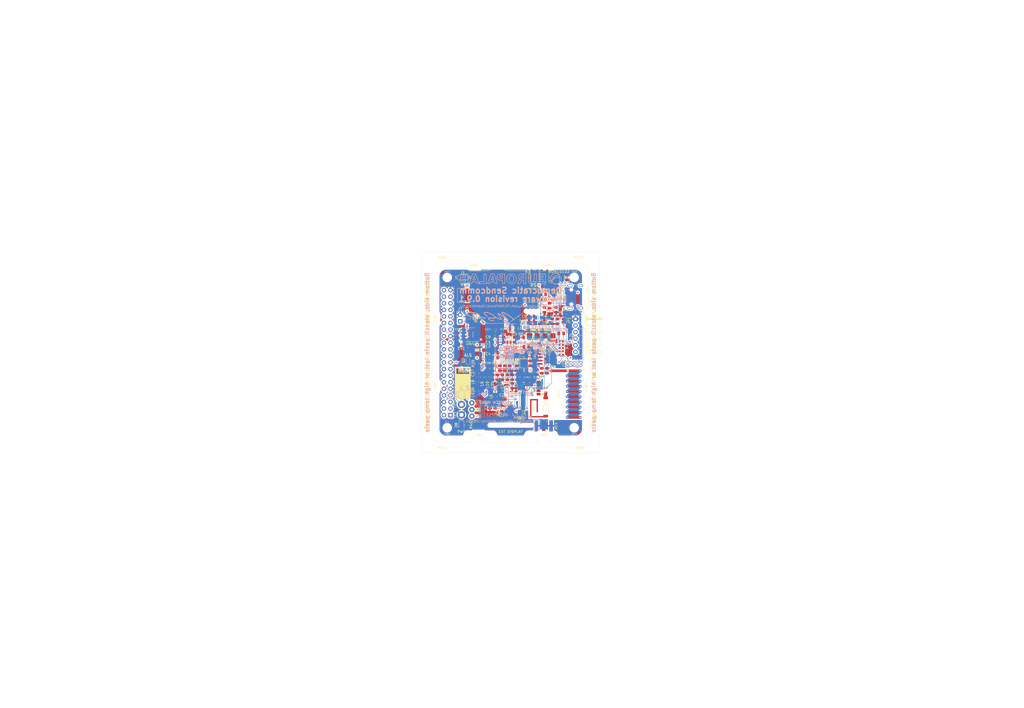
<source format=kicad_pcb>
(kicad_pcb (version 20171130) (host pcbnew 5.1.5+dfsg1-2build2)

  (general
    (thickness 1.6)
    (drawings 179)
    (tracks 1205)
    (zones 0)
    (modules 143)
    (nets 132)
  )

  (page A3)
  (title_block
    (title "Democratic Sendcomm")
    (date 2020-12-08)
    (rev 0.9.1)
    (company "Europalab Devices")
    (comment 1 "Copyright © 2020, Europalab Devices")
    (comment 2 "Fulfilling requirements of 20200210")
    (comment 3 "Pending quality assurance testing")
    (comment 4 "Release revision for manufacturing")
  )

  (layers
    (0 F.Cu signal)
    (1 In1.Cu power)
    (2 In2.Cu power)
    (31 B.Cu signal)
    (34 B.Paste user)
    (35 F.Paste user)
    (36 B.SilkS user)
    (37 F.SilkS user)
    (38 B.Mask user)
    (39 F.Mask user)
    (40 Dwgs.User user)
    (41 Cmts.User user)
    (44 Edge.Cuts user)
    (45 Margin user)
    (46 B.CrtYd user)
    (47 F.CrtYd user)
    (48 B.Fab user)
    (49 F.Fab user)
  )

  (setup
    (last_trace_width 0.127)
    (user_trace_width 0.1016)
    (user_trace_width 0.127)
    (user_trace_width 0.2)
    (trace_clearance 0.09)
    (zone_clearance 0.508)
    (zone_45_only no)
    (trace_min 0.09)
    (via_size 0.356)
    (via_drill 0.2)
    (via_min_size 0.356)
    (via_min_drill 0.2)
    (user_via 0.45 0.2)
    (user_via 0.6 0.3)
    (uvia_size 0.45)
    (uvia_drill 0.1)
    (uvias_allowed no)
    (uvia_min_size 0.45)
    (uvia_min_drill 0.1)
    (edge_width 0.1)
    (segment_width 0.1)
    (pcb_text_width 0.25)
    (pcb_text_size 1 1)
    (mod_edge_width 0.15)
    (mod_text_size 1 1)
    (mod_text_width 0.15)
    (pad_size 1.95 0.6)
    (pad_drill 0)
    (pad_to_mask_clearance 0)
    (aux_axis_origin 0 0)
    (visible_elements 7FFFFFFF)
    (pcbplotparams
      (layerselection 0x313fc_ffffffff)
      (usegerberextensions true)
      (usegerberattributes false)
      (usegerberadvancedattributes false)
      (creategerberjobfile false)
      (excludeedgelayer true)
      (linewidth 0.150000)
      (plotframeref false)
      (viasonmask false)
      (mode 1)
      (useauxorigin false)
      (hpglpennumber 1)
      (hpglpenspeed 20)
      (hpglpendiameter 15.000000)
      (psnegative false)
      (psa4output false)
      (plotreference true)
      (plotvalue true)
      (plotinvisibletext false)
      (padsonsilk false)
      (subtractmaskfromsilk false)
      (outputformat 1)
      (mirror false)
      (drillshape 0)
      (scaleselection 1)
      (outputdirectory "fabsingle"))
  )

  (net 0 "")
  (net 1 GND)
  (net 2 "Net-(AE1-Pad1)")
  (net 3 /Sheet5F53D5B4/RFSWPWR)
  (net 4 "Net-(C8-Pad1)")
  (net 5 /Sheet5F53D5B4/POWAMP)
  (net 6 "Net-(C13-Pad1)")
  (net 7 /Sheet5F53D5B4/HFOUT)
  (net 8 +3V3)
  (net 9 "Net-(C29-Pad1)")
  (net 10 /Sheet5F53D5B4/HPOUT)
  (net 11 /Sheet5F53D5B4/HFIN)
  (net 12 /Sheet5F53D5B4/BANDSEL)
  (net 13 "Net-(BT1-Pad1)")
  (net 14 /Sheet5F53D5B4/USB_BUS)
  (net 15 "Net-(C33-Pad1)")
  (net 16 "Net-(C34-Pad1)")
  (net 17 /Sheet5F53D5B4/CMDRST)
  (net 18 "Net-(D1-Pad2)")
  (net 19 "Net-(D1-Pad1)")
  (net 20 "Net-(D2-Pad1)")
  (net 21 "Net-(D2-Pad2)")
  (net 22 /Sheet5F53D5B4/USB_P)
  (net 23 /Sheet5F53D5B4/USB_N)
  (net 24 /Sheet60040980/ID_SD)
  (net 25 /Sheet60040980/ID_SC)
  (net 26 /Sheet5F53D5B4/SWDCLK)
  (net 27 "Net-(J3-Pad7)")
  (net 28 "Net-(J3-Pad8)")
  (net 29 "Net-(J4-Pad6)")
  (net 30 /Sheet5F53D5B4/CN_VBAT)
  (net 31 /Sheet5F53D5B4/XCEIV)
  (net 32 "Net-(AE5-Pad2)")
  (net 33 "Net-(C1-Pad1)")
  (net 34 "Net-(C7-Pad1)")
  (net 35 "Net-(C14-Pad1)")
  (net 36 "Net-(C17-Pad1)")
  (net 37 "Net-(C18-Pad2)")
  (net 38 "Net-(C19-Pad2)")
  (net 39 "Net-(C23-Pad2)")
  (net 40 "Net-(C23-Pad1)")
  (net 41 "Net-(C24-Pad1)")
  (net 42 "Net-(C24-Pad2)")
  (net 43 "Net-(C29-Pad2)")
  (net 44 "Net-(C33-Pad2)")
  (net 45 "Net-(C35-Pad2)")
  (net 46 "Net-(C40-Pad1)")
  (net 47 "Net-(J2-PadB5)")
  (net 48 "Net-(J2-PadA8)")
  (net 49 "Net-(J2-PadA5)")
  (net 50 "Net-(J2-PadB8)")
  (net 51 "Net-(J3-Pad2)")
  (net 52 "Net-(J3-Pad3)")
  (net 53 "Net-(J3-Pad4)")
  (net 54 "Net-(J3-Pad5)")
  (net 55 "Net-(J3-Pad10)")
  (net 56 "Net-(J3-Pad11)")
  (net 57 "Net-(J3-Pad12)")
  (net 58 "Net-(J3-Pad13)")
  (net 59 "Net-(J3-Pad15)")
  (net 60 "Net-(J3-Pad16)")
  (net 61 "Net-(J3-Pad18)")
  (net 62 "Net-(J3-Pad19)")
  (net 63 "Net-(J3-Pad21)")
  (net 64 "Net-(J3-Pad22)")
  (net 65 "Net-(J3-Pad23)")
  (net 66 "Net-(J3-Pad24)")
  (net 67 "Net-(J3-Pad26)")
  (net 68 "Net-(J3-Pad29)")
  (net 69 "Net-(J3-Pad31)")
  (net 70 "Net-(J3-Pad32)")
  (net 71 "Net-(J3-Pad33)")
  (net 72 "Net-(J3-Pad35)")
  (net 73 "Net-(J3-Pad36)")
  (net 74 "Net-(J3-Pad37)")
  (net 75 "Net-(J3-Pad38)")
  (net 76 "Net-(J3-Pad40)")
  (net 77 "Net-(J4-Pad7)")
  (net 78 "Net-(J4-Pad8)")
  (net 79 "Net-(J5-Pad2)")
  (net 80 "Net-(J5-Pad3)")
  (net 81 "Net-(J5-Pad6)")
  (net 82 "Net-(J6-Pad1)")
  (net 83 "Net-(L1-Pad2)")
  (net 84 "Net-(R3-Pad1)")
  (net 85 "Net-(R4-Pad1)")
  (net 86 "Net-(R4-Pad2)")
  (net 87 "Net-(U2-Pad5)")
  (net 88 "Net-(U3-PadG1)")
  (net 89 "Net-(U3-PadH1)")
  (net 90 "Net-(U3-PadE3)")
  (net 91 "Net-(U3-PadE4)")
  (net 92 "Net-(U3-PadF4)")
  (net 93 "Net-(U3-PadC7)")
  (net 94 "Net-(U3-PadD7)")
  (net 95 "Net-(U3-PadD8)")
  (net 96 "Net-(U5-Pad3)")
  (net 97 "Net-(U5-Pad4)")
  (net 98 "Net-(U8-Pad7)")
  (net 99 "Net-(U8-Pad3)")
  (net 100 "Net-(U8-Pad2)")
  (net 101 "Net-(U8-Pad1)")
  (net 102 "Net-(U9-Pad1)")
  (net 103 "Net-(U9-Pad2)")
  (net 104 "Net-(U9-Pad3)")
  (net 105 "Net-(U9-Pad7)")
  (net 106 /Sheet5F53D5B4/SWDIO)
  (net 107 "Net-(AE2-Pad1)")
  (net 108 "Net-(AE4-Pad1)")
  (net 109 "Net-(AE5-Pad1)")
  (net 110 "Net-(JP10-Pad1)")
  (net 111 "Net-(J6-Pad2)")
  (net 112 "Net-(J6-Pad3)")
  (net 113 "Net-(J6-Pad4)")
  (net 114 "Net-(J7-Pad1)")
  (net 115 "Net-(C95-Pad1)")
  (net 116 /TP_SCL)
  (net 117 /TP_SDA)
  (net 118 "Net-(J20-Pad6)")
  (net 119 "Net-(J20-Pad7)")
  (net 120 "Net-(J20-Pad8)")
  (net 121 "Net-(Q2-Pad2)")
  (net 122 EXT_UART_TX)
  (net 123 EXT_UART_RX)
  (net 124 "Net-(D8-Pad2)")
  (net 125 USB_TST)
  (net 126 "Net-(TP13-Pad1)")
  (net 127 "Net-(C94-Pad2)")
  (net 128 "Net-(C96-Pad1)")
  (net 129 /Sheet5F53D5B4/CRY_XIN-RSVD)
  (net 130 /Sheet5F53D5B4/CRY_XOUT-RSVD)
  (net 131 "Net-(C97-Pad1)")

  (net_class Default "This is the default net class."
    (clearance 0.09)
    (trace_width 0.09)
    (via_dia 0.356)
    (via_drill 0.2)
    (uvia_dia 0.45)
    (uvia_drill 0.1)
    (add_net +3V3)
    (add_net /Sheet5F53D5B4/BANDSEL)
    (add_net /Sheet5F53D5B4/CMDRST)
    (add_net /Sheet5F53D5B4/CN_VBAT)
    (add_net /Sheet5F53D5B4/CRY_XIN-RSVD)
    (add_net /Sheet5F53D5B4/CRY_XOUT-RSVD)
    (add_net /Sheet5F53D5B4/HFIN)
    (add_net /Sheet5F53D5B4/HFOUT)
    (add_net /Sheet5F53D5B4/HPOUT)
    (add_net /Sheet5F53D5B4/POWAMP)
    (add_net /Sheet5F53D5B4/RFSWPWR)
    (add_net /Sheet5F53D5B4/SWDCLK)
    (add_net /Sheet5F53D5B4/SWDIO)
    (add_net /Sheet5F53D5B4/USB_BUS)
    (add_net /Sheet5F53D5B4/USB_N)
    (add_net /Sheet5F53D5B4/USB_P)
    (add_net /Sheet5F53D5B4/XCEIV)
    (add_net /Sheet60040980/ID_SC)
    (add_net /Sheet60040980/ID_SD)
    (add_net /TP_SCL)
    (add_net /TP_SDA)
    (add_net EXT_UART_RX)
    (add_net EXT_UART_TX)
    (add_net GND)
    (add_net "Net-(AE1-Pad1)")
    (add_net "Net-(AE2-Pad1)")
    (add_net "Net-(AE4-Pad1)")
    (add_net "Net-(AE5-Pad1)")
    (add_net "Net-(AE5-Pad2)")
    (add_net "Net-(BT1-Pad1)")
    (add_net "Net-(C1-Pad1)")
    (add_net "Net-(C13-Pad1)")
    (add_net "Net-(C14-Pad1)")
    (add_net "Net-(C17-Pad1)")
    (add_net "Net-(C18-Pad2)")
    (add_net "Net-(C19-Pad2)")
    (add_net "Net-(C23-Pad1)")
    (add_net "Net-(C23-Pad2)")
    (add_net "Net-(C24-Pad1)")
    (add_net "Net-(C24-Pad2)")
    (add_net "Net-(C29-Pad1)")
    (add_net "Net-(C29-Pad2)")
    (add_net "Net-(C33-Pad1)")
    (add_net "Net-(C33-Pad2)")
    (add_net "Net-(C34-Pad1)")
    (add_net "Net-(C35-Pad2)")
    (add_net "Net-(C40-Pad1)")
    (add_net "Net-(C7-Pad1)")
    (add_net "Net-(C8-Pad1)")
    (add_net "Net-(C94-Pad2)")
    (add_net "Net-(C95-Pad1)")
    (add_net "Net-(C96-Pad1)")
    (add_net "Net-(C97-Pad1)")
    (add_net "Net-(D1-Pad1)")
    (add_net "Net-(D1-Pad2)")
    (add_net "Net-(D2-Pad1)")
    (add_net "Net-(D2-Pad2)")
    (add_net "Net-(D8-Pad2)")
    (add_net "Net-(J2-PadA5)")
    (add_net "Net-(J2-PadA8)")
    (add_net "Net-(J2-PadB5)")
    (add_net "Net-(J2-PadB8)")
    (add_net "Net-(J20-Pad6)")
    (add_net "Net-(J20-Pad7)")
    (add_net "Net-(J20-Pad8)")
    (add_net "Net-(J3-Pad10)")
    (add_net "Net-(J3-Pad11)")
    (add_net "Net-(J3-Pad12)")
    (add_net "Net-(J3-Pad13)")
    (add_net "Net-(J3-Pad15)")
    (add_net "Net-(J3-Pad16)")
    (add_net "Net-(J3-Pad18)")
    (add_net "Net-(J3-Pad19)")
    (add_net "Net-(J3-Pad2)")
    (add_net "Net-(J3-Pad21)")
    (add_net "Net-(J3-Pad22)")
    (add_net "Net-(J3-Pad23)")
    (add_net "Net-(J3-Pad24)")
    (add_net "Net-(J3-Pad26)")
    (add_net "Net-(J3-Pad29)")
    (add_net "Net-(J3-Pad3)")
    (add_net "Net-(J3-Pad31)")
    (add_net "Net-(J3-Pad32)")
    (add_net "Net-(J3-Pad33)")
    (add_net "Net-(J3-Pad35)")
    (add_net "Net-(J3-Pad36)")
    (add_net "Net-(J3-Pad37)")
    (add_net "Net-(J3-Pad38)")
    (add_net "Net-(J3-Pad4)")
    (add_net "Net-(J3-Pad40)")
    (add_net "Net-(J3-Pad5)")
    (add_net "Net-(J3-Pad7)")
    (add_net "Net-(J3-Pad8)")
    (add_net "Net-(J4-Pad6)")
    (add_net "Net-(J4-Pad7)")
    (add_net "Net-(J4-Pad8)")
    (add_net "Net-(J5-Pad2)")
    (add_net "Net-(J5-Pad3)")
    (add_net "Net-(J5-Pad6)")
    (add_net "Net-(J6-Pad1)")
    (add_net "Net-(J6-Pad2)")
    (add_net "Net-(J6-Pad3)")
    (add_net "Net-(J6-Pad4)")
    (add_net "Net-(J7-Pad1)")
    (add_net "Net-(JP10-Pad1)")
    (add_net "Net-(L1-Pad2)")
    (add_net "Net-(Q2-Pad2)")
    (add_net "Net-(R3-Pad1)")
    (add_net "Net-(R4-Pad1)")
    (add_net "Net-(R4-Pad2)")
    (add_net "Net-(TP13-Pad1)")
    (add_net "Net-(U2-Pad5)")
    (add_net "Net-(U3-PadC7)")
    (add_net "Net-(U3-PadD7)")
    (add_net "Net-(U3-PadD8)")
    (add_net "Net-(U3-PadE3)")
    (add_net "Net-(U3-PadE4)")
    (add_net "Net-(U3-PadF4)")
    (add_net "Net-(U3-PadG1)")
    (add_net "Net-(U3-PadH1)")
    (add_net "Net-(U5-Pad3)")
    (add_net "Net-(U5-Pad4)")
    (add_net "Net-(U8-Pad1)")
    (add_net "Net-(U8-Pad2)")
    (add_net "Net-(U8-Pad3)")
    (add_net "Net-(U8-Pad7)")
    (add_net "Net-(U9-Pad1)")
    (add_net "Net-(U9-Pad2)")
    (add_net "Net-(U9-Pad3)")
    (add_net "Net-(U9-Pad7)")
    (add_net USB_TST)
  )

  (net_class Power ""
    (clearance 0.2)
    (trace_width 0.5)
    (via_dia 1)
    (via_drill 0.7)
    (uvia_dia 0.5)
    (uvia_drill 0.1)
  )

  (module Elabdev:Panel_Mousetab_25mm_Single (layer F.Cu) (tedit 5CD9E502) (tstamp 5FEC726C)
    (at 222.5 179.75 90)
    (path /5CD9EB0D)
    (fp_text reference TAB8 (at 0 0) (layer F.SilkS)
      (effects (font (size 0.8 0.8) (thickness 0.13)))
    )
    (fp_text value Pantab (at -3.25 0 180) (layer F.Fab)
      (effects (font (size 1 1) (thickness 0.15)))
    )
    (fp_line (start 1.25 -2.2) (end 1.25 2.2) (layer F.Fab) (width 0.15))
    (fp_line (start -1.25 -2.2) (end -1.25 2.2) (layer F.Fab) (width 0.15))
    (fp_line (start 2.1 -2.6) (end 2.1 2.6) (layer F.CrtYd) (width 0.15))
    (fp_line (start 2.1 2.6) (end -2.1 2.6) (layer F.CrtYd) (width 0.15))
    (fp_line (start -2.1 2.6) (end -2.1 -2.6) (layer F.CrtYd) (width 0.15))
    (fp_line (start -2.1 -2.6) (end 2.1 -2.6) (layer F.CrtYd) (width 0.15))
    (pad "" np_thru_hole circle (at 1.35 2 90) (size 0.5 0.5) (drill 0.5) (layers *.Cu))
    (pad "" np_thru_hole circle (at 1.35 1.2 90) (size 0.5 0.5) (drill 0.5) (layers *.Cu))
    (pad "" np_thru_hole circle (at 1.35 0.4 90) (size 0.5 0.5) (drill 0.5) (layers *.Cu))
    (pad "" np_thru_hole circle (at 1.35 -0.4 90) (size 0.5 0.5) (drill 0.5) (layers *.Cu))
    (pad "" np_thru_hole circle (at 1.35 -1.2 90) (size 0.5 0.5) (drill 0.5) (layers *.Cu))
    (pad "" np_thru_hole circle (at 1.35 -2 90) (size 0.5 0.5) (drill 0.5) (layers *.Cu))
  )

  (module Capacitor_SMD:C_0805_2012Metric (layer F.Cu) (tedit 5B36C52B) (tstamp 5FEB8111)
    (at 211.5 143.0625 270)
    (descr "Capacitor SMD 0805 (2012 Metric), square (rectangular) end terminal, IPC_7351 nominal, (Body size source: https://docs.google.com/spreadsheets/d/1BsfQQcO9C6DZCsRaXUlFlo91Tg2WpOkGARC1WS5S8t0/edit?usp=sharing), generated with kicad-footprint-generator")
    (tags capacitor)
    (path /5F53D5B5/5F609CF5)
    (attr smd)
    (fp_text reference C19 (at -2.0625 0 180) (layer F.SilkS)
      (effects (font (size 0.7 0.7) (thickness 0.1)))
    )
    (fp_text value 15pF (at 0 1.65 90) (layer F.Fab)
      (effects (font (size 1 1) (thickness 0.15)))
    )
    (fp_line (start -1 0.6) (end -1 -0.6) (layer F.Fab) (width 0.1))
    (fp_line (start -1 -0.6) (end 1 -0.6) (layer F.Fab) (width 0.1))
    (fp_line (start 1 -0.6) (end 1 0.6) (layer F.Fab) (width 0.1))
    (fp_line (start 1 0.6) (end -1 0.6) (layer F.Fab) (width 0.1))
    (fp_line (start -0.258578 -0.71) (end 0.258578 -0.71) (layer F.SilkS) (width 0.12))
    (fp_line (start -0.258578 0.71) (end 0.258578 0.71) (layer F.SilkS) (width 0.12))
    (fp_line (start -1.68 0.95) (end -1.68 -0.95) (layer F.CrtYd) (width 0.05))
    (fp_line (start -1.68 -0.95) (end 1.68 -0.95) (layer F.CrtYd) (width 0.05))
    (fp_line (start 1.68 -0.95) (end 1.68 0.95) (layer F.CrtYd) (width 0.05))
    (fp_line (start 1.68 0.95) (end -1.68 0.95) (layer F.CrtYd) (width 0.05))
    (fp_text user %R (at 0 0 90) (layer F.Fab)
      (effects (font (size 0.5 0.5) (thickness 0.08)))
    )
    (pad 1 smd roundrect (at -0.9375 0 270) (size 0.975 1.4) (layers F.Cu F.Paste F.Mask) (roundrect_rratio 0.25)
      (net 1 GND))
    (pad 2 smd roundrect (at 0.9375 0 270) (size 0.975 1.4) (layers F.Cu F.Paste F.Mask) (roundrect_rratio 0.25)
      (net 38 "Net-(C19-Pad2)"))
    (model ${KISYS3DMOD}/Capacitor_SMD.3dshapes/C_0805_2012Metric.wrl
      (at (xyz 0 0 0))
      (scale (xyz 1 1 1))
      (rotate (xyz 0 0 0))
    )
  )

  (module Elabdev:Meinkuerzel_signature_480DPI (layer B.Cu) (tedit 0) (tstamp 5FBE809B)
    (at 202 134 180)
    (fp_text reference G1 (at 0 0) (layer B.SilkS) hide
      (effects (font (size 1.524 1.524) (thickness 0.3)) (justify mirror))
    )
    (fp_text value Meinkuerzel_signature (at 0.75 0) (layer B.SilkS) hide
      (effects (font (size 1.524 1.524) (thickness 0.3)) (justify mirror))
    )
    (fp_poly (pts (xy 7.849084 1.675651) (xy 8.303148 1.632827) (xy 8.685942 1.550363) (xy 8.876057 1.481326)
      (xy 9.07938 1.34976) (xy 9.204465 1.178624) (xy 9.241225 0.986809) (xy 9.210768 0.854557)
      (xy 9.078684 0.643748) (xy 8.864557 0.429964) (xy 8.589687 0.233059) (xy 8.471807 0.165759)
      (xy 8.232808 0.053863) (xy 7.923436 -0.068816) (xy 7.576824 -0.190996) (xy 7.226108 -0.301392)
      (xy 6.904421 -0.388723) (xy 6.731621 -0.426811) (xy 6.398868 -0.490816) (xy 6.556265 -0.586535)
      (xy 6.736632 -0.743549) (xy 6.819572 -0.938245) (xy 6.82625 -1.022915) (xy 6.780462 -1.15416)
      (xy 6.660466 -1.295963) (xy 6.49231 -1.424979) (xy 6.30204 -1.517866) (xy 6.258842 -1.531402)
      (xy 6.0446 -1.569955) (xy 5.805186 -1.581627) (xy 5.582286 -1.566858) (xy 5.417587 -1.526091)
      (xy 5.409578 -1.522402) (xy 5.285381 -1.409276) (xy 5.232727 -1.237525) (xy 5.243042 -1.133742)
      (xy 5.545646 -1.133742) (xy 5.569322 -1.243922) (xy 5.599007 -1.270742) (xy 5.725804 -1.30367)
      (xy 5.911501 -1.301091) (xy 6.117136 -1.267785) (xy 6.303743 -1.20853) (xy 6.368163 -1.176419)
      (xy 6.483421 -1.090411) (xy 6.547775 -1.006994) (xy 6.550669 -0.996984) (xy 6.519163 -0.903747)
      (xy 6.404517 -0.814537) (xy 6.229026 -0.742568) (xy 6.060328 -0.706358) (xy 5.903418 -0.693399)
      (xy 5.806355 -0.717484) (xy 5.726223 -0.79035) (xy 5.718194 -0.79992) (xy 5.596762 -0.979847)
      (xy 5.545646 -1.133742) (xy 5.243042 -1.133742) (xy 5.253531 -1.028227) (xy 5.344918 -0.810631)
      (xy 5.442538 -0.642303) (xy 5.295353 -0.646487) (xy 5.12125 -0.625399) (xy 5.035885 -0.550663)
      (xy 5.027083 -0.501447) (xy 5.075804 -0.410776) (xy 5.222941 -0.351671) (xy 5.469958 -0.32355)
      (xy 5.476875 -0.323261) (xy 5.599677 -0.314345) (xy 5.697993 -0.289875) (xy 5.794712 -0.235966)
      (xy 5.912725 -0.138734) (xy 6.074923 0.015705) (xy 6.138333 0.077935) (xy 6.357426 0.284825)
      (xy 6.520758 0.415811) (xy 6.63982 0.476704) (xy 6.726105 0.473318) (xy 6.791106 0.411464)
      (xy 6.792772 0.408883) (xy 6.813029 0.349999) (xy 6.787897 0.281807) (xy 6.704882 0.184844)
      (xy 6.561666 0.048946) (xy 6.270625 -0.217166) (xy 6.532899 -0.183078) (xy 6.900304 -0.115245)
      (xy 7.289474 -0.008645) (xy 7.678243 0.127507) (xy 8.044445 0.283994) (xy 8.365914 0.451601)
      (xy 8.620483 0.621112) (xy 8.749193 0.738377) (xy 8.856936 0.865956) (xy 8.92727 0.965202)
      (xy 8.942916 1.001728) (xy 8.895983 1.084773) (xy 8.773369 1.176095) (xy 8.602358 1.259484)
      (xy 8.410231 1.318727) (xy 8.408998 1.318992) (xy 8.149682 1.354937) (xy 7.8128 1.371973)
      (xy 7.424917 1.370093) (xy 7.012599 1.349291) (xy 6.686734 1.319437) (xy 6.066773 1.222977)
      (xy 5.517194 1.081213) (xy 5.043989 0.897075) (xy 4.653152 0.673494) (xy 4.350673 0.413401)
      (xy 4.142546 0.119727) (xy 4.114637 0.061443) (xy 4.047094 -0.15251) (xy 4.06025 -0.336634)
      (xy 4.160207 -0.518581) (xy 4.270456 -0.644496) (xy 4.390411 -0.79173) (xy 4.431252 -0.900383)
      (xy 4.427296 -0.922309) (xy 4.357272 -0.99719) (xy 4.242023 -0.977517) (xy 4.082983 -0.863726)
      (xy 4.010682 -0.795217) (xy 3.879838 -0.680755) (xy 3.765594 -0.608691) (xy 3.712637 -0.594925)
      (xy 3.6215 -0.594723) (xy 3.455888 -0.585507) (xy 3.246599 -0.569127) (xy 3.175 -0.562633)
      (xy 2.951086 -0.544014) (xy 2.793821 -0.54282) (xy 2.664643 -0.565021) (xy 2.524987 -0.61659)
      (xy 2.371034 -0.687127) (xy 2.100169 -0.795663) (xy 1.89262 -0.837972) (xy 1.841867 -0.837015)
      (xy 1.72083 -0.812158) (xy 1.663036 -0.745697) (xy 1.637803 -0.635) (xy 1.623821 -0.491701)
      (xy 1.628566 -0.389706) (xy 1.630235 -0.383646) (xy 1.692219 -0.322789) (xy 1.789679 -0.330876)
      (xy 1.885465 -0.399867) (xy 1.916539 -0.445597) (xy 1.984375 -0.573694) (xy 2.371569 -0.384068)
      (xy 2.758764 -0.194442) (xy 3.165319 -0.256321) (xy 3.413597 -0.293214) (xy 3.576071 -0.310583)
      (xy 3.67165 -0.304292) (xy 3.719238 -0.270208) (xy 3.737742 -0.204195) (xy 3.744012 -0.129767)
      (xy 3.817818 0.177969) (xy 3.989413 0.470621) (xy 4.251219 0.74303) (xy 4.595656 0.99004)
      (xy 5.015149 1.206492) (xy 5.502117 1.387229) (xy 6.048984 1.527094) (xy 6.228561 1.561184)
      (xy 6.794861 1.64034) (xy 7.340678 1.678326) (xy 7.849084 1.675651)) (layer B.SilkS) (width 0.01))
    (fp_poly (pts (xy -4.580024 1.756567) (xy -4.544854 1.74305) (xy -4.466016 1.67622) (xy -4.437143 1.580417)
      (xy -4.461964 1.447967) (xy -4.544204 1.271201) (xy -4.68759 1.042447) (xy -4.895848 0.754033)
      (xy -5.172705 0.39829) (xy -5.237349 0.3175) (xy -5.411926 0.098408) (xy -5.577817 -0.112809)
      (xy -5.714811 -0.290245) (xy -5.794689 -0.396875) (xy -5.948296 -0.608542) (xy -5.791961 -0.468507)
      (xy -5.700695 -0.392772) (xy -5.541009 -0.266466) (xy -5.329307 -0.10231) (xy -5.081994 0.086977)
      (xy -4.815472 0.288675) (xy -4.815417 0.288716) (xy -4.345432 0.631252) (xy -3.946225 0.897872)
      (xy -3.615767 1.089474) (xy -3.352032 1.206955) (xy -3.152989 1.251211) (xy -3.016612 1.223138)
      (xy -2.940872 1.123633) (xy -2.939055 1.118116) (xy -2.92791 1.023519) (xy -2.955738 0.908417)
      (xy -3.029742 0.759005) (xy -3.157121 0.561475) (xy -3.345079 0.302021) (xy -3.409058 0.217037)
      (xy -3.654587 -0.113597) (xy -3.860834 -0.404313) (xy -4.022275 -0.646491) (xy -4.133388 -0.831509)
      (xy -4.188652 -0.950744) (xy -4.185335 -0.994958) (xy -4.120655 -0.981486) (xy -3.976478 -0.932768)
      (xy -3.770527 -0.855371) (xy -3.520529 -0.755864) (xy -3.349225 -0.685128) (xy -3.06462 -0.570045)
      (xy -2.797019 -0.469163) (xy -2.569108 -0.390505) (xy -2.403576 -0.342097) (xy -2.349431 -0.331513)
      (xy -2.183877 -0.291941) (xy -2.07811 -0.206425) (xy -2.041672 -0.151915) (xy -1.850086 0.096101)
      (xy -1.567603 0.354844) (xy -1.207453 0.616123) (xy -0.78287 0.87175) (xy -0.307084 1.113536)
      (xy 0.206672 1.333293) (xy 0.574448 1.467145) (xy 0.853452 1.556991) (xy 1.074831 1.61415)
      (xy 1.278935 1.645957) (xy 1.506112 1.659747) (xy 1.647661 1.662241) (xy 1.89537 1.661355)
      (xy 2.061526 1.650821) (xy 2.170245 1.626908) (xy 2.245641 1.585888) (xy 2.269431 1.566069)
      (xy 2.364656 1.413892) (xy 2.378536 1.21834) (xy 2.31231 1.002224) (xy 2.231511 0.867835)
      (xy 2.055394 0.653788) (xy 1.846452 0.444397) (xy 1.622129 0.252501) (xy 1.399873 0.090942)
      (xy 1.19713 -0.02744) (xy 1.031346 -0.089804) (xy 0.931657 -0.088852) (xy 0.853749 -0.025156)
      (xy 0.874571 0.06423) (xy 0.991583 0.174246) (xy 1.09802 0.242886) (xy 1.314624 0.387246)
      (xy 1.527802 0.560014) (xy 1.72429 0.746283) (xy 1.890825 0.931146) (xy 2.014146 1.099697)
      (xy 2.080988 1.237027) (xy 2.078088 1.32823) (xy 2.071165 1.336667) (xy 1.954541 1.387475)
      (xy 1.756832 1.400928) (xy 1.494763 1.380087) (xy 1.185063 1.328013) (xy 0.844457 1.247766)
      (xy 0.489674 1.142406) (xy 0.137439 1.014995) (xy -0.00172 0.957368) (xy -0.385109 0.777304)
      (xy -0.74297 0.581237) (xy -1.065571 0.377182) (xy -1.343179 0.173152) (xy -1.566062 -0.022838)
      (xy -1.724487 -0.202776) (xy -1.808722 -0.358647) (xy -1.809035 -0.482438) (xy -1.789329 -0.514562)
      (xy -1.69188 -0.558953) (xy -1.49842 -0.578536) (xy -1.2158 -0.573404) (xy -0.850872 -0.543648)
      (xy -0.464887 -0.496867) (xy -0.056607 -0.452123) (xy 0.260382 -0.442712) (xy 0.494773 -0.469264)
      (xy 0.655256 -0.532408) (xy 0.714552 -0.58228) (xy 0.776217 -0.725165) (xy 0.746162 -0.908878)
      (xy 0.632079 -1.115352) (xy 0.45893 -1.290216) (xy 0.2117 -1.450188) (xy -0.085638 -1.588107)
      (xy -0.409112 -1.696809) (xy -0.734748 -1.769134) (xy -1.038572 -1.797919) (xy -1.296612 -1.776003)
      (xy -1.42875 -1.731015) (xy -1.546706 -1.617759) (xy -1.577815 -1.519827) (xy -1.560687 -1.389395)
      (xy -1.486335 -1.336349) (xy -1.378138 -1.369493) (xy -1.317893 -1.421952) (xy -1.19986 -1.505637)
      (xy -1.092449 -1.534584) (xy -0.859949 -1.513387) (xy -0.579373 -1.457345) (xy -0.297878 -1.377776)
      (xy -0.068589 -1.288836) (xy 0.116249 -1.181832) (xy 0.284174 -1.050661) (xy 0.411262 -0.917533)
      (xy 0.473586 -0.804658) (xy 0.47625 -0.783054) (xy 0.425256 -0.757675) (xy 0.277287 -0.748743)
      (xy 0.039858 -0.755912) (xy -0.279513 -0.778835) (xy -0.673311 -0.817167) (xy -0.956033 -0.849048)
      (xy -1.308534 -0.882196) (xy -1.57585 -0.8857) (xy -1.774982 -0.85746) (xy -1.922933 -0.795374)
      (xy -2.017888 -0.717835) (xy -2.096716 -0.653738) (xy -2.190635 -0.62131) (xy -2.313833 -0.623423)
      (xy -2.480498 -0.662945) (xy -2.704818 -0.742748) (xy -3.00098 -0.865702) (xy -3.216817 -0.960383)
      (xy -3.585839 -1.11854) (xy -3.874386 -1.227749) (xy -4.094462 -1.290524) (xy -4.258069 -1.309381)
      (xy -4.377212 -1.286836) (xy -4.463891 -1.225404) (xy -4.466704 -1.222337) (xy -4.518051 -1.14061)
      (xy -4.530831 -1.040781) (xy -4.500098 -0.912213) (xy -4.420902 -0.744269) (xy -4.288295 -0.526313)
      (xy -4.097327 -0.247708) (xy -3.863138 0.07498) (xy -3.679345 0.325213) (xy -3.519393 0.545064)
      (xy -3.393108 0.720859) (xy -3.310313 0.838921) (xy -3.280834 0.885525) (xy -3.323557 0.888476)
      (xy -3.399896 0.869711) (xy -3.542096 0.805036) (xy -3.750284 0.678102) (xy -4.027571 0.486762)
      (xy -4.377062 0.228867) (xy -4.801868 -0.097732) (xy -4.81991 -0.111817) (xy -5.187034 -0.396401)
      (xy -5.482932 -0.620081) (xy -5.717862 -0.789492) (xy -5.902078 -0.911266) (xy -6.045837 -0.99204)
      (xy -6.159396 -1.038447) (xy -6.25301 -1.057121) (xy -6.283148 -1.058333) (xy -6.40378 -1.045849)
      (xy -6.450441 -0.994435) (xy -6.455563 -0.939271) (xy -6.445942 -0.865735) (xy -6.412644 -0.776476)
      (xy -6.348546 -0.66103) (xy -6.24652 -0.508935) (xy -6.099443 -0.309727) (xy -5.90019 -0.052942)
      (xy -5.641635 0.271882) (xy -5.570553 0.360397) (xy -5.363566 0.620769) (xy -5.174974 0.863504)
      (xy -5.016826 1.072659) (xy -4.901172 1.23229) (xy -4.84006 1.326453) (xy -4.839117 1.328251)
      (xy -4.786636 1.436383) (xy -4.790145 1.473528) (xy -4.856494 1.462433) (xy -4.877731 1.456477)
      (xy -4.973599 1.420322) (xy -5.140081 1.348706) (xy -5.352621 1.252468) (xy -5.55625 1.156974)
      (xy -6.094525 0.881508) (xy -6.644499 0.565345) (xy -7.182748 0.223911) (xy -7.685848 -0.12737)
      (xy -8.130378 -0.473072) (xy -8.424687 -0.732038) (xy -8.650145 -0.95487) (xy -8.800069 -1.131002)
      (xy -8.884377 -1.276175) (xy -8.912984 -1.406131) (xy -8.905425 -1.495188) (xy -8.906488 -1.61853)
      (xy -8.964006 -1.672137) (xy -9.075823 -1.672519) (xy -9.156792 -1.593028) (xy -9.200558 -1.456755)
      (xy -9.200763 -1.286789) (xy -9.151052 -1.106218) (xy -9.131299 -1.06447) (xy -9.024915 -0.913844)
      (xy -8.843627 -0.718433) (xy -8.601654 -0.490528) (xy -8.313213 -0.242422) (xy -7.992524 0.013592)
      (xy -7.653804 0.265222) (xy -7.3545 0.471681) (xy -6.896098 0.764541) (xy -6.449337 1.028776)
      (xy -6.024338 1.259805) (xy -5.631223 1.453048) (xy -5.280112 1.603926) (xy -4.981128 1.707858)
      (xy -4.744392 1.760265) (xy -4.580024 1.756567)) (layer B.SilkS) (width 0.01))
  )

  (module Elabdev:Panel_Mousetab_25mm_Single (layer F.Cu) (tedit 5CD9E59A) (tstamp 5FBE7343)
    (at 224 114.25 270)
    (path /5CD5C3A7)
    (fp_text reference TAB5 (at 0 0 180) (layer F.SilkS)
      (effects (font (size 0.8 0.8) (thickness 0.13)))
    )
    (fp_text value Pantab (at 0 -3.5 270) (layer F.Fab)
      (effects (font (size 1 1) (thickness 0.15)))
    )
    (fp_line (start -2.1 -2.6) (end 2.1 -2.6) (layer F.CrtYd) (width 0.15))
    (fp_line (start -2.1 2.6) (end -2.1 -2.6) (layer F.CrtYd) (width 0.15))
    (fp_line (start 2.1 2.6) (end -2.1 2.6) (layer F.CrtYd) (width 0.15))
    (fp_line (start 2.1 -2.6) (end 2.1 2.6) (layer F.CrtYd) (width 0.15))
    (fp_line (start -1.25 -2.2) (end -1.25 2.2) (layer F.Fab) (width 0.15))
    (fp_line (start 1.25 -2.2) (end 1.25 2.2) (layer F.Fab) (width 0.15))
    (pad "" np_thru_hole circle (at 1.35 -2 270) (size 0.5 0.5) (drill 0.5) (layers *.Cu))
    (pad "" np_thru_hole circle (at 1.35 -1.2 270) (size 0.5 0.5) (drill 0.5) (layers *.Cu))
    (pad "" np_thru_hole circle (at 1.35 -0.4 270) (size 0.5 0.5) (drill 0.5) (layers *.Cu))
    (pad "" np_thru_hole circle (at 1.35 0.4 270) (size 0.5 0.5) (drill 0.5) (layers *.Cu))
    (pad "" np_thru_hole circle (at 1.35 1.2 270) (size 0.5 0.5) (drill 0.5) (layers *.Cu))
    (pad "" np_thru_hole circle (at 1.35 2 270) (size 0.5 0.5) (drill 0.5) (layers *.Cu))
  )

  (module Elabdev:Elablogoslk-Gfx (layer B.Cu) (tedit 0) (tstamp 5FBDF7AF)
    (at 210 119.5 180)
    (fp_text reference G** (at 0 0) (layer B.SilkS) hide
      (effects (font (size 1.524 1.524) (thickness 0.3)) (justify mirror))
    )
    (fp_text value Elablogoslk (at 0.75 0) (layer B.SilkS) hide
      (effects (font (size 1.524 1.524) (thickness 0.3)) (justify mirror))
    )
    (fp_poly (pts (xy -15.405836 -0.675184) (xy -15.287483 -0.702055) (xy -15.188143 -0.754619) (xy -15.108772 -0.827765)
      (xy -15.050327 -0.916382) (xy -15.013763 -1.015359) (xy -15.000037 -1.119584) (xy -15.010104 -1.223945)
      (xy -15.04492 -1.323332) (xy -15.105441 -1.412633) (xy -15.192623 -1.486737) (xy -15.24833 -1.517344)
      (xy -15.356716 -1.550357) (xy -15.476625 -1.557984) (xy -15.592872 -1.539403) (xy -15.602283 -1.53653)
      (xy -15.678123 -1.497127) (xy -15.752493 -1.432517) (xy -15.815972 -1.352895) (xy -15.859141 -1.268459)
      (xy -15.864155 -1.2531) (xy -15.88425 -1.176683) (xy -15.891257 -1.117668) (xy -15.885212 -1.059627)
      (xy -15.866149 -0.986134) (xy -15.864727 -0.981328) (xy -15.815988 -0.8777) (xy -15.739972 -0.790432)
      (xy -15.643773 -0.72426) (xy -15.534487 -0.683915) (xy -15.419207 -0.674131) (xy -15.405836 -0.675184)) (layer B.Mask) (width 0.01))
    (fp_poly (pts (xy 17.476107 1.827609) (xy 17.687258 1.825899) (xy 17.865618 1.824237) (xy 18.014678 1.822477)
      (xy 18.137934 1.82047) (xy 18.238879 1.818068) (xy 18.321005 1.815122) (xy 18.387806 1.811484)
      (xy 18.442776 1.807007) (xy 18.489407 1.801541) (xy 18.531194 1.794939) (xy 18.57163 1.787052)
      (xy 18.6055 1.779685) (xy 18.771822 1.733432) (xy 18.923911 1.673315) (xy 19.054677 1.602656)
      (xy 19.157033 1.524776) (xy 19.164226 1.5179) (xy 19.246251 1.417951) (xy 19.315464 1.294688)
      (xy 19.365371 1.16053) (xy 19.377923 1.109275) (xy 19.39052 1.010407) (xy 19.393203 0.893754)
      (xy 19.386762 0.771789) (xy 19.371983 0.656983) (xy 19.349655 0.561808) (xy 19.341939 0.539811)
      (xy 19.283862 0.430962) (xy 19.19941 0.326298) (xy 19.097976 0.236127) (xy 19.019624 0.185927)
      (xy 18.914298 0.12941) (xy 18.968542 0.109123) (xy 19.093064 0.054672) (xy 19.194891 -0.009335)
      (xy 19.285933 -0.089714) (xy 19.390804 -0.214403) (xy 19.467199 -0.350129) (xy 19.516977 -0.501894)
      (xy 19.541997 -0.674698) (xy 19.545898 -0.789214) (xy 19.53245 -0.987132) (xy 19.491752 -1.163006)
      (xy 19.423278 -1.317328) (xy 19.326496 -1.450588) (xy 19.200879 -1.563277) (xy 19.045898 -1.655885)
      (xy 18.861023 -1.728905) (xy 18.645726 -1.782826) (xy 18.442214 -1.81358) (xy 18.390712 -1.817354)
      (xy 18.307346 -1.820878) (xy 18.196536 -1.82407) (xy 18.062704 -1.826851) (xy 17.910272 -1.829142)
      (xy 17.743659 -1.830864) (xy 17.567287 -1.831936) (xy 17.403536 -1.83228) (xy 16.528143 -1.832429)
      (xy 16.528143 -1.197429) (xy 17.471571 -1.197429) (xy 17.812474 -1.197429) (xy 17.960507 -1.19621)
      (xy 18.077011 -1.192363) (xy 18.166668 -1.185602) (xy 18.234157 -1.175639) (xy 18.257984 -1.170182)
      (xy 18.384709 -1.1231) (xy 18.482481 -1.054854) (xy 18.552639 -0.964254) (xy 18.589417 -0.8761)
      (xy 18.611394 -0.756961) (xy 18.608994 -0.636283) (xy 18.583832 -0.523232) (xy 18.537525 -0.426977)
      (xy 18.502598 -0.383459) (xy 18.44707 -0.333771) (xy 18.385424 -0.294593) (xy 18.312843 -0.264829)
      (xy 18.22451 -0.243381) (xy 18.115607 -0.229153) (xy 17.981316 -0.221046) (xy 17.816821 -0.217964)
      (xy 17.775464 -0.217851) (xy 17.471571 -0.217714) (xy 17.471571 -1.197429) (xy 16.528143 -1.197429)
      (xy 16.528143 1.197428) (xy 17.471571 1.197428) (xy 17.471571 0.417286) (xy 17.804933 0.417286)
      (xy 17.937918 0.418126) (xy 18.040036 0.420891) (xy 18.116671 0.425945) (xy 18.173209 0.433651)
      (xy 18.215035 0.444376) (xy 18.217426 0.445205) (xy 18.319056 0.498467) (xy 18.395331 0.575146)
      (xy 18.444205 0.67085) (xy 18.463631 0.781188) (xy 18.451564 0.901769) (xy 18.443884 0.931299)
      (xy 18.396902 1.030842) (xy 18.322562 1.110813) (xy 18.227195 1.165118) (xy 18.18819 1.177399)
      (xy 18.143627 1.184049) (xy 18.070672 1.189765) (xy 17.977218 1.19415) (xy 17.871155 1.196808)
      (xy 17.790109 1.197428) (xy 17.471571 1.197428) (xy 16.528143 1.197428) (xy 16.528143 1.835008)
      (xy 17.476107 1.827609)) (layer B.Mask) (width 0.01))
    (fp_poly (pts (xy 14.119941 1.828149) (xy 14.684369 1.823357) (xy 15.359475 0) (xy 16.034582 -1.823357)
      (xy 15.571079 -1.828205) (xy 15.445094 -1.82918) (xy 15.331429 -1.829406) (xy 15.235013 -1.828925)
      (xy 15.160777 -1.827781) (xy 15.11365 -1.826018) (xy 15.098562 -1.824039) (xy 15.090052 -1.80483)
      (xy 15.071782 -1.756797) (xy 15.045759 -1.68544) (xy 15.013987 -1.59626) (xy 14.978473 -1.494759)
      (xy 14.977731 -1.49262) (xy 14.865914 -1.170214) (xy 14.120645 -1.165479) (xy 13.375375 -1.160744)
      (xy 13.306737 -1.355979) (xy 13.272699 -1.452448) (xy 13.236904 -1.553325) (xy 13.204622 -1.643779)
      (xy 13.188986 -1.687286) (xy 13.139873 -1.823357) (xy 12.664678 -1.828197) (xy 12.53823 -1.828961)
      (xy 12.425118 -1.828639) (xy 12.329969 -1.827326) (xy 12.257408 -1.825117) (xy 12.212064 -1.822108)
      (xy 12.19843 -1.818559) (xy 12.205849 -1.799875) (xy 12.225002 -1.749455) (xy 12.255032 -1.669593)
      (xy 12.295087 -1.562586) (xy 12.34431 -1.430729) (xy 12.401847 -1.276318) (xy 12.466842 -1.101648)
      (xy 12.538441 -0.909015) (xy 12.615789 -0.700714) (xy 12.69803 -0.479041) (xy 12.702348 -0.467391)
      (xy 13.614056 -0.467391) (xy 13.61958 -0.47467) (xy 13.636172 -0.480187) (xy 13.66764 -0.484184)
      (xy 13.717795 -0.486904) (xy 13.790447 -0.488587) (xy 13.889405 -0.489478) (xy 14.01848 -0.489817)
      (xy 14.115143 -0.489857) (xy 14.270607 -0.489531) (xy 14.392961 -0.488457) (xy 14.485375 -0.486493)
      (xy 14.551022 -0.483496) (xy 14.59307 -0.479323) (xy 14.614692 -0.473831) (xy 14.619171 -0.467179)
      (xy 14.611769 -0.445613) (xy 14.593892 -0.393441) (xy 14.566814 -0.314385) (xy 14.53181 -0.212168)
      (xy 14.490155 -0.090515) (xy 14.443125 0.046852) (xy 14.391994 0.196209) (xy 14.367839 0.266773)
      (xy 14.315439 0.418794) (xy 14.266379 0.559098) (xy 14.221933 0.684192) (xy 14.183374 0.790582)
      (xy 14.151976 0.874778) (xy 14.129011 0.933285) (xy 14.115754 0.96261) (xy 14.11319 0.965273)
      (xy 14.105039 0.945854) (xy 14.08648 0.895813) (xy 14.058824 0.818867) (xy 14.023386 0.718735)
      (xy 13.981478 0.599134) (xy 13.934414 0.463783) (xy 13.883507 0.316398) (xy 13.865167 0.263071)
      (xy 13.813057 0.111504) (xy 13.764295 -0.030104) (xy 13.720215 -0.157901) (xy 13.682146 -0.268036)
      (xy 13.651421 -0.356659) (xy 13.629372 -0.419918) (xy 13.617329 -0.453964) (xy 13.615787 -0.458107)
      (xy 13.614056 -0.467391) (xy 12.702348 -0.467391) (xy 12.784311 -0.246291) (xy 12.842155 -0.090148)
      (xy 12.931409 0.150825) (xy 13.017702 0.38378) (xy 13.100126 0.606258) (xy 13.177768 0.815802)
      (xy 13.249717 1.009954) (xy 13.315063 1.186256) (xy 13.372895 1.34225) (xy 13.422301 1.47548)
      (xy 13.462371 1.583486) (xy 13.492193 1.663811) (xy 13.510857 1.713998) (xy 13.516223 1.728364)
      (xy 13.555513 1.832942) (xy 14.119941 1.828149)) (layer B.Mask) (width 0.01))
    (fp_poly (pts (xy 10.359571 -1.124857) (xy 12.028714 -1.124857) (xy 12.028714 -1.832429) (xy 9.416143 -1.832429)
      (xy 9.416143 1.832429) (xy 10.359571 1.832429) (xy 10.359571 -1.124857)) (layer B.Mask) (width 0.01))
    (fp_poly (pts (xy 8.199353 0.127) (xy 8.288425 -0.113439) (xy 8.374711 -0.34635) (xy 8.457277 -0.569212)
      (xy 8.535188 -0.7795) (xy 8.607508 -0.974691) (xy 8.673302 -1.152261) (xy 8.731636 -1.309687)
      (xy 8.781574 -1.444447) (xy 8.822182 -1.554015) (xy 8.852524 -1.63587) (xy 8.871666 -1.687486)
      (xy 8.876754 -1.701194) (xy 8.925739 -1.83303) (xy 8.45225 -1.828194) (xy 7.97876 -1.823357)
      (xy 7.866169 -1.496786) (xy 7.753577 -1.170214) (xy 6.263113 -1.160744) (xy 6.215979 -1.292479)
      (xy 6.18957 -1.366538) (xy 6.156119 -1.460694) (xy 6.120643 -1.560816) (xy 6.098384 -1.623786)
      (xy 6.027922 -1.823357) (xy 5.555303 -1.828192) (xy 5.082684 -1.833026) (xy 5.109 -1.764692)
      (xy 5.118841 -1.738485) (xy 5.140399 -1.680606) (xy 5.172801 -1.59341) (xy 5.215173 -1.479255)
      (xy 5.26664 -1.3405) (xy 5.32633 -1.1795) (xy 5.393368 -0.998613) (xy 5.46688 -0.800198)
      (xy 5.545992 -0.586611) (xy 5.590624 -0.466084) (xy 6.500383 -0.466084) (xy 6.503747 -0.473226)
      (xy 6.522197 -0.478851) (xy 6.559117 -0.48312) (xy 6.617891 -0.486194) (xy 6.701902 -0.488231)
      (xy 6.814535 -0.489393) (xy 6.959172 -0.489839) (xy 7.003143 -0.489857) (xy 7.158575 -0.489532)
      (xy 7.280898 -0.488459) (xy 7.373282 -0.486498) (xy 7.438898 -0.483504) (xy 7.480918 -0.479336)
      (xy 7.502511 -0.47385) (xy 7.506956 -0.467179) (xy 7.499509 -0.445611) (xy 7.481591 -0.393437)
      (xy 7.454479 -0.31438) (xy 7.419449 -0.212163) (xy 7.377777 -0.090513) (xy 7.33074 0.046847)
      (xy 7.279613 0.196192) (xy 7.255551 0.266494) (xy 7.203171 0.418497) (xy 7.154136 0.558793)
      (xy 7.109719 0.683886) (xy 7.071192 0.790281) (xy 7.039829 0.874483) (xy 7.016902 0.932996)
      (xy 7.003686 0.962326) (xy 7.001147 0.964994) (xy 6.993017 0.945656) (xy 6.974441 0.89568)
      (xy 6.946726 0.818758) (xy 6.911178 0.718582) (xy 6.869105 0.598844) (xy 6.821814 0.463236)
      (xy 6.770613 0.31545) (xy 6.749793 0.255094) (xy 6.697385 0.103053) (xy 6.648476 -0.038716)
      (xy 6.604368 -0.166446) (xy 6.566363 -0.276369) (xy 6.535764 -0.364717) (xy 6.513876 -0.427723)
      (xy 6.502 -0.461619) (xy 6.500383 -0.466084) (xy 5.590624 -0.466084) (xy 5.629831 -0.36021)
      (xy 5.717523 -0.123352) (xy 5.786688 0.0635) (xy 6.438059 1.823357) (xy 7.570937 1.823357)
      (xy 8.199353 0.127)) (layer B.Mask) (width 0.01))
    (fp_poly (pts (xy 3.261178 1.827277) (xy 3.480979 1.825468) (xy 3.667644 1.823588) (xy 3.824324 1.821528)
      (xy 3.954168 1.819181) (xy 4.060326 1.81644) (xy 4.145949 1.813196) (xy 4.214186 1.809344)
      (xy 4.268189 1.804775) (xy 4.311106 1.799382) (xy 4.346087 1.793058) (xy 4.360384 1.789806)
      (xy 4.57993 1.722356) (xy 4.770202 1.633466) (xy 4.931207 1.523128) (xy 5.062949 1.391336)
      (xy 5.165434 1.238084) (xy 5.238668 1.063365) (xy 5.282655 0.867172) (xy 5.297401 0.6495)
      (xy 5.297399 0.645705) (xy 5.288217 0.449129) (xy 5.259944 0.278882) (xy 5.210498 0.129241)
      (xy 5.137794 -0.005519) (xy 5.039749 -0.131121) (xy 4.999026 -0.174012) (xy 4.895224 -0.267312)
      (xy 4.781879 -0.345945) (xy 4.655594 -0.410816) (xy 4.512975 -0.462831) (xy 4.350626 -0.502892)
      (xy 4.165152 -0.531906) (xy 3.953157 -0.550777) (xy 3.711246 -0.56041) (xy 3.542393 -0.562141)
      (xy 3.229428 -0.562429) (xy 3.229428 -1.832429) (xy 2.286 -1.832429) (xy 2.286 1.161143)
      (xy 3.229428 1.161143) (xy 3.229428 0.124325) (xy 3.596821 0.130257) (xy 3.723136 0.132565)
      (xy 3.819164 0.135281) (xy 3.890902 0.139038) (xy 3.944349 0.144469) (xy 3.985502 0.152208)
      (xy 4.020359 0.16289) (xy 4.054919 0.177147) (xy 4.059313 0.17912) (xy 4.169998 0.247064)
      (xy 4.252769 0.337754) (xy 4.306977 0.449997) (xy 4.331976 0.582598) (xy 4.332071 0.68209)
      (xy 4.311044 0.815987) (xy 4.265746 0.924961) (xy 4.194448 1.012525) (xy 4.152688 1.046406)
      (xy 4.091383 1.0851) (xy 4.025279 1.114474) (xy 3.948479 1.135638) (xy 3.855086 1.149702)
      (xy 3.739205 1.157776) (xy 3.594939 1.16097) (xy 3.543117 1.161143) (xy 3.229428 1.161143)
      (xy 2.286 1.161143) (xy 2.286 1.834702) (xy 3.261178 1.827277)) (layer B.Mask) (width 0.01))
    (fp_poly (pts (xy -5.021036 1.832322) (xy -4.790545 1.831953) (xy -4.592718 1.830742) (xy -4.423936 1.828439)
      (xy -4.280582 1.824796) (xy -4.15904 1.819563) (xy -4.05569 1.812491) (xy -3.966916 1.80333)
      (xy -3.8891 1.791831) (xy -3.818625 1.777744) (xy -3.751873 1.760821) (xy -3.685226 1.740812)
      (xy -3.683 1.7401) (xy -3.505143 1.668202) (xy -3.35675 1.57546) (xy -3.237033 1.461065)
      (xy -3.145204 1.32421) (xy -3.080473 1.164086) (xy -3.065095 1.106714) (xy -3.052126 1.024859)
      (xy -3.044784 0.920167) (xy -3.043076 0.805447) (xy -3.04701 0.693506) (xy -3.056593 0.597152)
      (xy -3.064765 0.553367) (xy -3.122067 0.387982) (xy -3.210124 0.241735) (xy -3.328674 0.114934)
      (xy -3.477456 0.007885) (xy -3.57383 -0.043297) (xy -3.737708 -0.121173) (xy -3.668326 -0.14196)
      (xy -3.581385 -0.180968) (xy -3.486689 -0.24535) (xy -3.393008 -0.328178) (xy -3.309114 -0.42252)
      (xy -3.302741 -0.430815) (xy -3.267184 -0.483895) (xy -3.217707 -0.567269) (xy -3.155723 -0.678343)
      (xy -3.082645 -0.814521) (xy -2.999885 -0.973211) (xy -2.908856 -1.151818) (xy -2.893023 -1.183254)
      (xy -2.82288 -1.322987) (xy -2.758127 -1.452445) (xy -2.700522 -1.56808) (xy -2.651821 -1.666341)
      (xy -2.613784 -1.743682) (xy -2.588166 -1.796552) (xy -2.576727 -1.821403) (xy -2.576286 -1.822789)
      (xy -2.593653 -1.825316) (xy -2.642652 -1.827593) (xy -2.718631 -1.829528) (xy -2.816936 -1.831032)
      (xy -2.932915 -1.832014) (xy -3.061914 -1.832384) (xy -3.070679 -1.832385) (xy -3.565072 -1.832341)
      (xy -3.841286 -1.280998) (xy -3.935266 -1.094993) (xy -4.016708 -0.93913) (xy -4.088439 -0.810677)
      (xy -4.153287 -0.706904) (xy -4.214078 -0.625078) (xy -4.27364 -0.562471) (xy -4.334799 -0.51635)
      (xy -4.400382 -0.483984) (xy -4.473218 -0.462643) (xy -4.556132 -0.449597) (xy -4.651953 -0.442113)
      (xy -4.712607 -0.439322) (xy -4.934857 -0.43053) (xy -4.934857 -1.832429) (xy -5.878286 -1.832429)
      (xy -5.878286 0.194859) (xy -4.934857 0.194859) (xy -4.640036 0.20436) (xy -4.485926 0.211499)
      (xy -4.366408 0.22194) (xy -4.279926 0.23584) (xy -4.249825 0.243746) (xy -4.144318 0.293932)
      (xy -4.063726 0.369853) (xy -4.008771 0.470198) (xy -3.980174 0.593659) (xy -3.978435 0.736049)
      (xy -3.99804 0.857385) (xy -4.035625 0.958384) (xy -4.088688 1.032538) (xy -4.094482 1.037986)
      (xy -4.130735 1.063292) (xy -4.185257 1.093514) (xy -4.218877 1.109665) (xy -4.256325 1.124906)
      (xy -4.295556 1.136159) (xy -4.3433 1.144228) (xy -4.406282 1.149916) (xy -4.491232 1.154025)
      (xy -4.604875 1.15736) (xy -4.621893 1.157773) (xy -4.934857 1.165259) (xy -4.934857 0.194859)
      (xy -5.878286 0.194859) (xy -5.878286 1.832429) (xy -5.021036 1.832322)) (layer B.Mask) (width 0.01))
    (fp_poly (pts (xy -10.867571 1.124857) (xy -12.482286 1.124857) (xy -12.482286 0.435429) (xy -10.976429 0.435429)
      (xy -10.976429 -0.272143) (xy -12.482286 -0.272143) (xy -12.482286 -1.124857) (xy -10.813143 -1.124857)
      (xy -10.813143 -1.832429) (xy -13.425714 -1.832429) (xy -13.425714 1.832429) (xy -10.867571 1.832429)
      (xy -10.867571 1.124857)) (layer B.Mask) (width 0.01))
    (fp_poly (pts (xy -0.228978 1.89448) (xy -0.078724 1.888371) (xy 0.055719 1.876762) (xy 0.151065 1.86234)
      (xy 0.390616 1.801445) (xy 0.605048 1.717288) (xy 0.798897 1.607509) (xy 0.976703 1.469751)
      (xy 1.061357 1.38929) (xy 1.213795 1.212223) (xy 1.337717 1.01768) (xy 1.433707 0.804035)
      (xy 1.502349 0.569664) (xy 1.544225 0.31294) (xy 1.559919 0.032239) (xy 1.560072 0)
      (xy 1.5472 -0.283492) (xy 1.5082 -0.542822) (xy 1.442499 -0.779588) (xy 1.349522 -0.99539)
      (xy 1.228695 -1.191828) (xy 1.079444 -1.370501) (xy 1.061357 -1.389048) (xy 0.896512 -1.53709)
      (xy 0.720815 -1.65755) (xy 0.53061 -1.751843) (xy 0.322238 -1.821386) (xy 0.092042 -1.867598)
      (xy -0.163636 -1.891894) (xy -0.244929 -1.895095) (xy -0.344247 -1.897272) (xy -0.433738 -1.898118)
      (xy -0.505666 -1.897644) (xy -0.552295 -1.895858) (xy -0.562429 -1.894726) (xy -0.602523 -1.888187)
      (xy -0.665462 -1.878473) (xy -0.738175 -1.867598) (xy -0.743857 -1.866762) (xy -0.987164 -1.813977)
      (xy -1.214974 -1.730312) (xy -1.424808 -1.617574) (xy -1.614186 -1.477568) (xy -1.78063 -1.3121)
      (xy -1.92166 -1.122975) (xy -2.025001 -0.933616) (xy -2.105385 -0.721719) (xy -2.162321 -0.489395)
      (xy -2.195876 -0.243481) (xy -2.205744 0) (xy -1.222288 0) (xy -1.221796 -0.128993)
      (xy -1.219948 -0.228802) (xy -1.216185 -0.306517) (xy -1.20995 -0.369231) (xy -1.200684 -0.424036)
      (xy -1.187828 -0.478023) (xy -1.183354 -0.494518) (xy -1.114887 -0.688703) (xy -1.025572 -0.853973)
      (xy -0.916566 -0.989615) (xy -0.789032 -1.09492) (xy -0.644127 -1.169176) (xy -0.483013 -1.211671)
      (xy -0.306849 -1.221694) (xy -0.116795 -1.198534) (xy -0.057367 -1.18504) (xy 0.084118 -1.131346)
      (xy 0.213032 -1.045953) (xy 0.326853 -0.932026) (xy 0.423063 -0.79273) (xy 0.499138 -0.631233)
      (xy 0.55256 -0.450698) (xy 0.56112 -0.408214) (xy 0.584828 -0.229692) (xy 0.593933 -0.038244)
      (xy 0.588859 0.15539) (xy 0.57003 0.340473) (xy 0.537873 0.506266) (xy 0.522796 0.560199)
      (xy 0.450801 0.743853) (xy 0.357363 0.898533) (xy 0.243303 1.023688) (xy 0.109438 1.118771)
      (xy -0.043412 1.183232) (xy -0.214428 1.216521) (xy -0.402793 1.218089) (xy -0.451366 1.213587)
      (xy -0.615554 1.178187) (xy -0.763149 1.110952) (xy -0.893253 1.012766) (xy -1.004968 0.884509)
      (xy -1.097397 0.727063) (xy -1.169644 0.541309) (xy -1.183354 0.494518) (xy -1.197354 0.439443)
      (xy -1.207603 0.385605) (xy -1.214658 0.325911) (xy -1.21908 0.25327) (xy -1.221425 0.160591)
      (xy -1.222252 0.04078) (xy -1.222288 0) (xy -2.205744 0) (xy -2.206117 0.009184)
      (xy -2.193113 0.261761) (xy -2.156929 0.507413) (xy -2.097634 0.739303) (xy -2.015294 0.95059)
      (xy -2.006273 0.969348) (xy -1.884663 1.178429) (xy -1.737221 1.362156) (xy -1.564379 1.520214)
      (xy -1.366569 1.652289) (xy -1.144222 1.758066) (xy -0.897769 1.837229) (xy -0.781432 1.863623)
      (xy -0.671269 1.87966) (xy -0.535583 1.890138) (xy -0.384709 1.895074) (xy -0.228978 1.89448)) (layer B.Mask) (width 0.01))
    (fp_poly (pts (xy -6.826317 0.53975) (xy -6.827566 0.291846) (xy -6.828746 0.077441) (xy -6.829948 -0.106249)
      (xy -6.831263 -0.262012) (xy -6.83278 -0.392631) (xy -6.834591 -0.500893) (xy -6.836785 -0.589584)
      (xy -6.839454 -0.661489) (xy -6.842688 -0.719394) (xy -6.846576 -0.766085) (xy -6.85121 -0.804347)
      (xy -6.856681 -0.836965) (xy -6.863077 -0.866726) (xy -6.870491 -0.896416) (xy -6.8733 -0.907143)
      (xy -6.945951 -1.121606) (xy -7.044066 -1.310445) (xy -7.167245 -1.473259) (xy -7.315092 -1.609643)
      (xy -7.487208 -1.719196) (xy -7.683195 -1.801513) (xy -7.78606 -1.831342) (xy -7.99491 -1.872121)
      (xy -8.223254 -1.895786) (xy -8.458202 -1.901599) (xy -8.686866 -1.888819) (xy -8.721534 -1.885054)
      (xy -8.963638 -1.84308) (xy -9.179163 -1.776508) (xy -9.368393 -1.685132) (xy -9.531612 -1.568747)
      (xy -9.669105 -1.427148) (xy -9.781154 -1.260129) (xy -9.868045 -1.067486) (xy -9.873312 -1.052694)
      (xy -9.89064 -1.002703) (xy -9.90567 -0.956653) (xy -9.918583 -0.911642) (xy -9.929558 -0.86477)
      (xy -9.938774 -0.813136) (xy -9.94641 -0.75384) (xy -9.952646 -0.68398) (xy -9.957661 -0.600657)
      (xy -9.961634 -0.500969) (xy -9.964745 -0.382017) (xy -9.967173 -0.240898) (xy -9.969097 -0.074714)
      (xy -9.970696 0.119438) (xy -9.972151 0.344458) (xy -9.973434 0.566964) (xy -9.980598 1.832428)
      (xy -9.50787 1.832428) (xy -9.035143 1.832429) (xy -9.035006 0.639536) (xy -9.034686 0.395346)
      (xy -9.033808 0.170485) (xy -9.032401 -0.032809) (xy -9.030499 -0.2123) (xy -9.028133 -0.365749)
      (xy -9.025336 -0.490919) (xy -9.022138 -0.585571) (xy -9.018573 -0.647469) (xy -9.01636 -0.667414)
      (xy -8.977519 -0.830688) (xy -8.918726 -0.963883) (xy -8.839697 -1.067414) (xy -8.740148 -1.141696)
      (xy -8.670648 -1.172329) (xy -8.573978 -1.195565) (xy -8.459225 -1.207176) (xy -8.338386 -1.207365)
      (xy -8.223459 -1.196337) (xy -8.126439 -1.174296) (xy -8.095567 -1.162546) (xy -7.993559 -1.101899)
      (xy -7.911492 -1.018493) (xy -7.848023 -0.909845) (xy -7.801809 -0.773475) (xy -7.771504 -0.606899)
      (xy -7.765546 -0.553072) (xy -7.762345 -0.501945) (xy -7.759316 -0.41837) (xy -7.756513 -0.306182)
      (xy -7.75399 -0.169219) (xy -7.7518 -0.011318) (xy -7.749999 0.163684) (xy -7.748639 0.351952)
      (xy -7.747776 0.549647) (xy -7.747468 0.73025) (xy -7.747 1.832429) (xy -6.819926 1.832429)
      (xy -6.826317 0.53975)) (layer B.Mask) (width 0.01))
    (fp_poly (pts (xy -17.270857 2.058311) (xy -17.102743 2.039596) (xy -16.954974 2.011439) (xy -16.938388 2.007237)
      (xy -16.682976 1.922338) (xy -16.444847 1.807365) (xy -16.225908 1.664916) (xy -16.028068 1.497588)
      (xy -15.853234 1.30798) (xy -15.703315 1.098689) (xy -15.580218 0.872311) (xy -15.48585 0.631446)
      (xy -15.422121 0.37869) (xy -15.390938 0.116641) (xy -15.390801 -0.099786) (xy -15.397211 -0.193957)
      (xy -15.406041 -0.286438) (xy -15.415923 -0.364098) (xy -15.4221 -0.39964) (xy -15.442959 -0.499923)
      (xy -15.566749 -0.492929) (xy -15.69629 -0.496243) (xy -15.806108 -0.524692) (xy -15.905682 -0.581873)
      (xy -15.985309 -0.651692) (xy -16.069093 -0.751088) (xy -16.120703 -0.853346) (xy -16.143679 -0.967732)
      (xy -16.144231 -1.067409) (xy -16.120321 -1.203444) (xy -16.066076 -1.323863) (xy -16.008031 -1.399469)
      (xy -15.962886 -1.447295) (xy -16.094134 -1.560257) (xy -16.310437 -1.72361) (xy -16.545788 -1.859063)
      (xy -16.794158 -1.963425) (xy -16.940397 -2.008082) (xy -17.019918 -2.027472) (xy -17.094181 -2.041279)
      (xy -17.17315 -2.05063) (xy -17.266789 -2.056652) (xy -17.385063 -2.060472) (xy -17.408072 -2.060978)
      (xy -17.582144 -2.061629) (xy -17.721649 -2.055588) (xy -17.826043 -2.042881) (xy -17.828434 -2.042434)
      (xy -18.09035 -1.975071) (xy -18.339379 -1.875706) (xy -18.57251 -1.74658) (xy -18.786736 -1.589936)
      (xy -18.979046 -1.408016) (xy -19.14643 -1.203063) (xy -19.285879 -0.977319) (xy -19.303382 -0.943429)
      (xy -19.40388 -0.716746) (xy -19.473153 -0.493719) (xy -19.513584 -0.264321) (xy -19.527555 -0.018526)
      (xy -19.527603 0) (xy -19.523937 0.15642) (xy -19.511711 0.292381) (xy -19.488713 0.423151)
      (xy -19.452732 0.563998) (xy -19.439294 0.609771) (xy -19.395104 0.7569) (xy -19.299659 0.768363)
      (xy -19.217327 0.774864) (xy -19.109125 0.778584) (xy -18.985357 0.77962) (xy -18.856324 0.778069)
      (xy -18.73233 0.774028) (xy -18.623675 0.767594) (xy -18.559667 0.761405) (xy -18.346158 0.726115)
      (xy -18.114459 0.671283) (xy -17.874767 0.599973) (xy -17.637277 0.515246) (xy -17.412186 0.420167)
      (xy -17.391389 0.410506) (xy -17.192189 0.309102) (xy -16.979233 0.186332) (xy -16.762202 0.04853)
      (xy -16.550777 -0.09797) (xy -16.354639 -0.246832) (xy -16.234754 -0.346335) (xy -16.182789 -0.389353)
      (xy -16.140243 -0.420967) (xy -16.115285 -0.435171) (xy -16.113595 -0.435429) (xy -16.098753 -0.418839)
      (xy -16.08788 -0.374973) (xy -16.081591 -0.312682) (xy -16.080498 -0.240821) (xy -16.085215 -0.168243)
      (xy -16.09198 -0.123374) (xy -16.144244 0.049757) (xy -16.231957 0.220297) (xy -16.354341 0.387676)
      (xy -16.510616 0.551322) (xy -16.700002 0.710665) (xy -16.92172 0.865135) (xy -17.17499 1.014159)
      (xy -17.459033 1.157168) (xy -17.773069 1.293591) (xy -18.116318 1.422856) (xy -18.278929 1.47815)
      (xy -18.388878 1.514177) (xy -18.490967 1.547257) (xy -18.578701 1.575313) (xy -18.645583 1.596269)
      (xy -18.68512 1.608052) (xy -18.687143 1.608599) (xy -18.750643 1.625466) (xy -18.659929 1.691696)
      (xy -18.496644 1.795397) (xy -18.30896 1.88838) (xy -18.108236 1.966085) (xy -17.905832 2.023954)
      (xy -17.765054 2.050834) (xy -17.615233 2.064627) (xy -17.446094 2.066887) (xy -17.270857 2.058311)) (layer B.Mask) (width 0.01))
    (fp_poly (pts (xy 17.917836 1.28629) (xy 18.054785 1.279804) (xy 18.165087 1.267294) (xy 18.253486 1.247368)
      (xy 18.324731 1.218633) (xy 18.383566 1.179699) (xy 18.434739 1.129175) (xy 18.476528 1.07498)
      (xy 18.504025 1.031532) (xy 18.521261 0.989192) (xy 18.531376 0.93622) (xy 18.537511 0.86088)
      (xy 18.538464 0.84349) (xy 18.537958 0.720191) (xy 18.520204 0.622334) (xy 18.482677 0.542196)
      (xy 18.422848 0.472055) (xy 18.414344 0.464209) (xy 18.370632 0.426221) (xy 18.330198 0.396654)
      (xy 18.287703 0.374358) (xy 18.237806 0.358182) (xy 18.175166 0.346978) (xy 18.094443 0.339595)
      (xy 17.990296 0.334883) (xy 17.857385 0.331693) (xy 17.793607 0.330563) (xy 17.380857 0.323601)
      (xy 17.380857 0.729383) (xy 17.56512 0.729383) (xy 17.565212 0.64451) (xy 17.566495 0.578701)
      (xy 17.568875 0.538977) (xy 17.570281 0.531476) (xy 17.592055 0.520343) (xy 17.642672 0.512548)
      (xy 17.714852 0.507986) (xy 17.801316 0.506549) (xy 17.894785 0.50813) (xy 17.98798 0.512623)
      (xy 18.073622 0.519919) (xy 18.14443 0.529914) (xy 18.187794 0.540544) (xy 18.272117 0.582877)
      (xy 18.327185 0.643869) (xy 18.355424 0.727116) (xy 18.360543 0.796433) (xy 18.348404 0.904009)
      (xy 18.311217 0.986622) (xy 18.247726 1.046703) (xy 18.2245 1.060112) (xy 18.193142 1.074475)
      (xy 18.159093 1.084668) (xy 18.115636 1.091387) (xy 18.056053 1.095326) (xy 17.973626 1.097179)
      (xy 17.861643 1.097643) (xy 17.571357 1.097643) (xy 17.566315 0.826297) (xy 17.56512 0.729383)
      (xy 17.380857 0.729383) (xy 17.380857 1.288143) (xy 17.749493 1.288143) (xy 17.917836 1.28629)) (layer B.SilkS) (width 0.01))
    (fp_poly (pts (xy 17.68475 -0.127322) (xy 17.877097 -0.129458) (xy 18.03749 -0.136052) (xy 18.170089 -0.14805)
      (xy 18.279056 -0.166399) (xy 18.36855 -0.192045) (xy 18.442734 -0.225937) (xy 18.505768 -0.269019)
      (xy 18.561812 -0.322239) (xy 18.567122 -0.328076) (xy 18.630512 -0.413985) (xy 18.670957 -0.50888)
      (xy 18.691232 -0.621399) (xy 18.694842 -0.725714) (xy 18.677935 -0.871409) (xy 18.630791 -0.9974)
      (xy 18.554075 -1.102703) (xy 18.448456 -1.186334) (xy 18.350027 -1.234497) (xy 18.313242 -1.247952)
      (xy 18.276743 -1.258357) (xy 18.235037 -1.266222) (xy 18.182629 -1.272051) (xy 18.114025 -1.276354)
      (xy 18.023731 -1.279637) (xy 17.906251 -1.282407) (xy 17.81175 -1.284191) (xy 17.380857 -1.291917)
      (xy 17.380857 -0.704548) (xy 17.562286 -0.704548) (xy 17.562912 -0.818333) (xy 17.564662 -0.919775)
      (xy 17.56734 -1.003282) (xy 17.570755 -1.063261) (xy 17.57471 -1.09412) (xy 17.575893 -1.096785)
      (xy 17.599123 -1.10204) (xy 17.651483 -1.104745) (xy 17.725926 -1.10518) (xy 17.815407 -1.103622)
      (xy 17.912878 -1.100348) (xy 18.011294 -1.095636) (xy 18.103609 -1.089763) (xy 18.182776 -1.083008)
      (xy 18.24175 -1.075649) (xy 18.269857 -1.069441) (xy 18.372131 -1.019227) (xy 18.445362 -0.949066)
      (xy 18.490921 -0.856888) (xy 18.510181 -0.740622) (xy 18.51105 -0.705457) (xy 18.497542 -0.583062)
      (xy 18.456802 -0.484556) (xy 18.388504 -0.409483) (xy 18.292323 -0.357388) (xy 18.253848 -0.345005)
      (xy 18.213991 -0.338923) (xy 18.14545 -0.333689) (xy 18.055824 -0.329671) (xy 17.952712 -0.327237)
      (xy 17.87525 -0.326673) (xy 17.562286 -0.326572) (xy 17.562286 -0.704548) (xy 17.380857 -0.704548)
      (xy 17.380857 -0.127) (xy 17.68475 -0.127322)) (layer B.SilkS) (width 0.01))
    (fp_poly (pts (xy 14.121277 1.222939) (xy 14.139569 1.177499) (xy 14.167285 1.103946) (xy 14.203299 1.005403)
      (xy 14.246485 0.884992) (xy 14.29572 0.745835) (xy 14.349877 0.591055) (xy 14.407831 0.423773)
      (xy 14.432643 0.351674) (xy 14.491932 0.179065) (xy 14.547704 0.016714) (xy 14.598838 -0.132122)
      (xy 14.644217 -0.264186) (xy 14.68272 -0.376222) (xy 14.713228 -0.464971) (xy 14.734623 -0.527178)
      (xy 14.745784 -0.559586) (xy 14.747119 -0.563436) (xy 14.731103 -0.568092) (xy 14.681055 -0.572105)
      (xy 14.599223 -0.575414) (xy 14.487856 -0.577957) (xy 14.349204 -0.579674) (xy 14.185514 -0.580502)
      (xy 14.117417 -0.580571) (xy 13.481668 -0.580571) (xy 13.550179 -0.382995) (xy 13.752286 -0.382995)
      (xy 13.769527 -0.387914) (xy 13.817649 -0.392225) (xy 13.891247 -0.39569) (xy 13.984918 -0.398066)
      (xy 14.093258 -0.399114) (xy 14.115143 -0.399143) (xy 14.245154 -0.398608) (xy 14.342499 -0.396854)
      (xy 14.410781 -0.393655) (xy 14.453605 -0.388786) (xy 14.474576 -0.382022) (xy 14.478196 -0.376464)
      (xy 14.472592 -0.350253) (xy 14.456769 -0.296749) (xy 14.432498 -0.220971) (xy 14.401551 -0.127939)
      (xy 14.365696 -0.022673) (xy 14.326704 0.089808) (xy 14.286347 0.204483) (xy 14.246393 0.316334)
      (xy 14.208614 0.42034) (xy 14.174779 0.511481) (xy 14.14666 0.584739) (xy 14.126026 0.635093)
      (xy 14.114648 0.657524) (xy 14.11333 0.658087) (xy 14.104503 0.638312) (xy 14.085886 0.589371)
      (xy 14.059288 0.516479) (xy 14.02652 0.424854) (xy 13.989388 0.31971) (xy 13.949703 0.206264)
      (xy 13.909273 0.089732) (xy 13.869907 -0.02467) (xy 13.833414 -0.131725) (xy 13.801604 -0.226219)
      (xy 13.776283 -0.302935) (xy 13.759263 -0.356657) (xy 13.752351 -0.382169) (xy 13.752286 -0.382995)
      (xy 13.550179 -0.382995) (xy 13.596483 -0.249464) (xy 13.632184 -0.146279) (xy 13.676964 -0.016496)
      (xy 13.72816 0.132149) (xy 13.78311 0.29192) (xy 13.839153 0.455081) (xy 13.893627 0.613895)
      (xy 13.907075 0.653143) (xy 13.954158 0.790045) (xy 13.997809 0.915927) (xy 14.036575 1.026684)
      (xy 14.069005 1.118214) (xy 14.09365 1.186412) (xy 14.109057 1.227174) (xy 14.113533 1.237145)
      (xy 14.121277 1.222939)) (layer B.SilkS) (width 0.01))
    (fp_poly (pts (xy 7.009104 1.222935) (xy 7.027411 1.177482) (xy 7.055126 1.103908) (xy 7.091127 1.005334)
      (xy 7.134289 0.884879) (xy 7.183489 0.745666) (xy 7.237604 0.590814) (xy 7.29551 0.423444)
      (xy 7.320643 0.350304) (xy 7.379884 0.177599) (xy 7.435614 0.015195) (xy 7.486717 -0.133657)
      (xy 7.532076 -0.265709) (xy 7.570575 -0.377713) (xy 7.601097 -0.46642) (xy 7.622526 -0.528581)
      (xy 7.633746 -0.560946) (xy 7.635119 -0.564806) (xy 7.619103 -0.568506) (xy 7.570757 -0.571889)
      (xy 7.494034 -0.574854) (xy 7.392888 -0.577303) (xy 7.271274 -0.579136) (xy 7.133146 -0.580256)
      (xy 7.005309 -0.580571) (xy 6.369451 -0.580571) (xy 6.437761 -0.382739) (xy 6.640286 -0.382739)
      (xy 6.657585 -0.387871) (xy 6.706114 -0.392305) (xy 6.780819 -0.395812) (xy 6.876647 -0.398163)
      (xy 6.988546 -0.399131) (xy 7.003143 -0.399143) (xy 7.133127 -0.398609) (xy 7.230445 -0.396857)
      (xy 7.298702 -0.393662) (xy 7.341504 -0.388798) (xy 7.362457 -0.38204) (xy 7.366067 -0.376464)
      (xy 7.360381 -0.350266) (xy 7.344441 -0.296776) (xy 7.320027 -0.221016) (xy 7.288918 -0.128009)
      (xy 7.252894 -0.022775) (xy 7.213731 0.089663) (xy 7.173211 0.204285) (xy 7.133111 0.316067)
      (xy 7.09521 0.419989) (xy 7.061287 0.511028) (xy 7.033121 0.584164) (xy 7.012492 0.634373)
      (xy 7.001177 0.656636) (xy 6.999915 0.657173) (xy 6.991125 0.637536) (xy 6.972575 0.588723)
      (xy 6.94607 0.515949) (xy 6.913413 0.424431) (xy 6.876408 0.319386) (xy 6.83686 0.206031)
      (xy 6.796572 0.089582) (xy 6.757349 -0.024744) (xy 6.720994 -0.13173) (xy 6.689313 -0.22616)
      (xy 6.664108 -0.302817) (xy 6.647184 -0.356485) (xy 6.640345 -0.381947) (xy 6.640286 -0.382739)
      (xy 6.437761 -0.382739) (xy 6.515103 -0.15875) (xy 6.56389 -0.017316) (xy 6.620546 0.147163)
      (xy 6.681187 0.3234) (xy 6.741931 0.500109) (xy 6.798896 0.666004) (xy 6.825601 0.743857)
      (xy 6.868787 0.869149) (xy 6.908519 0.98316) (xy 6.943194 1.081393) (xy 6.971211 1.159348)
      (xy 6.990966 1.212526) (xy 7.000856 1.236427) (xy 7.001331 1.237146) (xy 7.009104 1.222935)) (layer B.SilkS) (width 0.01))
    (fp_poly (pts (xy 3.469821 1.25172) (xy 3.639453 1.249943) (xy 3.777717 1.244388) (xy 3.889387 1.234487)
      (xy 3.97924 1.219671) (xy 4.05205 1.199373) (xy 4.107012 1.175919) (xy 4.20351 1.119377)
      (xy 4.274558 1.057688) (xy 4.330625 0.980547) (xy 4.358698 0.928143) (xy 4.386927 0.867671)
      (xy 4.404373 0.817864) (xy 4.413558 0.766132) (xy 4.417003 0.699888) (xy 4.417343 0.635381)
      (xy 4.415033 0.54058) (xy 4.40758 0.470903) (xy 4.393344 0.415356) (xy 4.379391 0.381)
      (xy 4.30689 0.260497) (xy 4.21178 0.167276) (xy 4.160013 0.132901) (xy 4.101562 0.102304)
      (xy 4.03976 0.07869) (xy 3.969016 0.061238) (xy 3.883741 0.049123) (xy 3.778344 0.041522)
      (xy 3.647235 0.037612) (xy 3.506107 0.036569) (xy 3.138714 0.036286) (xy 3.138714 0.217714)
      (xy 3.319474 0.217714) (xy 3.588658 0.217714) (xy 3.724055 0.219535) (xy 3.828565 0.225268)
      (xy 3.907418 0.235318) (xy 3.952931 0.245952) (xy 4.064296 0.295777) (xy 4.149888 0.369752)
      (xy 4.207908 0.464789) (xy 4.236555 0.577799) (xy 4.23403 0.705695) (xy 4.231259 0.7236)
      (xy 4.196708 0.839804) (xy 4.13642 0.930844) (xy 4.049545 0.997964) (xy 4.040041 1.003057)
      (xy 3.966856 1.029431) (xy 3.864473 1.049521) (xy 3.739561 1.062525) (xy 3.598793 1.067643)
      (xy 3.510643 1.066628) (xy 3.329214 1.061357) (xy 3.324344 0.639536) (xy 3.319474 0.217714)
      (xy 3.138714 0.217714) (xy 3.138714 1.251857) (xy 3.469821 1.25172)) (layer B.SilkS) (width 0.01))
    (fp_poly (pts (xy -4.748893 1.25172) (xy -4.559352 1.248116) (xy -4.401825 1.236609) (xy -4.272639 1.215848)
      (xy -4.168118 1.184484) (xy -4.08459 1.141166) (xy -4.018379 1.084545) (xy -3.965811 1.013271)
      (xy -3.934517 0.9525) (xy -3.912616 0.894379) (xy -3.899826 0.832542) (xy -3.894092 0.754357)
      (xy -3.893196 0.6985) (xy -3.901781 0.551017) (xy -3.929914 0.430791) (xy -3.97935 0.33346)
      (xy -4.051842 0.254657) (xy -4.080489 0.23243) (xy -4.134998 0.197795) (xy -4.193639 0.171348)
      (xy -4.262099 0.152095) (xy -4.346064 0.139043) (xy -4.451222 0.131199) (xy -4.583258 0.12757)
      (xy -4.68415 0.127) (xy -5.025572 0.127) (xy -5.025572 0.308429) (xy -4.844879 0.308429)
      (xy -4.611947 0.308429) (xy -4.463964 0.311908) (xy -4.351524 0.32235) (xy -4.286369 0.335941)
      (xy -4.200675 0.373113) (xy -4.138882 0.428683) (xy -4.098966 0.506327) (xy -4.078909 0.609718)
      (xy -4.075915 0.718603) (xy -4.09141 0.834003) (xy -4.132387 0.923963) (xy -4.199746 0.989733)
      (xy -4.294387 1.03256) (xy -4.303907 1.035233) (xy -4.350131 1.04304) (xy -4.422652 1.049937)
      (xy -4.511483 1.055172) (xy -4.605431 1.057973) (xy -4.835072 1.061357) (xy -4.839975 0.684893)
      (xy -4.844879 0.308429) (xy -5.025572 0.308429) (xy -5.025572 1.251857) (xy -4.748893 1.25172)) (layer B.SilkS) (width 0.01))
    (fp_poly (pts (xy -0.142398 1.293463) (xy 0.024867 1.254036) (xy 0.172149 1.186568) (xy 0.302524 1.089623)
      (xy 0.41907 0.961765) (xy 0.426631 0.951832) (xy 0.519148 0.804754) (xy 0.58968 0.63735)
      (xy 0.63892 0.446978) (xy 0.667562 0.230994) (xy 0.676323 0) (xy 0.673196 -0.168269)
      (xy 0.662767 -0.310503) (xy 0.643462 -0.436496) (xy 0.613709 -0.556043) (xy 0.571936 -0.67894)
      (xy 0.563982 -0.699699) (xy 0.481161 -0.86925) (xy 0.375 -1.014254) (xy 0.247987 -1.13247)
      (xy 0.102613 -1.221656) (xy -0.058636 -1.279569) (xy -0.087072 -1.286064) (xy -0.181882 -1.299098)
      (xy -0.295056 -1.304288) (xy -0.412669 -1.301865) (xy -0.520799 -1.29206) (xy -0.596816 -1.277574)
      (xy -0.758614 -1.215966) (xy -0.902124 -1.123795) (xy -1.026333 -1.002409) (xy -1.13023 -0.853154)
      (xy -1.212801 -0.677376) (xy -1.273035 -0.476423) (xy -1.297973 -0.344714) (xy -1.317523 -0.157129)
      (xy -1.321776 0.03894) (xy -1.319088 0.089237) (xy -1.138305 0.089237) (xy -1.137369 -0.126739)
      (xy -1.114624 -0.332425) (xy -1.070915 -0.522167) (xy -1.007084 -0.690309) (xy -0.952748 -0.789214)
      (xy -0.856844 -0.910573) (xy -0.740847 -1.00905) (xy -0.611589 -1.079515) (xy -0.53096 -1.106099)
      (xy -0.446071 -1.118252) (xy -0.339824 -1.120426) (xy -0.225476 -1.113529) (xy -0.116285 -1.098471)
      (xy -0.025507 -1.07616) (xy -0.009205 -1.070323) (xy 0.108861 -1.006051) (xy 0.216671 -0.910803)
      (xy 0.310638 -0.789269) (xy 0.387179 -0.646139) (xy 0.442709 -0.486103) (xy 0.445453 -0.475435)
      (xy 0.469064 -0.352468) (xy 0.485322 -0.206355) (xy 0.493409 -0.049644) (xy 0.492509 0.105118)
      (xy 0.48822 0.180613) (xy 0.461955 0.388456) (xy 0.416876 0.567864) (xy 0.351698 0.72217)
      (xy 0.265138 0.85471) (xy 0.200713 0.926871) (xy 0.117737 1.001173) (xy 0.034832 1.054148)
      (xy -0.056426 1.088811) (xy -0.16446 1.108173) (xy -0.297696 1.115247) (xy -0.326571 1.115451)
      (xy -0.420698 1.114782) (xy -0.488437 1.111445) (xy -0.539668 1.103929) (xy -0.584269 1.090725)
      (xy -0.63212 1.070321) (xy -0.637177 1.067961) (xy -0.775729 0.984032) (xy -0.891719 0.872529)
      (xy -0.985388 0.733071) (xy -1.05698 0.565273) (xy -1.106737 0.368752) (xy -1.11659 0.309848)
      (xy -1.138305 0.089237) (xy -1.319088 0.089237) (xy -1.311373 0.233595) (xy -1.286953 0.416943)
      (xy -1.249159 0.579086) (xy -1.2354 0.621852) (xy -1.154666 0.810239) (xy -1.053645 0.96897)
      (xy -0.932844 1.097662) (xy -0.792773 1.195926) (xy -0.633939 1.263379) (xy -0.456853 1.299633)
      (xy -0.332724 1.306286) (xy -0.142398 1.293463)) (layer B.SilkS) (width 0.01))
    (fp_poly (pts (xy 17.376321 1.936112) (xy 17.575843 1.93377) (xy 17.763562 1.930852) (xy 17.935943 1.927453)
      (xy 18.089453 1.923672) (xy 18.220558 1.919605) (xy 18.325725 1.915347) (xy 18.401419 1.910997)
      (xy 18.442214 1.906961) (xy 18.670522 1.862132) (xy 18.866845 1.803284) (xy 19.033238 1.728967)
      (xy 19.171756 1.637729) (xy 19.284455 1.52812) (xy 19.37339 1.398687) (xy 19.440615 1.24798)
      (xy 19.459863 1.188357) (xy 19.480984 1.083762) (xy 19.491611 0.958021) (xy 19.491764 0.824715)
      (xy 19.481464 0.697427) (xy 19.460729 0.58974) (xy 19.458962 0.583541) (xy 19.418042 0.476828)
      (xy 19.360429 0.370567) (xy 19.293466 0.276554) (xy 19.224493 0.206584) (xy 19.224207 0.206356)
      (xy 19.185345 0.173472) (xy 19.161942 0.150046) (xy 19.158858 0.144704) (xy 19.172423 0.130162)
      (xy 19.208156 0.10075) (xy 19.25861 0.062563) (xy 19.263795 0.058775) (xy 19.39463 -0.05863)
      (xy 19.499534 -0.201191) (xy 19.578146 -0.368319) (xy 19.624026 -0.529259) (xy 19.639187 -0.638775)
      (xy 19.644323 -0.767829) (xy 19.639906 -0.902915) (xy 19.626408 -1.030522) (xy 19.6043 -1.137144)
      (xy 19.602584 -1.143) (xy 19.532238 -1.318415) (xy 19.433044 -1.471932) (xy 19.305321 -1.603238)
      (xy 19.149388 -1.71202) (xy 18.965565 -1.797967) (xy 18.915968 -1.81562) (xy 18.848076 -1.837521)
      (xy 18.782367 -1.856262) (xy 18.715456 -1.872085) (xy 18.643952 -1.885232) (xy 18.564469 -1.895946)
      (xy 18.473618 -1.904467) (xy 18.368011 -1.911039) (xy 18.244261 -1.915902) (xy 18.09898 -1.9193)
      (xy 17.92878 -1.921473) (xy 17.730272 -1.922664) (xy 17.500068 -1.923115) (xy 17.410279 -1.923143)
      (xy 16.437429 -1.923143) (xy 16.437429 -1.744294) (xy 16.618857 -1.744294) (xy 17.566821 -1.736325)
      (xy 17.824538 -1.73372) (xy 18.046591 -1.730539) (xy 18.232874 -1.726785) (xy 18.383283 -1.722461)
      (xy 18.497712 -1.71757) (xy 18.576056 -1.712115) (xy 18.614571 -1.706958) (xy 18.808199 -1.65522)
      (xy 18.978908 -1.588644) (xy 19.122995 -1.509047) (xy 19.236758 -1.418246) (xy 19.265852 -1.387464)
      (xy 19.350709 -1.264489) (xy 19.412342 -1.119965) (xy 19.450079 -0.960769) (xy 19.463245 -0.79378)
      (xy 19.451169 -0.625877) (xy 19.413176 -0.463938) (xy 19.367336 -0.350672) (xy 19.299338 -0.235825)
      (xy 19.215789 -0.140697) (xy 19.111879 -0.061808) (xy 18.982799 0.004323) (xy 18.823736 0.061175)
      (xy 18.780629 0.073808) (xy 18.718223 0.091052) (xy 18.676877 0.103954) (xy 18.658558 0.115602)
      (xy 18.665235 0.129083) (xy 18.698876 0.147485) (xy 18.761447 0.173895) (xy 18.854919 0.211401)
      (xy 18.87296 0.218673) (xy 19.012121 0.289833) (xy 19.126957 0.379746) (xy 19.213055 0.484642)
      (xy 19.239234 0.531538) (xy 19.287613 0.669318) (xy 19.309412 0.822107) (xy 19.30552 0.9812)
      (xy 19.276823 1.137895) (xy 19.224209 1.283489) (xy 19.149919 1.40751) (xy 19.084229 1.473537)
      (xy 18.991644 1.538818) (xy 18.881229 1.597746) (xy 18.771379 1.641635) (xy 18.702495 1.663597)
      (xy 18.634955 1.682139) (xy 18.565031 1.697543) (xy 18.489 1.710091) (xy 18.403135 1.720064)
      (xy 18.30371 1.727744) (xy 18.187 1.733412) (xy 18.049278 1.73735) (xy 17.886821 1.73984)
      (xy 17.695901 1.741163) (xy 17.472793 1.741601) (xy 17.448893 1.741607) (xy 16.618857 1.741714)
      (xy 16.618857 -1.744294) (xy 16.437429 -1.744294) (xy 16.437429 1.945407) (xy 17.376321 1.936112)) (layer B.SilkS) (width 0.01))
    (fp_poly (pts (xy 10.454715 0.458107) (xy 10.459357 -1.025071) (xy 11.289393 -1.02979) (xy 12.119428 -1.034509)
      (xy 12.12071 -1.383576) (xy 12.121228 -1.503872) (xy 12.12207 -1.591663) (xy 12.123689 -1.650731)
      (xy 12.126534 -1.684855) (xy 12.131057 -1.697816) (xy 12.13771 -1.693396) (xy 12.146943 -1.675374)
      (xy 12.153705 -1.660071) (xy 12.164282 -1.633274) (xy 12.186537 -1.574796) (xy 12.219591 -1.487001)
      (xy 12.262565 -1.37225) (xy 12.314579 -1.232908) (xy 12.374755 -1.071336) (xy 12.442212 -0.889897)
      (xy 12.516072 -0.690955) (xy 12.595455 -0.476873) (xy 12.679481 -0.250012) (xy 12.767271 -0.012736)
      (xy 12.837317 0.176754) (xy 13.489214 1.941008) (xy 14.116691 1.941147) (xy 14.744167 1.941286)
      (xy 15.454739 0.022679) (xy 15.548293 -0.230044) (xy 15.638246 -0.473272) (xy 15.723803 -0.70484)
      (xy 15.804167 -0.922583) (xy 15.878542 -1.124338) (xy 15.946132 -1.307939) (xy 16.006142 -1.471221)
      (xy 16.057775 -1.612021) (xy 16.100234 -1.728172) (xy 16.132725 -1.817512) (xy 16.154451 -1.877875)
      (xy 16.164616 -1.907096) (xy 16.165298 -1.909536) (xy 16.147875 -1.912871) (xy 16.098501 -1.915909)
      (xy 16.021512 -1.918549) (xy 15.921242 -1.920684) (xy 15.802026 -1.922213) (xy 15.6682 -1.923032)
      (xy 15.595626 -1.923143) (xy 15.025967 -1.923143) (xy 14.978944 -1.791607) (xy 14.952683 -1.717525)
      (xy 14.9196 -1.623298) (xy 14.884658 -1.523097) (xy 14.862962 -1.4605) (xy 14.794004 -1.260929)
      (xy 13.447698 -1.251419) (xy 13.400558 -1.383174) (xy 13.374144 -1.457242) (xy 13.340689 -1.551404)
      (xy 13.305208 -1.651531) (xy 13.282947 -1.7145) (xy 13.212477 -1.914072) (xy 11.268953 -1.918689)
      (xy 9.325428 -1.923306) (xy 9.325428 1.741714) (xy 9.506857 1.741714) (xy 9.506857 -1.741714)
      (xy 11.938 -1.741714) (xy 12.332911 -1.741714) (xy 13.077053 -1.741714) (xy 13.14562 -1.546679)
      (xy 13.17965 -1.450233) (xy 13.215443 -1.349365) (xy 13.247723 -1.258924) (xy 13.263305 -1.215571)
      (xy 13.312424 -1.0795) (xy 14.11893 -1.07478) (xy 14.925436 -1.070059) (xy 15.040853 -1.405887)
      (xy 15.156269 -1.741714) (xy 15.909676 -1.741714) (xy 15.885285 -1.673679) (xy 15.87531 -1.646414)
      (xy 15.853944 -1.588431) (xy 15.822241 -1.502571) (xy 15.78125 -1.391673) (xy 15.732026 -1.258578)
      (xy 15.67562 -1.106126) (xy 15.613084 -0.937156) (xy 15.54547 -0.75451) (xy 15.473831 -0.561026)
      (xy 15.399218 -0.359546) (xy 15.322684 -0.15291) (xy 15.245281 0.056043) (xy 15.168061 0.264473)
      (xy 15.092076 0.469538) (xy 15.018378 0.668399) (xy 14.94802 0.858216) (xy 14.882053 1.036149)
      (xy 14.82153 1.199357) (xy 14.767504 1.345001) (xy 14.721025 1.47024) (xy 14.683146 1.572234)
      (xy 14.654919 1.648143) (xy 14.637397 1.695127) (xy 14.6318 1.709964) (xy 14.625672 1.719356)
      (xy 14.612887 1.726701) (xy 14.589407 1.732247) (xy 14.551193 1.736242) (xy 14.494207 1.738937)
      (xy 14.414409 1.740578) (xy 14.30776 1.741417) (xy 14.170223 1.7417) (xy 14.116367 1.741714)
      (xy 13.613473 1.741714) (xy 12.98366 0.040031) (xy 12.895445 -0.198432) (xy 12.810696 -0.42775)
      (xy 12.730277 -0.645574) (xy 12.655051 -0.849555) (xy 12.585882 -1.037343) (xy 12.523634 -1.206589)
      (xy 12.469169 -1.354944) (xy 12.423353 -1.480059) (xy 12.387048 -1.579585) (xy 12.361118 -1.651173)
      (xy 12.346426 -1.692473) (xy 12.343379 -1.701683) (xy 12.332911 -1.741714) (xy 11.938 -1.741714)
      (xy 11.938 -1.215571) (xy 10.268857 -1.215571) (xy 10.268857 1.741714) (xy 9.506857 1.741714)
      (xy 9.325428 1.741714) (xy 9.325428 1.941286) (xy 10.450074 1.941286) (xy 10.454715 0.458107)) (layer B.SilkS) (width 0.01))
    (fp_poly (pts (xy 8.342452 0.021647) (xy 8.436013 -0.231131) (xy 8.525975 -0.474401) (xy 8.611541 -0.706002)
      (xy 8.691918 -0.92377) (xy 8.766308 -1.125542) (xy 8.833916 -1.309155) (xy 8.893946 -1.472446)
      (xy 8.945603 -1.613253) (xy 8.988092 -1.729411) (xy 9.020616 -1.818759) (xy 9.04238 -1.879132)
      (xy 9.052588 -1.908369) (xy 9.053286 -1.910822) (xy 9.035864 -1.913811) (xy 8.986479 -1.916255)
      (xy 8.90945 -1.918095) (xy 8.809096 -1.919271) (xy 8.689735 -1.91972) (xy 8.555688 -1.919384)
      (xy 8.479625 -1.918862) (xy 7.905965 -1.914072) (xy 7.794095 -1.5875) (xy 7.682226 -1.260929)
      (xy 6.335026 -1.251419) (xy 6.306359 -1.328745) (xy 6.289966 -1.373987) (xy 6.264728 -1.44487)
      (xy 6.233702 -1.532758) (xy 6.199945 -1.629015) (xy 6.189101 -1.660071) (xy 6.100509 -1.914072)
      (xy 5.524715 -1.918865) (xy 5.359581 -1.91997) (xy 5.22763 -1.920176) (xy 5.125771 -1.919385)
      (xy 5.050909 -1.917498) (xy 4.999952 -1.914416) (xy 4.969807 -1.910039) (xy 4.957381 -1.90427)
      (xy 4.956883 -1.900722) (xy 4.964112 -1.880991) (xy 4.983121 -1.829413) (xy 5.013103 -1.748173)
      (xy 5.015488 -1.741714) (xy 5.210541 -1.741714) (xy 5.964912 -1.741714) (xy 6.051638 -1.49225)
      (xy 6.085521 -1.395336) (xy 6.117973 -1.303485) (xy 6.145812 -1.225647) (xy 6.165851 -1.170771)
      (xy 6.169476 -1.161143) (xy 6.200588 -1.0795) (xy 7.813222 -1.07006) (xy 8.041564 -1.741714)
      (xy 8.798373 -1.741714) (xy 8.746266 -1.601107) (xy 8.732295 -1.56342) (xy 8.706701 -1.494393)
      (xy 8.670479 -1.396707) (xy 8.624623 -1.273045) (xy 8.570128 -1.126089) (xy 8.507988 -0.958519)
      (xy 8.439198 -0.773018) (xy 8.364751 -0.572267) (xy 8.285643 -0.358948) (xy 8.202868 -0.135743)
      (xy 8.118886 0.090714) (xy 8.034396 0.318552) (xy 7.953255 0.537389) (xy 7.876384 0.744738)
      (xy 7.804705 0.938109) (xy 7.73914 1.115016) (xy 7.680611 1.272969) (xy 7.630039 1.409481)
      (xy 7.588348 1.522064) (xy 7.556458 1.608229) (xy 7.535292 1.665488) (xy 7.525772 1.691353)
      (xy 7.525603 1.691821) (xy 7.507593 1.741714) (xy 6.501027 1.741714) (xy 5.941841 0.231321)
      (xy 5.856713 0.001399) (xy 5.773565 -0.223154) (xy 5.693483 -0.4394) (xy 5.617556 -0.644403)
      (xy 5.546871 -0.835226) (xy 5.482518 -1.008933) (xy 5.425583 -1.162587) (xy 5.377155 -1.293252)
      (xy 5.338321 -1.39799) (xy 5.31017 -1.473865) (xy 5.296598 -1.510393) (xy 5.210541 -1.741714)
      (xy 5.015488 -1.741714) (xy 5.05325 -1.639457) (xy 5.102755 -1.505448) (xy 5.160811 -1.348333)
      (xy 5.226609 -1.170296) (xy 5.299343 -0.973523) (xy 5.378205 -0.760198) (xy 5.462387 -0.532508)
      (xy 5.551082 -0.292636) (xy 5.643482 -0.042768) (xy 5.67103 0.031723) (xy 6.377214 1.941231)
      (xy 7.004416 1.941258) (xy 7.631618 1.941286) (xy 8.342452 0.021647)) (layer B.SilkS) (width 0.01))
    (fp_poly (pts (xy 3.01625 1.940874) (xy 3.273532 1.940293) (xy 3.497801 1.93864) (xy 3.69232 1.935636)
      (xy 3.860351 1.931003) (xy 4.005159 1.924463) (xy 4.130006 1.915738) (xy 4.238156 1.904548)
      (xy 4.332872 1.890616) (xy 4.417418 1.873663) (xy 4.495056 1.853411) (xy 4.569051 1.829582)
      (xy 4.641912 1.802196) (xy 4.83296 1.707983) (xy 4.99948 1.588044) (xy 5.139894 1.444131)
      (xy 5.252628 1.277999) (xy 5.336106 1.091401) (xy 5.364595 0.997857) (xy 5.381743 0.903857)
      (xy 5.392195 0.785541) (xy 5.395952 0.654256) (xy 5.393017 0.521348) (xy 5.383393 0.398164)
      (xy 5.367082 0.29605) (xy 5.364449 0.284827) (xy 5.299106 0.089679) (xy 5.204644 -0.084037)
      (xy 5.081605 -0.235786) (xy 4.930534 -0.365033) (xy 4.751975 -0.471244) (xy 4.546471 -0.553883)
      (xy 4.495588 -0.56946) (xy 4.379476 -0.599033) (xy 4.257194 -0.621449) (xy 4.122218 -0.637368)
      (xy 3.968024 -0.647451) (xy 3.788088 -0.652357) (xy 3.669393 -0.653092) (xy 3.320143 -0.653143)
      (xy 3.320143 -1.923143) (xy 2.195286 -1.923143) (xy 2.195286 1.741714) (xy 2.376714 1.741714)
      (xy 2.376714 -1.741714) (xy 3.138714 -1.741714) (xy 3.138714 -0.471714) (xy 3.551464 -0.471565)
      (xy 3.750681 -0.470056) (xy 3.919196 -0.465375) (xy 4.062495 -0.457059) (xy 4.18606 -0.444643)
      (xy 4.295375 -0.427666) (xy 4.395924 -0.405662) (xy 4.426857 -0.397561) (xy 4.588037 -0.344679)
      (xy 4.723943 -0.278599) (xy 4.844805 -0.193617) (xy 4.927176 -0.118598) (xy 5.035118 0.0047)
      (xy 5.115454 0.13495) (xy 5.170407 0.278089) (xy 5.202203 0.440055) (xy 5.213069 0.626783)
      (xy 5.213099 0.644071) (xy 5.201054 0.842512) (xy 5.1649 1.017155) (xy 5.103218 1.17252)
      (xy 5.014587 1.313128) (xy 4.995097 1.337915) (xy 4.915652 1.418759) (xy 4.811885 1.499503)
      (xy 4.694959 1.57246) (xy 4.576038 1.629948) (xy 4.563923 1.634761) (xy 4.502246 1.657776)
      (xy 4.442968 1.677258) (xy 4.382504 1.693498) (xy 4.31727 1.706785) (xy 4.243679 1.717411)
      (xy 4.158148 1.725667) (xy 4.057091 1.731843) (xy 3.936922 1.736231) (xy 3.794058 1.73912)
      (xy 3.624913 1.740802) (xy 3.425901 1.741567) (xy 3.245195 1.741714) (xy 2.376714 1.741714)
      (xy 2.195286 1.741714) (xy 2.195286 1.941286) (xy 3.01625 1.940874)) (layer B.SilkS) (width 0.01))
    (fp_poly (pts (xy -5.021036 1.935852) (xy -4.793119 1.933396) (xy -4.597931 1.93078) (xy -4.431914 1.92773)
      (xy -4.291511 1.923976) (xy -4.173166 1.919243) (xy -4.073321 1.913259) (xy -3.988418 1.905752)
      (xy -3.914902 1.896449) (xy -3.849214 1.885076) (xy -3.787798 1.871363) (xy -3.727097 1.855035)
      (xy -3.663553 1.83582) (xy -3.646714 1.830504) (xy -3.460903 1.755335) (xy -3.302861 1.656943)
      (xy -3.172953 1.535885) (xy -3.071538 1.392716) (xy -2.998981 1.227994) (xy -2.955642 1.042274)
      (xy -2.941883 0.836113) (xy -2.944535 0.751664) (xy -2.970788 0.549618) (xy -3.02521 0.369394)
      (xy -3.10744 0.211664) (xy -3.217114 0.077101) (xy -3.35387 -0.033624) (xy -3.375691 -0.047515)
      (xy -3.483201 -0.113874) (xy -3.366217 -0.221069) (xy -3.298153 -0.289678) (xy -3.228775 -0.369677)
      (xy -3.172279 -0.444616) (xy -3.168753 -0.449882) (xy -3.143002 -0.492801) (xy -3.103432 -0.564026)
      (xy -3.052268 -0.659315) (xy -2.991732 -0.774428) (xy -2.924049 -0.905124) (xy -2.851443 -1.047161)
      (xy -2.776138 -1.196299) (xy -2.750589 -1.247321) (xy -2.412905 -1.923143) (xy -3.025274 -1.92205)
      (xy -3.637643 -1.920956) (xy -3.900714 -1.383645) (xy -3.967594 -1.248649) (xy -4.033121 -1.119355)
      (xy -4.094697 -1.000671) (xy -4.149724 -0.897503) (xy -4.195605 -0.814757) (xy -4.229743 -0.75734)
      (xy -4.241768 -0.739427) (xy -4.311228 -0.65759) (xy -4.385523 -0.600761) (xy -4.472559 -0.565391)
      (xy -4.580244 -0.547934) (xy -4.676322 -0.544463) (xy -4.844143 -0.544286) (xy -4.844143 -1.923143)
      (xy -5.969 -1.923143) (xy -5.969 1.741714) (xy -5.787572 1.741714) (xy -5.787572 -1.741714)
      (xy -5.025572 -1.741714) (xy -5.025572 -0.339443) (xy -4.757964 -0.349293) (xy -4.615205 -0.356806)
      (xy -4.501654 -0.369184) (xy -4.41032 -0.388818) (xy -4.33421 -0.418097) (xy -4.266333 -0.459414)
      (xy -4.199696 -0.515158) (xy -4.160212 -0.553672) (xy -4.128038 -0.587342) (xy -4.098819 -0.621326)
      (xy -4.070192 -0.659671) (xy -4.039793 -0.706426) (xy -4.005259 -0.765639) (xy -3.964226 -0.84136)
      (xy -3.914332 -0.937635) (xy -3.853212 -1.058514) (xy -3.78022 -1.204601) (xy -3.512659 -1.741714)
      (xy -3.117044 -1.741714) (xy -3.001632 -1.741413) (xy -2.899484 -1.74057) (xy -2.815804 -1.739275)
      (xy -2.755791 -1.737619) (xy -2.724649 -1.735693) (xy -2.721429 -1.734814) (xy -2.729312 -1.714735)
      (xy -2.751416 -1.666979) (xy -2.785428 -1.596169) (xy -2.829029 -1.506927) (xy -2.879906 -1.403874)
      (xy -2.935743 -1.291632) (xy -2.994223 -1.174823) (xy -3.053031 -1.058069) (xy -3.109852 -0.945991)
      (xy -3.16237 -0.843212) (xy -3.20827 -0.754353) (xy -3.245234 -0.684036) (xy -3.270949 -0.636883)
      (xy -3.275267 -0.629395) (xy -3.328852 -0.547567) (xy -3.393496 -0.462195) (xy -3.456371 -0.390068)
      (xy -3.464272 -0.382014) (xy -3.52968 -0.322374) (xy -3.59628 -0.276035) (xy -3.672386 -0.239122)
      (xy -3.766312 -0.207756) (xy -3.88637 -0.178064) (xy -3.915147 -0.171793) (xy -3.981172 -0.15591)
      (xy -4.028904 -0.141053) (xy -4.05115 -0.129617) (xy -4.051219 -0.126459) (xy -4.029411 -0.116167)
      (xy -3.979986 -0.097286) (xy -3.909871 -0.07234) (xy -3.82599 -0.043852) (xy -3.809547 -0.038405)
      (xy -3.624817 0.032779) (xy -3.473046 0.114728) (xy -3.351849 0.209977) (xy -3.258843 0.321064)
      (xy -3.191644 0.450527) (xy -3.147871 0.600903) (xy -3.134627 0.680158) (xy -3.123922 0.86667)
      (xy -3.142164 1.040976) (xy -3.187999 1.19989) (xy -3.260074 1.340225) (xy -3.357033 1.458799)
      (xy -3.477523 1.552423) (xy -3.514224 1.573174) (xy -3.584489 1.608523) (xy -3.652391 1.638616)
      (xy -3.721475 1.663869) (xy -3.795287 1.684694) (xy -3.877373 1.701508) (xy -3.971278 1.714725)
      (xy -4.080549 1.724759) (xy -4.208732 1.732026) (xy -4.359372 1.73694) (xy -4.536016 1.739916)
      (xy -4.74221 1.741367) (xy -4.955377 1.741714) (xy -5.787572 1.741714) (xy -5.969 1.741714)
      (xy -5.969 1.94538) (xy -5.021036 1.935852)) (layer B.SilkS) (width 0.01))
    (fp_poly (pts (xy -10.776857 1.034143) (xy -12.391572 1.034143) (xy -12.391572 0.526143) (xy -10.867571 0.526143)
      (xy -10.867571 -0.362459) (xy -11.625036 -0.367194) (xy -12.3825 -0.371929) (xy -12.3825 -1.025071)
      (xy -11.552464 -1.02979) (xy -10.722429 -1.034509) (xy -10.722429 -1.923143) (xy -13.516429 -1.923143)
      (xy -13.516429 1.741714) (xy -13.335 1.741714) (xy -13.335 -1.741714) (xy -10.903857 -1.741714)
      (xy -10.903857 -1.215571) (xy -12.573 -1.215571) (xy -12.573 -0.181429) (xy -11.067143 -0.181429)
      (xy -11.067143 0.344714) (xy -12.573 0.344714) (xy -12.573 1.215571) (xy -10.958286 1.215571)
      (xy -10.958286 1.741714) (xy -13.335 1.741714) (xy -13.516429 1.741714) (xy -13.516429 1.941286)
      (xy -10.776857 1.941286) (xy -10.776857 1.034143)) (layer B.SilkS) (width 0.01))
    (fp_poly (pts (xy -0.046283 1.984082) (xy 0.206367 1.948594) (xy 0.438248 1.888182) (xy 0.653008 1.801885)
      (xy 0.854296 1.688741) (xy 0.863269 1.68289) (xy 1.060133 1.532969) (xy 1.229056 1.359949)
      (xy 1.369982 1.163952) (xy 1.482853 0.945099) (xy 1.567611 0.703512) (xy 1.624201 0.439313)
      (xy 1.652563 0.152623) (xy 1.656141 0) (xy 1.650921 -0.206425) (xy 1.634193 -0.389393)
      (xy 1.60436 -0.560355) (xy 1.559824 -0.730762) (xy 1.549429 -0.764462) (xy 1.457142 -0.999911)
      (xy 1.336272 -1.213596) (xy 1.188095 -1.40437) (xy 1.013888 -1.571083) (xy 0.81493 -1.712588)
      (xy 0.592497 -1.827734) (xy 0.347866 -1.915375) (xy 0.237793 -1.943941) (xy 0.138714 -1.961261)
      (xy 0.012862 -1.974747) (xy -0.130428 -1.984159) (xy -0.281823 -1.989257) (xy -0.431987 -1.989801)
      (xy -0.571587 -1.985551) (xy -0.691288 -1.976269) (xy -0.743857 -1.969163) (xy -1.007432 -1.90967)
      (xy -1.249849 -1.821488) (xy -1.470339 -1.705094) (xy -1.668133 -1.560968) (xy -1.842461 -1.389587)
      (xy -1.991658 -1.192804) (xy -2.102886 -0.99137) (xy -2.190391 -0.766757) (xy -2.253579 -0.523747)
      (xy -2.291856 -0.267119) (xy -2.304115 -0.012316) (xy -2.120384 -0.012316) (xy -2.10703 -0.264384)
      (xy -2.068583 -0.509321) (xy -2.005038 -0.74061) (xy -1.923837 -0.936898) (xy -1.804176 -1.139844)
      (xy -1.658886 -1.317388) (xy -1.488809 -1.468943) (xy -1.294788 -1.593923) (xy -1.077667 -1.691741)
      (xy -0.838287 -1.761812) (xy -0.700337 -1.787863) (xy -0.580115 -1.801343) (xy -0.43776 -1.809191)
      (xy -0.287005 -1.811256) (xy -0.141586 -1.807386) (xy -0.015238 -1.797433) (xy 0 -1.795564)
      (xy 0.255898 -1.746905) (xy 0.489644 -1.670102) (xy 0.70078 -1.565372) (xy 0.888852 -1.432931)
      (xy 1.016957 -1.312949) (xy 1.150303 -1.153665) (xy 1.258198 -0.982405) (xy 1.344639 -0.791805)
      (xy 1.409617 -0.589489) (xy 1.425642 -0.528394) (xy 1.437741 -0.475056) (xy 1.446463 -0.422873)
      (xy 1.452357 -0.365243) (xy 1.455973 -0.295562) (xy 1.45786 -0.20723) (xy 1.458566 -0.093645)
      (xy 1.458653 0) (xy 1.45843 0.134227) (xy 1.457396 0.238771) (xy 1.455001 0.320235)
      (xy 1.450695 0.38522) (xy 1.443931 0.440328) (xy 1.434158 0.492163) (xy 1.420828 0.547325)
      (xy 1.409617 0.589488) (xy 1.330888 0.824444) (xy 1.228367 1.033318) (xy 1.10063 1.218603)
      (xy 0.96659 1.363777) (xy 0.796652 1.50436) (xy 0.610401 1.617267) (xy 0.405269 1.703477)
      (xy 0.178686 1.763968) (xy -0.071918 1.799717) (xy -0.201375 1.808371) (xy -0.485139 1.807121)
      (xy -0.749468 1.777341) (xy -0.993452 1.719492) (xy -1.216179 1.634035) (xy -1.416738 1.521431)
      (xy -1.594219 1.382141) (xy -1.747709 1.216626) (xy -1.876299 1.025348) (xy -1.922927 0.936897)
      (xy -2.009916 0.721489) (xy -2.071824 0.487139) (xy -2.108647 0.240364) (xy -2.120384 -0.012316)
      (xy -2.304115 -0.012316) (xy -2.304629 -0.001654) (xy -2.291303 0.267869) (xy -2.251285 0.536669)
      (xy -2.222335 0.664371) (xy -2.143763 0.906369) (xy -2.03683 1.126522) (xy -1.902794 1.32395)
      (xy -1.742912 1.49777) (xy -1.558442 1.647103) (xy -1.35064 1.771065) (xy -1.120765 1.868776)
      (xy -0.870073 1.939355) (xy -0.599822 1.981919) (xy -0.323349 1.995607) (xy -0.046283 1.984082)) (layer B.SilkS) (width 0.01))
    (fp_poly (pts (xy -8.944429 0.736098) (xy -8.944112 0.469691) (xy -8.943175 0.22854) (xy -8.941642 0.014178)
      (xy -8.939534 -0.171866) (xy -8.936874 -0.32806) (xy -8.933683 -0.452872) (xy -8.929984 -0.544772)
      (xy -8.925799 -0.602229) (xy -8.9249 -0.609497) (xy -8.894127 -0.764874) (xy -8.848 -0.888581)
      (xy -8.784047 -0.982869) (xy -8.699797 -1.049988) (xy -8.592782 -1.09219) (xy -8.460531 -1.111725)
      (xy -8.3717 -1.113562) (xy -8.230369 -1.099565) (xy -8.114949 -1.061226) (xy -8.023084 -0.996955)
      (xy -7.95242 -0.905164) (xy -7.905397 -0.798877) (xy -7.897745 -0.775735) (xy -7.891118 -0.752839)
      (xy -7.885433 -0.727499) (xy -7.880603 -0.697025) (xy -7.876541 -0.658725) (xy -7.873164 -0.609909)
      (xy -7.870384 -0.547887) (xy -7.868116 -0.469968) (xy -7.866275 -0.373462) (xy -7.864774 -0.255677)
      (xy -7.863528 -0.113923) (xy -7.862452 0.05449) (xy -7.861459 0.252253) (xy -7.860463 0.482057)
      (xy -7.859853 0.630464) (xy -7.854505 1.941286) (xy -6.71032 1.941286) (xy -6.717671 0.630464)
      (xy -6.719101 0.380417) (xy -6.720449 0.163838) (xy -6.721804 -0.022093) (xy -6.723258 -0.180193)
      (xy -6.7249 -0.313281) (xy -6.726822 -0.424175) (xy -6.729113 -0.515692) (xy -6.731864 -0.590652)
      (xy -6.735166 -0.651872) (xy -6.739108 -0.702172) (xy -6.743782 -0.744368) (xy -6.749277 -0.781279)
      (xy -6.755685 -0.815723) (xy -6.763094 -0.850519) (xy -6.765534 -0.861484) (xy -6.831907 -1.092178)
      (xy -6.922 -1.295665) (xy -7.036305 -1.472392) (xy -7.175311 -1.622807) (xy -7.33951 -1.747357)
      (xy -7.529392 -1.846491) (xy -7.745446 -1.920656) (xy -7.978294 -1.968833) (xy -8.080355 -1.980171)
      (xy -8.205972 -1.987973) (xy -8.344559 -1.992153) (xy -8.485529 -1.992624) (xy -8.6183 -1.989298)
      (xy -8.732284 -1.982089) (xy -8.789849 -1.975491) (xy -8.998041 -1.933704) (xy -9.197776 -1.871663)
      (xy -9.343571 -1.809514) (xy -9.426175 -1.765523) (xy -9.497696 -1.718116) (xy -9.569306 -1.658969)
      (xy -9.652177 -1.579757) (xy -9.652888 -1.579047) (xy -9.763125 -1.459018) (xy -9.847845 -1.341565)
      (xy -9.914735 -1.214624) (xy -9.962166 -1.093566) (xy -9.979549 -1.04346) (xy -9.994677 -0.998219)
      (xy -10.007717 -0.955029) (xy -10.018841 -0.911078) (xy -10.028218 -0.863551) (xy -10.036019 -0.809638)
      (xy -10.042413 -0.746523) (xy -10.04757 -0.671395) (xy -10.051661 -0.58144) (xy -10.054855 -0.473846)
      (xy -10.057322 -0.345799) (xy -10.059233 -0.194487) (xy -10.060758 -0.017096) (xy -10.062066 0.189187)
      (xy -10.063328 0.427174) (xy -10.064173 0.594179) (xy -10.069997 1.741714) (xy -9.887857 1.741714)
      (xy -9.887498 0.594179) (xy -9.887252 0.330067) (xy -9.886506 0.099291) (xy -9.884988 -0.101098)
      (xy -9.882422 -0.274051) (xy -9.878534 -0.422515) (xy -9.87305 -0.549441) (xy -9.865696 -0.657778)
      (xy -9.856197 -0.750475) (xy -9.84428 -0.830481) (xy -9.829669 -0.900746) (xy -9.812091 -0.96422)
      (xy -9.791271 -1.02385) (xy -9.766935 -1.082587) (xy -9.738809 -1.14338) (xy -9.722857 -1.17625)
      (xy -9.622798 -1.340714) (xy -9.496 -1.480897) (xy -9.343029 -1.596417) (xy -9.16445 -1.68689)
      (xy -8.960829 -1.751935) (xy -8.834548 -1.77736) (xy -8.76535 -1.788773) (xy -8.708167 -1.798409)
      (xy -8.674236 -1.804371) (xy -8.672286 -1.804745) (xy -8.621839 -1.809934) (xy -8.543992 -1.812402)
      (xy -8.447511 -1.812375) (xy -8.341161 -1.810082) (xy -8.233709 -1.805752) (xy -8.133921 -1.799613)
      (xy -8.050561 -1.791894) (xy -8.019143 -1.787723) (xy -7.825211 -1.750306) (xy -7.659695 -1.700352)
      (xy -7.515997 -1.634843) (xy -7.387517 -1.550762) (xy -7.267657 -1.44509) (xy -7.265663 -1.443097)
      (xy -7.172119 -1.339238) (xy -7.097465 -1.231086) (xy -7.035893 -1.108541) (xy -6.981594 -0.961502)
      (xy -6.972832 -0.933869) (xy -6.922192 -0.771071) (xy -6.916499 0.485321) (xy -6.910807 1.741714)
      (xy -7.674429 1.741714) (xy -7.674429 0.570735) (xy -7.674536 0.328702) (xy -7.674898 0.120105)
      (xy -7.675579 -0.057905) (xy -7.67664 -0.208177) (xy -7.678144 -0.33356) (xy -7.680153 -0.436904)
      (xy -7.68273 -0.521057) (xy -7.685936 -0.588868) (xy -7.689834 -0.643187) (xy -7.694487 -0.686863)
      (xy -7.699957 -0.722745) (xy -7.703092 -0.739014) (xy -7.74847 -0.900361) (xy -7.812822 -1.031644)
      (xy -7.898198 -1.134895) (xy -8.006645 -1.212145) (xy -8.14021 -1.265426) (xy -8.259536 -1.291101)
      (xy -8.425952 -1.302754) (xy -8.581471 -1.286201) (xy -8.722266 -1.243122) (xy -8.844506 -1.175194)
      (xy -8.944364 -1.084096) (xy -9.01801 -0.971509) (xy -9.025519 -0.955246) (xy -9.042376 -0.916514)
      (xy -9.056941 -0.880311) (xy -9.069398 -0.843761) (xy -9.079932 -0.803987) (xy -9.088726 -0.758115)
      (xy -9.095964 -0.703267) (xy -9.101833 -0.636568) (xy -9.106515 -0.555142) (xy -9.110194 -0.456113)
      (xy -9.113057 -0.336606) (xy -9.115285 -0.193743) (xy -9.117065 -0.02465) (xy -9.11858 0.173549)
      (xy -9.120014 0.403732) (xy -9.120753 0.530679) (xy -9.127749 1.741714) (xy -9.887857 1.741714)
      (xy -10.069997 1.741714) (xy -10.07101 1.941286) (xy -8.944429 1.941286) (xy -8.944429 0.736098)) (layer B.SilkS) (width 0.01))
    (fp_poly (pts (xy -17.296013 2.160559) (xy -17.146955 2.147625) (xy -17.01788 2.127067) (xy -17.011837 2.125773)
      (xy -16.745147 2.049925) (xy -16.492279 1.942406) (xy -16.256146 1.805414) (xy -16.039659 1.641144)
      (xy -15.84573 1.451794) (xy -15.677272 1.23956) (xy -15.542936 1.0177) (xy -15.432149 0.7745)
      (xy -15.354991 0.53052) (xy -15.309681 0.278492) (xy -15.29444 0.01115) (xy -15.294429 0.003282)
      (xy -15.298471 -0.139348) (xy -15.3098 -0.280217) (xy -15.32722 -0.409001) (xy -15.349537 -0.515371)
      (xy -15.357739 -0.543688) (xy -15.355416 -0.564047) (xy -15.329992 -0.582366) (xy -15.275454 -0.602783)
      (xy -15.268804 -0.604899) (xy -15.162741 -0.655064) (xy -15.06468 -0.732155) (xy -14.984955 -0.826886)
      (xy -14.948096 -0.893002) (xy -14.915202 -1.001259) (xy -14.903988 -1.121411) (xy -14.914464 -1.239923)
      (xy -14.946639 -1.343257) (xy -14.947804 -1.345701) (xy -15.022979 -1.461189) (xy -15.124166 -1.554603)
      (xy -15.246006 -1.622102) (xy -15.38314 -1.659847) (xy -15.387074 -1.660428) (xy -15.491406 -1.659995)
      (xy -15.604795 -1.633404) (xy -15.715456 -1.5842) (xy -15.779665 -1.542285) (xy -15.870979 -1.473172)
      (xy -15.950097 -1.555302) (xy -16.081266 -1.674272) (xy -16.23939 -1.789717) (xy -16.415182 -1.896314)
      (xy -16.599354 -1.98874) (xy -16.78262 -2.061672) (xy -16.891 -2.094578) (xy -17.047658 -2.129727)
      (xy -17.209836 -2.155371) (xy -17.367777 -2.17058) (xy -17.511725 -2.174422) (xy -17.631925 -2.165967)
      (xy -17.634857 -2.165544) (xy -17.674946 -2.159671) (xy -17.737875 -2.150465) (xy -17.81058 -2.139838)
      (xy -17.816286 -2.139004) (xy -18.064866 -2.084852) (xy -18.308663 -1.997087) (xy -18.54328 -1.878379)
      (xy -18.764318 -1.7314) (xy -18.967378 -1.558819) (xy -19.148062 -1.363308) (xy -19.197318 -1.300487)
      (xy -19.279292 -1.179057) (xy -19.361727 -1.034591) (xy -19.438347 -0.879707) (xy -19.502877 -0.727026)
      (xy -19.546388 -0.598593) (xy -19.596363 -0.372839) (xy -19.622134 -0.135568) (xy -19.623294 0.015294)
      (xy -19.438684 0.015294) (xy -19.435462 -0.11985) (xy -19.426996 -0.248532) (xy -19.413417 -0.360178)
      (xy -19.406283 -0.399143) (xy -19.335194 -0.653214) (xy -19.23167 -0.893807) (xy -19.098013 -1.11793)
      (xy -18.936525 -1.322597) (xy -18.749507 -1.504818) (xy -18.53926 -1.661604) (xy -18.3515 -1.768912)
      (xy -18.102407 -1.87556) (xy -17.852172 -1.946261) (xy -17.598514 -1.981337) (xy -17.339147 -1.981111)
      (xy -17.0815 -1.94776) (xy -16.85852 -1.892837) (xy -16.65007 -1.81372) (xy -16.448808 -1.706971)
      (xy -16.24739 -1.569152) (xy -16.207859 -1.53867) (xy -16.096218 -1.451093) (xy -16.160605 -1.325598)
      (xy -16.213366 -1.187745) (xy -16.234458 -1.048571) (xy -16.052281 -1.048571) (xy -16.031838 -1.168768)
      (xy -16.00986 -1.224633) (xy -15.989545 -1.265059) (xy -15.97637 -1.286894) (xy -15.974808 -1.288143)
      (xy -15.9736 -1.271673) (xy -15.975278 -1.228665) (xy -15.9791 -1.17344) (xy -15.976769 -1.114912)
      (xy -15.798888 -1.114912) (xy -15.782507 -1.219803) (xy -15.733025 -1.319033) (xy -15.69601 -1.364734)
      (xy -15.609118 -1.433166) (xy -15.508967 -1.469377) (xy -15.40059 -1.472484) (xy -15.289022 -1.441604)
      (xy -15.280192 -1.437677) (xy -15.201936 -1.383432) (xy -15.139246 -1.304623) (xy -15.097557 -1.211528)
      (xy -15.082299 -1.114425) (xy -15.085859 -1.069994) (xy -15.119357 -0.965711) (xy -15.177402 -0.881608)
      (xy -15.254047 -0.819151) (xy -15.343345 -0.779808) (xy -15.439348 -0.765044) (xy -15.536107 -0.776325)
      (xy -15.627675 -0.815118) (xy -15.708105 -0.882888) (xy -15.7306 -0.911048) (xy -15.781731 -1.010086)
      (xy -15.798888 -1.114912) (xy -15.976769 -1.114912) (xy -15.973468 -1.032067) (xy -15.935024 -0.901205)
      (xy -15.866385 -0.785474) (xy -15.770167 -0.689499) (xy -15.670136 -0.62762) (xy -15.620299 -0.602204)
      (xy -15.600929 -0.587963) (xy -15.609046 -0.582006) (xy -15.622304 -0.581234) (xy -15.707408 -0.594049)
      (xy -15.799509 -0.630575) (xy -15.885003 -0.684656) (xy -15.921248 -0.716578) (xy -15.995745 -0.815363)
      (xy -16.039837 -0.928398) (xy -16.052281 -1.048571) (xy -16.234458 -1.048571) (xy -16.234934 -1.045431)
      (xy -16.225692 -0.905079) (xy -16.186024 -0.773113) (xy -16.120934 -0.66192) (xy -16.07517 -0.60192)
      (xy -16.197335 -0.494486) (xy -16.495715 -0.249344) (xy -16.806412 -0.026992) (xy -17.123796 0.168963)
      (xy -17.44224 0.334918) (xy -17.607894 0.408797) (xy -17.925188 0.527413) (xy -18.235479 0.613419)
      (xy -18.544775 0.668075) (xy -18.859088 0.692643) (xy -18.968731 0.694366) (xy -19.0705 0.693682)
      (xy -19.161697 0.691696) (xy -19.235145 0.688669) (xy -19.283667 0.684863) (xy -19.297591 0.682391)
      (xy -19.318647 0.668168) (xy -19.338512 0.636698) (xy -19.358733 0.583669) (xy -19.380857 0.504772)
      (xy -19.406432 0.395695) (xy -19.415582 0.353786) (xy -19.428875 0.262684) (xy -19.436532 0.146329)
      (xy -19.438684 0.015294) (xy -19.623294 0.015294) (xy -19.623985 0.105038) (xy -19.602197 0.340797)
      (xy -19.557055 0.563525) (xy -19.500205 0.737314) (xy -19.476014 0.795271) (xy -19.455127 0.828398)
      (xy -19.427735 0.8457) (xy -19.384028 0.856181) (xy -19.367489 0.859127) (xy -19.318903 0.8645)
      (xy -19.242269 0.869218) (xy -19.145823 0.872939) (xy -19.037803 0.875323) (xy -18.959286 0.876015)
      (xy -18.816862 0.875149) (xy -18.699029 0.871032) (xy -18.594173 0.862823) (xy -18.490677 0.849678)
      (xy -18.405929 0.835895) (xy -18.051516 0.756421) (xy -17.697254 0.64199) (xy -17.34584 0.493844)
      (xy -16.999974 0.313221) (xy -16.662353 0.101362) (xy -16.412386 -0.080203) (xy -16.345574 -0.131743)
      (xy -16.284702 -0.178695) (xy -16.23877 -0.214119) (xy -16.223508 -0.225886) (xy -16.177602 -0.261271)
      (xy -16.18817 -0.158877) (xy -16.220167 -0.017945) (xy -16.286538 0.12666) (xy -16.385758 0.273345)
      (xy -16.516299 0.420513) (xy -16.676635 0.56657) (xy -16.865239 0.709919) (xy -17.080585 0.848966)
      (xy -17.238136 0.938422) (xy -17.429229 1.035044) (xy -17.646671 1.133785) (xy -17.880988 1.230988)
      (xy -18.122704 1.322994) (xy -18.362346 1.406146) (xy -18.59044 1.476785) (xy -18.7325 1.515397)
      (xy -18.813249 1.536528) (xy -18.880746 1.555404) (xy -18.927359 1.569812) (xy -18.945054 1.577045)
      (xy -18.937656 1.592075) (xy -18.905115 1.622661) (xy -18.853973 1.663963) (xy -18.548229 1.663963)
      (xy -18.195864 1.542899) (xy -17.818042 1.404312) (xy -17.475922 1.260402) (xy -17.169295 1.111041)
      (xy -16.89795 0.956099) (xy -16.661679 0.795448) (xy -16.460271 0.628959) (xy -16.293516 0.456502)
      (xy -16.177146 0.30254) (xy -16.095717 0.157981) (xy -16.037163 0.007634) (xy -16.002429 -0.142528)
      (xy -15.992458 -0.28653) (xy -16.008192 -0.418399) (xy -16.04657 -0.52462) (xy -16.064244 -0.563339)
      (xy -16.062768 -0.577274) (xy -16.039718 -0.566483) (xy -15.992667 -0.531025) (xy -15.986472 -0.526063)
      (xy -15.893478 -0.468732) (xy -15.780852 -0.425622) (xy -15.664129 -0.402007) (xy -15.612728 -0.399143)
      (xy -15.554885 -0.397723) (xy -15.523059 -0.39047) (xy -15.507008 -0.372895) (xy -15.498881 -0.34925)
      (xy -15.494292 -0.314813) (xy -15.490482 -0.251324) (xy -15.48771 -0.166011) (xy -15.486234 -0.066104)
      (xy -15.486111 0.009071) (xy -15.487144 0.128679) (xy -15.489794 0.220872) (xy -15.494959 0.294516)
      (xy -15.503535 0.358476) (xy -15.516419 0.421616) (xy -15.534507 0.492801) (xy -15.53536 0.495975)
      (xy -15.620774 0.748075) (xy -15.734233 0.980107) (xy -15.873059 1.190961) (xy -16.034572 1.379529)
      (xy -16.216093 1.544699) (xy -16.414942 1.685361) (xy -16.62844 1.800407) (xy -16.853908 1.888725)
      (xy -17.088666 1.949206) (xy -17.330035 1.980741) (xy -17.575336 1.982218) (xy -17.821889 1.952528)
      (xy -18.067015 1.890561) (xy -18.308035 1.795208) (xy -18.468007 1.710853) (xy -18.548229 1.663963)
      (xy -18.853973 1.663963) (xy -18.852879 1.664846) (xy -18.7864 1.714674) (xy -18.711126 1.768191)
      (xy -18.632507 1.821439) (xy -18.555994 1.870464) (xy -18.487035 1.911309) (xy -18.476607 1.917072)
      (xy -18.332118 1.986283) (xy -18.164027 2.050685) (xy -17.985016 2.105739) (xy -17.870714 2.133941)
      (xy -17.752406 2.152558) (xy -17.609807 2.16313) (xy -17.453987 2.165762) (xy -17.296013 2.160559)) (layer B.SilkS) (width 0.01))
  )

  (module Jumper:SolderJumper-2_P1.3mm_Bridged_RoundedPad1.0x1.5mm (layer F.Cu) (tedit 5C745284) (tstamp 5FBED780)
    (at 220.75 160 270)
    (descr "SMD Solder Jumper, 1x1.5mm, rounded Pads, 0.3mm gap, bridged with 1 copper strip")
    (tags "solder jumper open")
    (path /5F5C0728/5F989558)
    (attr virtual)
    (fp_text reference JP4 (at 0 -1.25 unlocked) (layer F.SilkS)
      (effects (font (size 1 1) (thickness 0.15)) (justify left))
    )
    (fp_text value SolderBridge (at 0 1.9 270) (layer F.Fab)
      (effects (font (size 1 1) (thickness 0.15)))
    )
    (fp_poly (pts (xy 0.25 -0.3) (xy -0.25 -0.3) (xy -0.25 0.3) (xy 0.25 0.3)) (layer F.Cu) (width 0))
    (fp_line (start 1.65 1.25) (end -1.65 1.25) (layer F.CrtYd) (width 0.05))
    (fp_line (start 1.65 1.25) (end 1.65 -1.25) (layer F.CrtYd) (width 0.05))
    (fp_line (start -1.65 -1.25) (end -1.65 1.25) (layer F.CrtYd) (width 0.05))
    (fp_line (start -1.65 -1.25) (end 1.65 -1.25) (layer F.CrtYd) (width 0.05))
    (fp_line (start -0.7 -1) (end 0.7 -1) (layer F.SilkS) (width 0.12))
    (fp_line (start 1.4 -0.3) (end 1.4 0.3) (layer F.SilkS) (width 0.12))
    (fp_line (start 0.7 1) (end -0.7 1) (layer F.SilkS) (width 0.12))
    (fp_line (start -1.4 0.3) (end -1.4 -0.3) (layer F.SilkS) (width 0.12))
    (fp_arc (start -0.7 -0.3) (end -0.7 -1) (angle -90) (layer F.SilkS) (width 0.12))
    (fp_arc (start -0.7 0.3) (end -1.4 0.3) (angle -90) (layer F.SilkS) (width 0.12))
    (fp_arc (start 0.7 0.3) (end 0.7 1) (angle -90) (layer F.SilkS) (width 0.12))
    (fp_arc (start 0.7 -0.3) (end 1.4 -0.3) (angle -90) (layer F.SilkS) (width 0.12))
    (pad 1 smd custom (at -0.65 0 270) (size 1 0.5) (layers F.Cu F.Mask)
      (net 2 "Net-(AE1-Pad1)") (zone_connect 2)
      (options (clearance outline) (anchor rect))
      (primitives
        (gr_circle (center 0 0.25) (end 0.5 0.25) (width 0))
        (gr_circle (center 0 -0.25) (end 0.5 -0.25) (width 0))
        (gr_poly (pts
           (xy 0 -0.75) (xy 0.5 -0.75) (xy 0.5 0.75) (xy 0 0.75)) (width 0))
      ))
    (pad 2 smd custom (at 0.65 0 270) (size 1 0.5) (layers F.Cu F.Mask)
      (net 110 "Net-(JP10-Pad1)") (zone_connect 2)
      (options (clearance outline) (anchor rect))
      (primitives
        (gr_circle (center 0 0.25) (end 0.5 0.25) (width 0))
        (gr_circle (center 0 -0.25) (end 0.5 -0.25) (width 0))
        (gr_poly (pts
           (xy 0 -0.75) (xy -0.5 -0.75) (xy -0.5 0.75) (xy 0 0.75)) (width 0))
      ))
  )

  (module Elabdev:TFBGA-64_8x8_6.0x6.0mm_P0.65mm (layer F.Cu) (tedit 5F6BA77A) (tstamp 5F68786E)
    (at 210 148)
    (path /5F53D5B5/6052EF69)
    (solder_mask_margin 0.025)
    (clearance 0.0508)
    (attr smd)
    (fp_text reference U3 (at 4.25 0) (layer F.SilkS)
      (effects (font (size 1 1) (thickness 0.15)))
    )
    (fp_text value ATSAMR34 (at 0 4) (layer F.Fab)
      (effects (font (size 1 1) (thickness 0.15)))
    )
    (fp_line (start -2 -3) (end -3 -2) (layer F.Fab) (width 0.1))
    (fp_line (start -3 -2) (end -3 3) (layer F.Fab) (width 0.1))
    (fp_line (start -3 3) (end 3 3) (layer F.Fab) (width 0.1))
    (fp_line (start 3 3) (end 3 -3) (layer F.Fab) (width 0.1))
    (fp_line (start 3 -3) (end -2 -3) (layer F.Fab) (width 0.1))
    (fp_line (start 1.62 -3.12) (end 3.12 -3.12) (layer F.SilkS) (width 0.12))
    (fp_line (start 3.12 -3.12) (end 3.12 -1.62) (layer F.SilkS) (width 0.12))
    (fp_line (start 1.62 -3.12) (end 3.12 -3.12) (layer F.SilkS) (width 0.12))
    (fp_line (start 3.12 -3.12) (end 3.12 -1.62) (layer F.SilkS) (width 0.12))
    (fp_line (start 1.62 3.12) (end 3.12 3.12) (layer F.SilkS) (width 0.12))
    (fp_line (start 3.12 3.12) (end 3.12 1.62) (layer F.SilkS) (width 0.12))
    (fp_line (start 1.62 -3.12) (end 3.12 -3.12) (layer F.SilkS) (width 0.12))
    (fp_line (start 3.12 -3.12) (end 3.12 -1.62) (layer F.SilkS) (width 0.12))
    (fp_line (start -1.62 3.12) (end -3.12 3.12) (layer F.SilkS) (width 0.12))
    (fp_line (start -3.12 3.12) (end -3.12 1.62) (layer F.SilkS) (width 0.12))
    (fp_line (start -1.62 -3.12) (end -2 -3.12) (layer F.SilkS) (width 0.12))
    (fp_line (start -2 -3.12) (end -3.12 -2) (layer F.SilkS) (width 0.12))
    (fp_line (start -3.12 -2) (end -3.12 -1.62) (layer F.SilkS) (width 0.12))
    (fp_circle (center -3 -3) (end -3 -2.9) (layer F.SilkS) (width 0.2))
    (fp_line (start -4 -4) (end 4 -4) (layer F.CrtYd) (width 0.05))
    (fp_line (start 4 -4) (end 4 4) (layer F.CrtYd) (width 0.05))
    (fp_line (start 4 4) (end -4 4) (layer F.CrtYd) (width 0.05))
    (fp_line (start -4 4) (end -4 -4) (layer F.CrtYd) (width 0.05))
    (pad A1 smd circle (at -2.275 -2.275) (size 0.32 0.32) (layers F.Cu F.Paste F.Mask)
      (net 11 /Sheet5F53D5B4/HFIN))
    (pad B1 smd circle (at -2.275 -1.625) (size 0.32 0.32) (layers F.Cu F.Paste F.Mask)
      (net 7 /Sheet5F53D5B4/HFOUT))
    (pad C1 smd circle (at -2.275 -0.975) (size 0.32 0.32) (layers F.Cu F.Paste F.Mask)
      (net 33 "Net-(C1-Pad1)"))
    (pad D1 smd circle (at -2.275 -0.325) (size 0.32 0.32) (layers F.Cu F.Paste F.Mask)
      (net 5 /Sheet5F53D5B4/POWAMP))
    (pad E1 smd circle (at -2.275 0.325) (size 0.32 0.32) (layers F.Cu F.Paste F.Mask)
      (net 1 GND))
    (pad F1 smd circle (at -2.275 0.975) (size 0.32 0.32) (layers F.Cu F.Paste F.Mask)
      (net 10 /Sheet5F53D5B4/HPOUT))
    (pad G1 smd circle (at -2.275 1.625) (size 0.32 0.32) (layers F.Cu F.Paste F.Mask)
      (net 88 "Net-(U3-PadG1)"))
    (pad H1 smd circle (at -2.275 2.275) (size 0.32 0.32) (layers F.Cu F.Paste F.Mask)
      (net 89 "Net-(U3-PadH1)"))
    (pad A2 smd circle (at -1.625 -2.275) (size 0.32 0.32) (layers F.Cu F.Paste F.Mask)
      (net 1 GND))
    (pad B2 smd circle (at -1.625 -1.625) (size 0.32 0.32) (layers F.Cu F.Paste F.Mask)
      (net 1 GND))
    (pad C2 smd circle (at -1.625 -0.975) (size 0.32 0.32) (layers F.Cu F.Paste F.Mask)
      (net 33 "Net-(C1-Pad1)"))
    (pad D2 smd circle (at -1.625 -0.325) (size 0.32 0.32) (layers F.Cu F.Paste F.Mask)
      (net 31 /Sheet5F53D5B4/XCEIV))
    (pad E2 smd circle (at -1.625 0.325) (size 0.32 0.32) (layers F.Cu F.Paste F.Mask)
      (net 1 GND))
    (pad F2 smd circle (at -1.625 0.975) (size 0.32 0.32) (layers F.Cu F.Paste F.Mask)
      (net 1 GND))
    (pad G2 smd circle (at -1.625 1.625) (size 0.32 0.32) (layers F.Cu F.Paste F.Mask)
      (net 1 GND))
    (pad H2 smd circle (at -1.625 2.275) (size 0.32 0.32) (layers F.Cu F.Paste F.Mask)
      (net 35 "Net-(C14-Pad1)"))
    (pad A3 smd circle (at -0.975 -2.275) (size 0.32 0.32) (layers F.Cu F.Paste F.Mask)
      (net 37 "Net-(C18-Pad2)"))
    (pad B3 smd circle (at -0.975 -1.625) (size 0.32 0.32) (layers F.Cu F.Paste F.Mask)
      (net 1 GND))
    (pad C3 smd circle (at -0.975 -0.975) (size 0.32 0.32) (layers F.Cu F.Paste F.Mask)
      (net 30 /Sheet5F53D5B4/CN_VBAT))
    (pad D3 smd circle (at -0.975 -0.325) (size 0.32 0.32) (layers F.Cu F.Paste F.Mask)
      (net 122 EXT_UART_TX))
    (pad E3 smd circle (at -0.975 0.325) (size 0.32 0.32) (layers F.Cu F.Paste F.Mask)
      (net 90 "Net-(U3-PadE3)"))
    (pad F3 smd circle (at -0.975 0.975) (size 0.32 0.32) (layers F.Cu F.Paste F.Mask)
      (net 125 USB_TST))
    (pad G3 smd circle (at -0.975 1.625) (size 0.32 0.32) (layers F.Cu F.Paste F.Mask)
      (net 1 GND))
    (pad H3 smd circle (at -0.975 2.275) (size 0.32 0.32) (layers F.Cu F.Paste F.Mask)
      (net 33 "Net-(C1-Pad1)"))
    (pad A4 smd circle (at -0.325 -2.275) (size 0.32 0.32) (layers F.Cu F.Paste F.Mask)
      (net 38 "Net-(C19-Pad2)"))
    (pad B4 smd circle (at -0.325 -1.625) (size 0.32 0.32) (layers F.Cu F.Paste F.Mask)
      (net 121 "Net-(Q2-Pad2)"))
    (pad C4 smd circle (at -0.325 -0.975) (size 0.32 0.32) (layers F.Cu F.Paste F.Mask)
      (net 123 EXT_UART_RX))
    (pad D4 smd circle (at -0.325 -0.325) (size 0.32 0.32) (layers F.Cu F.Paste F.Mask)
      (net 1 GND))
    (pad E4 smd circle (at -0.325 0.325) (size 0.32 0.32) (layers F.Cu F.Paste F.Mask)
      (net 91 "Net-(U3-PadE4)"))
    (pad F4 smd circle (at -0.325 0.975) (size 0.32 0.32) (layers F.Cu F.Paste F.Mask)
      (net 92 "Net-(U3-PadF4)"))
    (pad G4 smd circle (at -0.325 1.625) (size 0.32 0.32) (layers F.Cu F.Paste F.Mask)
      (net 8 +3V3))
    (pad H4 smd circle (at -0.325 2.275) (size 0.32 0.32) (layers F.Cu F.Paste F.Mask)
      (net 6 "Net-(C13-Pad1)"))
    (pad A5 smd circle (at 0.325 -2.275) (size 0.32 0.32) (layers F.Cu F.Paste F.Mask)
      (net 36 "Net-(C17-Pad1)"))
    (pad B5 smd circle (at 0.325 -1.625) (size 0.32 0.32) (layers F.Cu F.Paste F.Mask)
      (net 1 GND))
    (pad C5 smd circle (at 0.325 -0.975) (size 0.32 0.32) (layers F.Cu F.Paste F.Mask)
      (net 26 /Sheet5F53D5B4/SWDCLK))
    (pad D5 smd circle (at 0.325 -0.325) (size 0.32 0.32) (layers F.Cu F.Paste F.Mask)
      (net 106 /Sheet5F53D5B4/SWDIO))
    (pad E5 smd circle (at 0.325 0.325) (size 0.32 0.32) (layers F.Cu F.Paste F.Mask)
      (net 126 "Net-(TP13-Pad1)"))
    (pad F5 smd circle (at 0.325 0.975) (size 0.32 0.32) (layers F.Cu F.Paste F.Mask)
      (net 3 /Sheet5F53D5B4/RFSWPWR))
    (pad G5 smd circle (at 0.325 1.625) (size 0.32 0.32) (layers F.Cu F.Paste F.Mask)
      (net 1 GND))
    (pad H5 smd circle (at 0.325 2.275) (size 0.32 0.32) (layers F.Cu F.Paste F.Mask)
      (net 1 GND))
    (pad A6 smd circle (at 0.975 -2.275) (size 0.32 0.32) (layers F.Cu F.Paste F.Mask)
      (net 83 "Net-(L1-Pad2)"))
    (pad B6 smd circle (at 0.975 -1.625) (size 0.32 0.32) (layers F.Cu F.Paste F.Mask)
      (net 17 /Sheet5F53D5B4/CMDRST))
    (pad C6 smd circle (at 0.975 -0.975) (size 0.32 0.32) (layers F.Cu F.Paste F.Mask)
      (net 85 "Net-(R4-Pad1)"))
    (pad D6 smd circle (at 0.975 -0.325) (size 0.32 0.32) (layers F.Cu F.Paste F.Mask)
      (net 1 GND))
    (pad E6 smd circle (at 0.975 0.325) (size 0.32 0.32) (layers F.Cu F.Paste F.Mask)
      (net 116 /TP_SCL))
    (pad F6 smd circle (at 0.975 0.975) (size 0.32 0.32) (layers F.Cu F.Paste F.Mask)
      (net 12 /Sheet5F53D5B4/BANDSEL))
    (pad G6 smd circle (at 0.975 1.625) (size 0.32 0.32) (layers F.Cu F.Paste F.Mask)
      (net 1 GND))
    (pad H6 smd circle (at 0.975 2.275) (size 0.32 0.32) (layers F.Cu F.Paste F.Mask)
      (net 127 "Net-(C94-Pad2)"))
    (pad A7 smd circle (at 1.625 -2.275) (size 0.32 0.32) (layers F.Cu F.Paste F.Mask)
      (net 8 +3V3))
    (pad B7 smd circle (at 1.625 -1.625) (size 0.32 0.32) (layers F.Cu F.Paste F.Mask)
      (net 1 GND))
    (pad C7 smd circle (at 1.625 -0.975) (size 0.32 0.32) (layers F.Cu F.Paste F.Mask)
      (net 93 "Net-(U3-PadC7)"))
    (pad D7 smd circle (at 1.625 -0.325) (size 0.32 0.32) (layers F.Cu F.Paste F.Mask)
      (net 94 "Net-(U3-PadD7)"))
    (pad E7 smd circle (at 1.625 0.325) (size 0.32 0.32) (layers F.Cu F.Paste F.Mask)
      (net 19 "Net-(D1-Pad1)"))
    (pad F7 smd circle (at 1.625 0.975) (size 0.32 0.32) (layers F.Cu F.Paste F.Mask)
      (net 117 /TP_SDA))
    (pad G7 smd circle (at 1.625 1.625) (size 0.32 0.32) (layers F.Cu F.Paste F.Mask)
      (net 1 GND))
    (pad H7 smd circle (at 1.625 2.275) (size 0.32 0.32) (layers F.Cu F.Paste F.Mask)
      (net 115 "Net-(C95-Pad1)"))
    (pad A8 smd circle (at 2.275 -2.275) (size 0.32 0.32) (layers F.Cu F.Paste F.Mask)
      (net 8 +3V3))
    (pad B8 smd circle (at 2.275 -1.625) (size 0.32 0.32) (layers F.Cu F.Paste F.Mask)
      (net 23 /Sheet5F53D5B4/USB_N))
    (pad C8 smd circle (at 2.275 -0.975) (size 0.32 0.32) (layers F.Cu F.Paste F.Mask)
      (net 22 /Sheet5F53D5B4/USB_P))
    (pad D8 smd circle (at 2.275 -0.325) (size 0.32 0.32) (layers F.Cu F.Paste F.Mask)
      (net 95 "Net-(U3-PadD8)"))
    (pad E8 smd circle (at 2.275 0.325) (size 0.32 0.32) (layers F.Cu F.Paste F.Mask)
      (net 20 "Net-(D2-Pad1)"))
    (pad F8 smd circle (at 2.275 0.975) (size 0.32 0.32) (layers F.Cu F.Paste F.Mask)
      (net 129 /Sheet5F53D5B4/CRY_XIN-RSVD))
    (pad G8 smd circle (at 2.275 1.625) (size 0.32 0.32) (layers F.Cu F.Paste F.Mask)
      (net 130 /Sheet5F53D5B4/CRY_XOUT-RSVD))
    (pad H8 smd circle (at 2.275 2.275) (size 0.32 0.32) (layers F.Cu F.Paste F.Mask)
      (net 8 +3V3))
    (model ${KISYS3DMOD}/Package_BGA.3dshapes/TFBGA-64_5x5mm_Layout8x8_P0.5mm.wrl
      (at (xyz 0 0 0))
      (scale (xyz 1.2 1.2 1.2))
      (rotate (xyz 0 0 0))
    )
  )

  (module TestPoint:TestPoint_THTPad_D2.0mm_Drill1.0mm (layer F.Cu) (tedit 5A0F774F) (tstamp 5FBA0BE2)
    (at 195 172.5)
    (descr "THT pad as test Point, diameter 2.0mm, hole diameter 1.0mm")
    (tags "test point THT pad")
    (path /5F97637F)
    (attr virtual)
    (fp_text reference TP5 (at 2 0 90) (layer F.SilkS)
      (effects (font (size 0.7 0.7) (thickness 0.1)))
    )
    (fp_text value Probe (at 0 2.25) (layer F.Fab)
      (effects (font (size 1 1) (thickness 0.15)))
    )
    (fp_circle (center 0 0) (end 0 1.2) (layer F.SilkS) (width 0.12))
    (fp_circle (center 0 0) (end 1.5 0) (layer F.CrtYd) (width 0.05))
    (fp_text user %R (at 0 -2.15) (layer F.Fab)
      (effects (font (size 1 1) (thickness 0.15)))
    )
    (pad 1 thru_hole circle (at 0 0) (size 2 2) (drill 1) (layers *.Cu *.Mask)
      (net 116 /TP_SCL))
  )

  (module TestPoint:TestPoint_THTPad_D2.0mm_Drill1.0mm (layer F.Cu) (tedit 5A0F774F) (tstamp 5FBA0BEA)
    (at 195 169.96)
    (descr "THT pad as test Point, diameter 2.0mm, hole diameter 1.0mm")
    (tags "test point THT pad")
    (path /5F97786E)
    (attr virtual)
    (fp_text reference TP6 (at 2 0.04 90) (layer F.SilkS)
      (effects (font (size 0.7 0.7) (thickness 0.1)))
    )
    (fp_text value Probe (at 0 2.25) (layer F.Fab)
      (effects (font (size 1 1) (thickness 0.15)))
    )
    (fp_circle (center 0 0) (end 0 1.2) (layer F.SilkS) (width 0.12))
    (fp_circle (center 0 0) (end 1.5 0) (layer F.CrtYd) (width 0.05))
    (fp_text user %R (at 0 -2.15) (layer F.Fab)
      (effects (font (size 1 1) (thickness 0.15)))
    )
    (pad 1 thru_hole circle (at 0 0) (size 2 2) (drill 1) (layers *.Cu *.Mask)
      (net 117 /TP_SDA))
  )

  (module Inductor_SMD:L_0603_1608Metric (layer F.Cu) (tedit 5B301BBE) (tstamp 5F687507)
    (at 201 157.35 270)
    (descr "Inductor SMD 0603 (1608 Metric), square (rectangular) end terminal, IPC_7351 nominal, (Body size source: http://www.tortai-tech.com/upload/download/2011102023233369053.pdf), generated with kicad-footprint-generator")
    (tags inductor)
    (path /5F5C0728/5F5D6DC7)
    (attr smd)
    (fp_text reference L10 (at 3 0 90) (layer F.SilkS)
      (effects (font (size 1 1) (thickness 0.15)))
    )
    (fp_text value 11nH (at 0 1.65 90) (layer F.Fab)
      (effects (font (size 1 1) (thickness 0.15)))
    )
    (fp_text user %R (at 0 0 90) (layer F.Fab)
      (effects (font (size 0.5 0.5) (thickness 0.08)))
    )
    (fp_line (start 1.48 0.73) (end -1.48 0.73) (layer F.CrtYd) (width 0.05))
    (fp_line (start 1.48 -0.73) (end 1.48 0.73) (layer F.CrtYd) (width 0.05))
    (fp_line (start -1.48 -0.73) (end 1.48 -0.73) (layer F.CrtYd) (width 0.05))
    (fp_line (start -1.48 0.73) (end -1.48 -0.73) (layer F.CrtYd) (width 0.05))
    (fp_line (start -0.162779 0.51) (end 0.162779 0.51) (layer F.SilkS) (width 0.12))
    (fp_line (start -0.162779 -0.51) (end 0.162779 -0.51) (layer F.SilkS) (width 0.12))
    (fp_line (start 0.8 0.4) (end -0.8 0.4) (layer F.Fab) (width 0.1))
    (fp_line (start 0.8 -0.4) (end 0.8 0.4) (layer F.Fab) (width 0.1))
    (fp_line (start -0.8 -0.4) (end 0.8 -0.4) (layer F.Fab) (width 0.1))
    (fp_line (start -0.8 0.4) (end -0.8 -0.4) (layer F.Fab) (width 0.1))
    (pad 2 smd roundrect (at 0.7875 0 270) (size 0.875 0.95) (layers F.Cu F.Paste F.Mask) (roundrect_rratio 0.25)
      (net 45 "Net-(C35-Pad2)"))
    (pad 1 smd roundrect (at -0.7875 0 270) (size 0.875 0.95) (layers F.Cu F.Paste F.Mask) (roundrect_rratio 0.25)
      (net 16 "Net-(C34-Pad1)"))
    (model ${KISYS3DMOD}/Inductor_SMD.3dshapes/L_0603_1608Metric.wrl
      (at (xyz 0 0 0))
      (scale (xyz 1 1 1))
      (rotate (xyz 0 0 0))
    )
  )

  (module Elabdev:L_Murata_LQH3NPN (layer F.Cu) (tedit 5FE7612F) (tstamp 5F68751C)
    (at 210.75 138.5)
    (descr https://www.murata.com/~/media/webrenewal/products/inductor/chip/tokoproducts/wirewoundferritetypeforpl/m_dem3518c.ashx)
    (tags "Inductor SMD DEM35xxC")
    (path /5F53D5B5/5F643B51)
    (attr smd)
    (fp_text reference L1 (at 2.75 0) (layer F.SilkS)
      (effects (font (size 1 1) (thickness 0.15)))
    )
    (fp_text value LQH3NPN100MJRL (at 0 3.024) (layer F.Fab)
      (effects (font (size 1 1) (thickness 0.15)))
    )
    (fp_line (start -1.75 -1.6) (end -1.75 1.6) (layer F.CrtYd) (width 0.05))
    (fp_line (start -1.75 1.6) (end 1.75 1.6) (layer F.CrtYd) (width 0.05))
    (fp_line (start 1.75 1.6) (end 1.75 -1.6) (layer F.CrtYd) (width 0.05))
    (fp_line (start 1.75 -1.6) (end -1.75 -1.6) (layer F.CrtYd) (width 0.05))
    (fp_line (start -1.5 -1.35) (end 1.5 -1.35) (layer F.Fab) (width 0.1))
    (fp_line (start 1.5 -1.35) (end 1.5 1.35) (layer F.Fab) (width 0.1))
    (fp_line (start 1.5 1.35) (end -1.5 1.35) (layer F.Fab) (width 0.1))
    (fp_line (start -1.5 1.35) (end -1.5 -1.35) (layer F.Fab) (width 0.1))
    (fp_line (start -1.5 -1.6) (end 1.5 -1.6) (layer F.SilkS) (width 0.12))
    (fp_line (start -1.5 1.6) (end 1.5 1.6) (layer F.SilkS) (width 0.12))
    (fp_text user %R (at 0 0) (layer F.Fab)
      (effects (font (size 0.7 0.7) (thickness 0.105)))
    )
    (pad 1 smd rect (at -1.1 0) (size 0.8 2.7) (layers F.Cu F.Mask)
      (net 36 "Net-(C17-Pad1)"))
    (pad 2 smd rect (at 1.1 0) (size 0.8 2.7) (layers F.Cu F.Mask)
      (net 83 "Net-(L1-Pad2)"))
    (model ${KISYS3DMOD}/Inductor_SMD.3dshapes/L_Murata_DEM35xxC.wrl
      (at (xyz 0 0 0))
      (scale (xyz 1 1 1))
      (rotate (xyz 0 0 0))
    )
  )

  (module Elabdev:Panel_Mousetab_25mm_Single (layer F.Cu) (tedit 5CD9E59A) (tstamp 5F4C0A71)
    (at 196 114.25 270)
    (path /5CD5C3A7)
    (fp_text reference TAB4 (at 0 0 180) (layer F.SilkS)
      (effects (font (size 0.8 0.8) (thickness 0.13)))
    )
    (fp_text value Pantab (at 0 -3.5 270) (layer F.Fab)
      (effects (font (size 1 1) (thickness 0.15)))
    )
    (fp_line (start 1.25 -2.2) (end 1.25 2.2) (layer F.Fab) (width 0.15))
    (fp_line (start -1.25 -2.2) (end -1.25 2.2) (layer F.Fab) (width 0.15))
    (fp_line (start 2.1 -2.6) (end 2.1 2.6) (layer F.CrtYd) (width 0.15))
    (fp_line (start 2.1 2.6) (end -2.1 2.6) (layer F.CrtYd) (width 0.15))
    (fp_line (start -2.1 2.6) (end -2.1 -2.6) (layer F.CrtYd) (width 0.15))
    (fp_line (start -2.1 -2.6) (end 2.1 -2.6) (layer F.CrtYd) (width 0.15))
    (pad "" np_thru_hole circle (at 1.35 2 270) (size 0.5 0.5) (drill 0.5) (layers *.Cu))
    (pad "" np_thru_hole circle (at 1.35 1.2 270) (size 0.5 0.5) (drill 0.5) (layers *.Cu))
    (pad "" np_thru_hole circle (at 1.35 0.4 270) (size 0.5 0.5) (drill 0.5) (layers *.Cu))
    (pad "" np_thru_hole circle (at 1.35 -0.4 270) (size 0.5 0.5) (drill 0.5) (layers *.Cu))
    (pad "" np_thru_hole circle (at 1.35 -1.2 270) (size 0.5 0.5) (drill 0.5) (layers *.Cu))
    (pad "" np_thru_hole circle (at 1.35 -2 270) (size 0.5 0.5) (drill 0.5) (layers *.Cu))
  )

  (module Elabdev:Panel_Mousetab_25mm_Single (layer F.Cu) (tedit 5CD9E502) (tstamp 5CE1C45C)
    (at 197.5 179.75 90)
    (path /5CD9EB0D)
    (fp_text reference TAB1 (at 0 0) (layer F.SilkS)
      (effects (font (size 0.8 0.8) (thickness 0.13)))
    )
    (fp_text value Pantab (at -3.25 0 180) (layer F.Fab)
      (effects (font (size 1 1) (thickness 0.15)))
    )
    (fp_line (start -2.1 -2.6) (end 2.1 -2.6) (layer F.CrtYd) (width 0.15))
    (fp_line (start -2.1 2.6) (end -2.1 -2.6) (layer F.CrtYd) (width 0.15))
    (fp_line (start 2.1 2.6) (end -2.1 2.6) (layer F.CrtYd) (width 0.15))
    (fp_line (start 2.1 -2.6) (end 2.1 2.6) (layer F.CrtYd) (width 0.15))
    (fp_line (start -1.25 -2.2) (end -1.25 2.2) (layer F.Fab) (width 0.15))
    (fp_line (start 1.25 -2.2) (end 1.25 2.2) (layer F.Fab) (width 0.15))
    (pad "" np_thru_hole circle (at 1.35 -2 90) (size 0.5 0.5) (drill 0.5) (layers *.Cu))
    (pad "" np_thru_hole circle (at 1.35 -1.2 90) (size 0.5 0.5) (drill 0.5) (layers *.Cu))
    (pad "" np_thru_hole circle (at 1.35 -0.4 90) (size 0.5 0.5) (drill 0.5) (layers *.Cu))
    (pad "" np_thru_hole circle (at 1.35 0.4 90) (size 0.5 0.5) (drill 0.5) (layers *.Cu))
    (pad "" np_thru_hole circle (at 1.35 1.2 90) (size 0.5 0.5) (drill 0.5) (layers *.Cu))
    (pad "" np_thru_hole circle (at 1.35 2 90) (size 0.5 0.5) (drill 0.5) (layers *.Cu))
  )

  (module Elabdev:Panel_Mousetab_25mm_Single (layer F.Cu) (tedit 5CD5AA6C) (tstamp 5F4C1007)
    (at 180.75 161)
    (path /5CD5C074)
    (fp_text reference TAB2 (at 0 0 90) (layer F.SilkS)
      (effects (font (size 0.8 0.8) (thickness 0.13)))
    )
    (fp_text value Pantab (at -2.5 0 -270) (layer F.Fab)
      (effects (font (size 1 1) (thickness 0.15)))
    )
    (fp_line (start -2.1 -2.6) (end 2.1 -2.6) (layer F.CrtYd) (width 0.15))
    (fp_line (start -2.1 2.6) (end -2.1 -2.6) (layer F.CrtYd) (width 0.15))
    (fp_line (start 2.1 2.6) (end -2.1 2.6) (layer F.CrtYd) (width 0.15))
    (fp_line (start 2.1 -2.6) (end 2.1 2.6) (layer F.CrtYd) (width 0.15))
    (fp_line (start -1.25 -2.2) (end -1.25 2.2) (layer F.Fab) (width 0.15))
    (fp_line (start 1.25 -2.2) (end 1.25 2.2) (layer F.Fab) (width 0.15))
    (pad "" np_thru_hole circle (at 1.35 -2) (size 0.5 0.5) (drill 0.5) (layers *.Cu))
    (pad "" np_thru_hole circle (at 1.35 -1.2) (size 0.5 0.5) (drill 0.5) (layers *.Cu))
    (pad "" np_thru_hole circle (at 1.35 -0.4) (size 0.5 0.5) (drill 0.5) (layers *.Cu))
    (pad "" np_thru_hole circle (at 1.35 0.4) (size 0.5 0.5) (drill 0.5) (layers *.Cu))
    (pad "" np_thru_hole circle (at 1.35 1.2) (size 0.5 0.5) (drill 0.5) (layers *.Cu))
    (pad "" np_thru_hole circle (at 1.35 2) (size 0.5 0.5) (drill 0.5) (layers *.Cu))
  )

  (module Elabdev:Panel_Mousetab_25mm_Single (layer F.Cu) (tedit 5CD5AA6C) (tstamp 5F4C1047)
    (at 180.75 135)
    (path /5CD5C074)
    (fp_text reference TAB3 (at 0 0 90) (layer F.SilkS)
      (effects (font (size 0.8 0.8) (thickness 0.13)))
    )
    (fp_text value Pantab (at -2.5 0 -270) (layer F.Fab)
      (effects (font (size 1 1) (thickness 0.15)))
    )
    (fp_line (start 1.25 -2.2) (end 1.25 2.2) (layer F.Fab) (width 0.15))
    (fp_line (start -1.25 -2.2) (end -1.25 2.2) (layer F.Fab) (width 0.15))
    (fp_line (start 2.1 -2.6) (end 2.1 2.6) (layer F.CrtYd) (width 0.15))
    (fp_line (start 2.1 2.6) (end -2.1 2.6) (layer F.CrtYd) (width 0.15))
    (fp_line (start -2.1 2.6) (end -2.1 -2.6) (layer F.CrtYd) (width 0.15))
    (fp_line (start -2.1 -2.6) (end 2.1 -2.6) (layer F.CrtYd) (width 0.15))
    (pad "" np_thru_hole circle (at 1.35 2) (size 0.5 0.5) (drill 0.5) (layers *.Cu))
    (pad "" np_thru_hole circle (at 1.35 1.2) (size 0.5 0.5) (drill 0.5) (layers *.Cu))
    (pad "" np_thru_hole circle (at 1.35 0.4) (size 0.5 0.5) (drill 0.5) (layers *.Cu))
    (pad "" np_thru_hole circle (at 1.35 -0.4) (size 0.5 0.5) (drill 0.5) (layers *.Cu))
    (pad "" np_thru_hole circle (at 1.35 -1.2) (size 0.5 0.5) (drill 0.5) (layers *.Cu))
    (pad "" np_thru_hole circle (at 1.35 -2) (size 0.5 0.5) (drill 0.5) (layers *.Cu))
  )

  (module Elabdev:Panel_Mousetab_25mm_Single (layer F.Cu) (tedit 5CD5AA6C) (tstamp 5F4C108A)
    (at 239.25 135 180)
    (path /5CD5C074)
    (fp_text reference TAB6 (at 0 0 90) (layer F.SilkS)
      (effects (font (size 0.8 0.8) (thickness 0.13)))
    )
    (fp_text value Pantab (at -2.5 0 90) (layer F.Fab)
      (effects (font (size 1 1) (thickness 0.15)))
    )
    (fp_line (start 1.25 -2.2) (end 1.25 2.2) (layer F.Fab) (width 0.15))
    (fp_line (start -1.25 -2.2) (end -1.25 2.2) (layer F.Fab) (width 0.15))
    (fp_line (start 2.1 -2.6) (end 2.1 2.6) (layer F.CrtYd) (width 0.15))
    (fp_line (start 2.1 2.6) (end -2.1 2.6) (layer F.CrtYd) (width 0.15))
    (fp_line (start -2.1 2.6) (end -2.1 -2.6) (layer F.CrtYd) (width 0.15))
    (fp_line (start -2.1 -2.6) (end 2.1 -2.6) (layer F.CrtYd) (width 0.15))
    (pad "" np_thru_hole circle (at 1.35 2 180) (size 0.5 0.5) (drill 0.5) (layers *.Cu))
    (pad "" np_thru_hole circle (at 1.35 1.2 180) (size 0.5 0.5) (drill 0.5) (layers *.Cu))
    (pad "" np_thru_hole circle (at 1.35 0.4 180) (size 0.5 0.5) (drill 0.5) (layers *.Cu))
    (pad "" np_thru_hole circle (at 1.35 -0.4 180) (size 0.5 0.5) (drill 0.5) (layers *.Cu))
    (pad "" np_thru_hole circle (at 1.35 -1.2 180) (size 0.5 0.5) (drill 0.5) (layers *.Cu))
    (pad "" np_thru_hole circle (at 1.35 -2 180) (size 0.5 0.5) (drill 0.5) (layers *.Cu))
  )

  (module Elabdev:Panel_Mousetab_25mm_Single (layer F.Cu) (tedit 5CD5AA6C) (tstamp 5F4C1067)
    (at 239.25 161 180)
    (path /5CD5C074)
    (fp_text reference TAB7 (at 0 0 90) (layer F.SilkS)
      (effects (font (size 0.8 0.8) (thickness 0.13)))
    )
    (fp_text value Pantab (at -2.5 0 90) (layer F.Fab)
      (effects (font (size 1 1) (thickness 0.15)))
    )
    (fp_line (start -2.1 -2.6) (end 2.1 -2.6) (layer F.CrtYd) (width 0.15))
    (fp_line (start -2.1 2.6) (end -2.1 -2.6) (layer F.CrtYd) (width 0.15))
    (fp_line (start 2.1 2.6) (end -2.1 2.6) (layer F.CrtYd) (width 0.15))
    (fp_line (start 2.1 -2.6) (end 2.1 2.6) (layer F.CrtYd) (width 0.15))
    (fp_line (start -1.25 -2.2) (end -1.25 2.2) (layer F.Fab) (width 0.15))
    (fp_line (start 1.25 -2.2) (end 1.25 2.2) (layer F.Fab) (width 0.15))
    (pad "" np_thru_hole circle (at 1.35 -2 180) (size 0.5 0.5) (drill 0.5) (layers *.Cu))
    (pad "" np_thru_hole circle (at 1.35 -1.2 180) (size 0.5 0.5) (drill 0.5) (layers *.Cu))
    (pad "" np_thru_hole circle (at 1.35 -0.4 180) (size 0.5 0.5) (drill 0.5) (layers *.Cu))
    (pad "" np_thru_hole circle (at 1.35 0.4 180) (size 0.5 0.5) (drill 0.5) (layers *.Cu))
    (pad "" np_thru_hole circle (at 1.35 1.2 180) (size 0.5 0.5) (drill 0.5) (layers *.Cu))
    (pad "" np_thru_hole circle (at 1.35 2 180) (size 0.5 0.5) (drill 0.5) (layers *.Cu))
  )

  (module Connector_PinSocket_2.54mm:PinSocket_2x20_P2.54mm_Vertical (layer B.Cu) (tedit 5A19A433) (tstamp 5F683F15)
    (at 186.77 172.13)
    (descr "Through hole straight socket strip, 2x20, 2.54mm pitch, double cols (from Kicad 4.0.7), script generated")
    (tags "Through hole socket strip THT 2x20 2.54mm double row")
    (path /60040981/5F6A7FD9)
    (fp_text reference J3 (at -1.27 2.77) (layer B.SilkS)
      (effects (font (size 1 1) (thickness 0.15)) (justify mirror))
    )
    (fp_text value RPIHAT-40W (at -1.27 -51.03) (layer B.Fab)
      (effects (font (size 1 1) (thickness 0.15)) (justify mirror))
    )
    (fp_line (start -3.81 1.27) (end 0.27 1.27) (layer B.Fab) (width 0.1))
    (fp_line (start 0.27 1.27) (end 1.27 0.27) (layer B.Fab) (width 0.1))
    (fp_line (start 1.27 0.27) (end 1.27 -49.53) (layer B.Fab) (width 0.1))
    (fp_line (start 1.27 -49.53) (end -3.81 -49.53) (layer B.Fab) (width 0.1))
    (fp_line (start -3.81 -49.53) (end -3.81 1.27) (layer B.Fab) (width 0.1))
    (fp_line (start -3.87 1.33) (end -1.27 1.33) (layer B.SilkS) (width 0.12))
    (fp_line (start -3.87 1.33) (end -3.87 -49.59) (layer B.SilkS) (width 0.12))
    (fp_line (start -3.87 -49.59) (end 1.33 -49.59) (layer B.SilkS) (width 0.12))
    (fp_line (start 1.33 -1.27) (end 1.33 -49.59) (layer B.SilkS) (width 0.12))
    (fp_line (start -1.27 -1.27) (end 1.33 -1.27) (layer B.SilkS) (width 0.12))
    (fp_line (start -1.27 1.33) (end -1.27 -1.27) (layer B.SilkS) (width 0.12))
    (fp_line (start 1.33 1.33) (end 1.33 0) (layer B.SilkS) (width 0.12))
    (fp_line (start 0 1.33) (end 1.33 1.33) (layer B.SilkS) (width 0.12))
    (fp_line (start -4.34 1.8) (end 1.76 1.8) (layer B.CrtYd) (width 0.05))
    (fp_line (start 1.76 1.8) (end 1.76 -50) (layer B.CrtYd) (width 0.05))
    (fp_line (start 1.76 -50) (end -4.34 -50) (layer B.CrtYd) (width 0.05))
    (fp_line (start -4.34 -50) (end -4.34 1.8) (layer B.CrtYd) (width 0.05))
    (fp_text user %R (at -1.27 -24.13 -90) (layer B.Fab)
      (effects (font (size 1 1) (thickness 0.15)) (justify mirror))
    )
    (pad 1 thru_hole rect (at 0 0) (size 1.7 1.7) (drill 1) (layers *.Cu *.Mask)
      (net 8 +3V3))
    (pad 2 thru_hole oval (at -2.54 0) (size 1.7 1.7) (drill 1) (layers *.Cu *.Mask)
      (net 51 "Net-(J3-Pad2)"))
    (pad 3 thru_hole oval (at 0 -2.54) (size 1.7 1.7) (drill 1) (layers *.Cu *.Mask)
      (net 52 "Net-(J3-Pad3)"))
    (pad 4 thru_hole oval (at -2.54 -2.54) (size 1.7 1.7) (drill 1) (layers *.Cu *.Mask)
      (net 53 "Net-(J3-Pad4)"))
    (pad 5 thru_hole oval (at 0 -5.08) (size 1.7 1.7) (drill 1) (layers *.Cu *.Mask)
      (net 54 "Net-(J3-Pad5)"))
    (pad 6 thru_hole oval (at -2.54 -5.08) (size 1.7 1.7) (drill 1) (layers *.Cu *.Mask)
      (net 1 GND))
    (pad 7 thru_hole oval (at 0 -7.62) (size 1.7 1.7) (drill 1) (layers *.Cu *.Mask)
      (net 27 "Net-(J3-Pad7)"))
    (pad 8 thru_hole oval (at -2.54 -7.62) (size 1.7 1.7) (drill 1) (layers *.Cu *.Mask)
      (net 28 "Net-(J3-Pad8)"))
    (pad 9 thru_hole oval (at 0 -10.16) (size 1.7 1.7) (drill 1) (layers *.Cu *.Mask)
      (net 1 GND))
    (pad 10 thru_hole oval (at -2.54 -10.16) (size 1.7 1.7) (drill 1) (layers *.Cu *.Mask)
      (net 55 "Net-(J3-Pad10)"))
    (pad 11 thru_hole oval (at 0 -12.7) (size 1.7 1.7) (drill 1) (layers *.Cu *.Mask)
      (net 56 "Net-(J3-Pad11)"))
    (pad 12 thru_hole oval (at -2.54 -12.7) (size 1.7 1.7) (drill 1) (layers *.Cu *.Mask)
      (net 57 "Net-(J3-Pad12)"))
    (pad 13 thru_hole oval (at 0 -15.24) (size 1.7 1.7) (drill 1) (layers *.Cu *.Mask)
      (net 58 "Net-(J3-Pad13)"))
    (pad 14 thru_hole oval (at -2.54 -15.24) (size 1.7 1.7) (drill 1) (layers *.Cu *.Mask)
      (net 1 GND))
    (pad 15 thru_hole oval (at 0 -17.78) (size 1.7 1.7) (drill 1) (layers *.Cu *.Mask)
      (net 59 "Net-(J3-Pad15)"))
    (pad 16 thru_hole oval (at -2.54 -17.78) (size 1.7 1.7) (drill 1) (layers *.Cu *.Mask)
      (net 60 "Net-(J3-Pad16)"))
    (pad 17 thru_hole oval (at 0 -20.32) (size 1.7 1.7) (drill 1) (layers *.Cu *.Mask)
      (net 8 +3V3))
    (pad 18 thru_hole oval (at -2.54 -20.32) (size 1.7 1.7) (drill 1) (layers *.Cu *.Mask)
      (net 61 "Net-(J3-Pad18)"))
    (pad 19 thru_hole oval (at 0 -22.86) (size 1.7 1.7) (drill 1) (layers *.Cu *.Mask)
      (net 62 "Net-(J3-Pad19)"))
    (pad 20 thru_hole oval (at -2.54 -22.86) (size 1.7 1.7) (drill 1) (layers *.Cu *.Mask)
      (net 1 GND))
    (pad 21 thru_hole oval (at 0 -25.4) (size 1.7 1.7) (drill 1) (layers *.Cu *.Mask)
      (net 63 "Net-(J3-Pad21)"))
    (pad 22 thru_hole oval (at -2.54 -25.4) (size 1.7 1.7) (drill 1) (layers *.Cu *.Mask)
      (net 64 "Net-(J3-Pad22)"))
    (pad 23 thru_hole oval (at 0 -27.94) (size 1.7 1.7) (drill 1) (layers *.Cu *.Mask)
      (net 65 "Net-(J3-Pad23)"))
    (pad 24 thru_hole oval (at -2.54 -27.94) (size 1.7 1.7) (drill 1) (layers *.Cu *.Mask)
      (net 66 "Net-(J3-Pad24)"))
    (pad 25 thru_hole oval (at 0 -30.48) (size 1.7 1.7) (drill 1) (layers *.Cu *.Mask)
      (net 1 GND))
    (pad 26 thru_hole oval (at -2.54 -30.48) (size 1.7 1.7) (drill 1) (layers *.Cu *.Mask)
      (net 67 "Net-(J3-Pad26)"))
    (pad 27 thru_hole oval (at 0 -33.02) (size 1.7 1.7) (drill 1) (layers *.Cu *.Mask)
      (net 24 /Sheet60040980/ID_SD))
    (pad 28 thru_hole oval (at -2.54 -33.02) (size 1.7 1.7) (drill 1) (layers *.Cu *.Mask)
      (net 25 /Sheet60040980/ID_SC))
    (pad 29 thru_hole oval (at 0 -35.56) (size 1.7 1.7) (drill 1) (layers *.Cu *.Mask)
      (net 68 "Net-(J3-Pad29)"))
    (pad 30 thru_hole oval (at -2.54 -35.56) (size 1.7 1.7) (drill 1) (layers *.Cu *.Mask)
      (net 1 GND))
    (pad 31 thru_hole oval (at 0 -38.1) (size 1.7 1.7) (drill 1) (layers *.Cu *.Mask)
      (net 69 "Net-(J3-Pad31)"))
    (pad 32 thru_hole oval (at -2.54 -38.1) (size 1.7 1.7) (drill 1) (layers *.Cu *.Mask)
      (net 70 "Net-(J3-Pad32)"))
    (pad 33 thru_hole oval (at 0 -40.64) (size 1.7 1.7) (drill 1) (layers *.Cu *.Mask)
      (net 71 "Net-(J3-Pad33)"))
    (pad 34 thru_hole oval (at -2.54 -40.64) (size 1.7 1.7) (drill 1) (layers *.Cu *.Mask)
      (net 1 GND))
    (pad 35 thru_hole oval (at 0 -43.18) (size 1.7 1.7) (drill 1) (layers *.Cu *.Mask)
      (net 72 "Net-(J3-Pad35)"))
    (pad 36 thru_hole oval (at -2.54 -43.18) (size 1.7 1.7) (drill 1) (layers *.Cu *.Mask)
      (net 73 "Net-(J3-Pad36)"))
    (pad 37 thru_hole oval (at 0 -45.72) (size 1.7 1.7) (drill 1) (layers *.Cu *.Mask)
      (net 74 "Net-(J3-Pad37)"))
    (pad 38 thru_hole oval (at -2.54 -45.72) (size 1.7 1.7) (drill 1) (layers *.Cu *.Mask)
      (net 75 "Net-(J3-Pad38)"))
    (pad 39 thru_hole oval (at 0 -48.26) (size 1.7 1.7) (drill 1) (layers *.Cu *.Mask)
      (net 1 GND))
    (pad 40 thru_hole oval (at -2.54 -48.26) (size 1.7 1.7) (drill 1) (layers *.Cu *.Mask)
      (net 76 "Net-(J3-Pad40)"))
    (model ${KISYS3DMOD}/Connector_PinSocket_2.54mm.3dshapes/PinSocket_2x20_P2.54mm_Vertical.wrl
      (at (xyz 0 0 0))
      (scale (xyz 1 1 1))
      (rotate (xyz 0 0 0))
    )
  )

  (module RF_Antenna:Texas_SWRA416_868MHz_915MHz (layer F.Cu) (tedit 5CF40AFD) (tstamp 5F686F31)
    (at 231 164 270)
    (descr http://www.ti.com/lit/an/swra416/swra416.pdf)
    (tags "PCB antenna")
    (path /5F5C0728/60008187)
    (attr smd)
    (fp_text reference AE1 (at 0 2.5 90) (layer F.SilkS)
      (effects (font (size 1 1) (thickness 0.15)))
    )
    (fp_text value Antenna (at 0.1 -7.6 90) (layer F.Fab)
      (effects (font (size 1 1) (thickness 0.15)))
    )
    (fp_line (start 9.7 2.1) (end 6.2 5.7) (layer Dwgs.User) (width 0.12))
    (fp_line (start 9.7 0.1) (end 4.3 5.7) (layer Dwgs.User) (width 0.12))
    (fp_line (start 9.7 -1.9) (end 2.3 5.7) (layer Dwgs.User) (width 0.12))
    (fp_line (start 9.7 -3.9) (end 0.2 5.7) (layer Dwgs.User) (width 0.12))
    (fp_line (start 9.7 -5.9) (end -1.8 5.7) (layer Dwgs.User) (width 0.12))
    (fp_line (start 8.3 -6.5) (end -3.8 5.7) (layer Dwgs.User) (width 0.12))
    (fp_line (start 6.3 -6.5) (end -5.8 5.7) (layer Dwgs.User) (width 0.12))
    (fp_line (start 4.3 -6.5) (end -7.8 5.7) (layer Dwgs.User) (width 0.12))
    (fp_line (start -9.7 5.5) (end 2.3 -6.5) (layer Dwgs.User) (width 0.12))
    (fp_line (start -9.7 3.5) (end 0.3 -6.5) (layer Dwgs.User) (width 0.12))
    (fp_line (start -9.7 1.5) (end -1.7 -6.5) (layer Dwgs.User) (width 0.12))
    (fp_line (start -9.7 -0.5) (end -3.7 -6.5) (layer Dwgs.User) (width 0.12))
    (fp_line (start -9.7 -2.5) (end -5.7 -6.5) (layer Dwgs.User) (width 0.12))
    (fp_line (start -9.7 -4.5) (end -7.7 -6.5) (layer Dwgs.User) (width 0.12))
    (fp_line (start 9.7 -6.5) (end -9.7 -6.5) (layer Dwgs.User) (width 0.15))
    (fp_line (start 9.7 5.7) (end 9.7 -6.5) (layer Dwgs.User) (width 0.15))
    (fp_line (start -9.7 5.7) (end 9.7 5.7) (layer Dwgs.User) (width 0.15))
    (fp_line (start -9.7 -6.5) (end -9.7 5.7) (layer Dwgs.User) (width 0.15))
    (fp_line (start 7 -5.8) (end 8 -4.8) (layer B.Cu) (width 1))
    (fp_line (start 8 -1.8) (end 9 -0.8) (layer B.Cu) (width 1))
    (fp_line (start 8 -4.8) (end 8 -1.8) (layer B.Cu) (width 1))
    (fp_line (start 9 -5.8) (end 9 -0.8) (layer F.Cu) (width 1))
    (fp_line (start 5 -5.8) (end 6 -4.8) (layer B.Cu) (width 1))
    (fp_line (start 6 -1.8) (end 7 -0.8) (layer B.Cu) (width 1))
    (fp_line (start 6 -4.8) (end 6 -1.8) (layer B.Cu) (width 1))
    (fp_line (start 7 -5.8) (end 7 -0.8) (layer F.Cu) (width 1))
    (fp_line (start 3 -5.8) (end 4 -4.8) (layer B.Cu) (width 1))
    (fp_line (start 4 -1.8) (end 5 -0.8) (layer B.Cu) (width 1))
    (fp_line (start 4 -4.8) (end 4 -1.8) (layer B.Cu) (width 1))
    (fp_line (start 5 -5.8) (end 5 -0.8) (layer F.Cu) (width 1))
    (fp_line (start 1 -5.8) (end 2 -4.8) (layer B.Cu) (width 1))
    (fp_line (start 2 -1.8) (end 3 -0.8) (layer B.Cu) (width 1))
    (fp_line (start 2 -4.8) (end 2 -1.8) (layer B.Cu) (width 1))
    (fp_line (start 3 -5.8) (end 3 -0.8) (layer F.Cu) (width 1))
    (fp_line (start -1 -5.8) (end 0 -4.8) (layer B.Cu) (width 1))
    (fp_line (start 0 -1.8) (end 1 -0.8) (layer B.Cu) (width 1))
    (fp_line (start 0 -4.8) (end 0 -1.8) (layer B.Cu) (width 1))
    (fp_line (start 1 -5.8) (end 1 -0.8) (layer F.Cu) (width 1))
    (fp_line (start -3 -5.8) (end -2 -4.8) (layer B.Cu) (width 1))
    (fp_line (start -2 -1.8) (end -1 -0.8) (layer B.Cu) (width 1))
    (fp_line (start -2 -4.8) (end -2 -1.8) (layer B.Cu) (width 1))
    (fp_line (start -1 -5.8) (end -1 -0.8) (layer F.Cu) (width 1))
    (fp_line (start -4 -4.8) (end -4 -1.8) (layer B.Cu) (width 1))
    (fp_line (start -5 -5.8) (end -4 -4.8) (layer B.Cu) (width 1))
    (fp_line (start -4 -1.8) (end -3 -0.8) (layer B.Cu) (width 1))
    (fp_line (start -3 -5.8) (end -3 -0.8) (layer F.Cu) (width 1))
    (fp_line (start -6 -4.8) (end -6 -1.8) (layer B.Cu) (width 1))
    (fp_line (start -7 -5.8) (end -6 -4.8) (layer B.Cu) (width 1))
    (fp_line (start -6 -1.8) (end -5 -0.8) (layer B.Cu) (width 1))
    (fp_line (start -5 -5.8) (end -5 -0.8) (layer F.Cu) (width 1))
    (fp_line (start -7 -5.8) (end -7 -0.8) (layer F.Cu) (width 1))
    (fp_line (start -9 5.2) (end -9 -5.8) (layer F.Cu) (width 1))
    (fp_line (start -9 -5.8) (end -8 -4.8) (layer B.Cu) (width 1))
    (fp_line (start -8 -4.8) (end -8 -1.8) (layer B.Cu) (width 1))
    (fp_line (start -8 -1.8) (end -7 -0.8) (layer B.Cu) (width 1))
    (fp_line (start 9.7 4.1) (end 8.2 5.7) (layer Dwgs.User) (width 0.12))
    (fp_line (start -9.9 -6.7) (end -9.9 5.9) (layer F.CrtYd) (width 0.05))
    (fp_line (start -9.9 5.9) (end 9.9 5.9) (layer F.CrtYd) (width 0.05))
    (fp_line (start 9.9 5.9) (end 9.9 -6.7) (layer F.CrtYd) (width 0.05))
    (fp_line (start 9.9 -6.7) (end -9.9 -6.7) (layer F.CrtYd) (width 0.05))
    (fp_line (start 9.9 -6.7) (end -9.9 -6.7) (layer B.CrtYd) (width 0.05))
    (fp_line (start 9.9 5.9) (end 9.9 -6.7) (layer B.CrtYd) (width 0.05))
    (fp_line (start -9.9 -6.7) (end -9.9 5.9) (layer B.CrtYd) (width 0.05))
    (fp_line (start -9.9 5.9) (end 9.9 5.9) (layer B.CrtYd) (width 0.05))
    (fp_text user "KEEP-OUT ZONE" (at 1 -2.8 90) (layer Cmts.User)
      (effects (font (size 1 1) (thickness 0.15)))
    )
    (fp_text user "No metal, traces or " (at 1 0.2 90) (layer Cmts.User)
      (effects (font (size 1 1) (thickness 0.15)))
    )
    (fp_text user "any components on" (at 1 2.2 90) (layer Cmts.User)
      (effects (font (size 1 1) (thickness 0.15)))
    )
    (fp_text user " any PCB layer." (at 1 4.2 90) (layer Cmts.User)
      (effects (font (size 1 1) (thickness 0.15)))
    )
    (fp_text user %R (at -0.4 6.6 90) (layer F.Fab)
      (effects (font (size 1 1) (thickness 0.15)))
    )
    (pad "" thru_hole circle (at 9 -0.8 90) (size 1 1) (drill 0.4) (layers *.Cu))
    (pad "" thru_hole circle (at 9 -5.8 90) (size 1 1) (drill 0.4) (layers *.Cu))
    (pad "" thru_hole circle (at 7 -5.8 90) (size 1 1) (drill 0.4) (layers *.Cu))
    (pad "" thru_hole circle (at 7 -0.8 90) (size 1 1) (drill 0.4) (layers *.Cu))
    (pad "" thru_hole circle (at 5 -0.8 90) (size 1 1) (drill 0.4) (layers *.Cu))
    (pad "" thru_hole circle (at 5 -5.8 90) (size 1 1) (drill 0.4) (layers *.Cu))
    (pad "" thru_hole circle (at 3 -0.8 90) (size 1 1) (drill 0.4) (layers *.Cu))
    (pad "" thru_hole circle (at 3 -5.8 90) (size 1 1) (drill 0.4) (layers *.Cu))
    (pad "" thru_hole circle (at 1 -5.8 90) (size 1 1) (drill 0.4) (layers *.Cu))
    (pad "" thru_hole circle (at 1 -0.8 90) (size 1 1) (drill 0.4) (layers *.Cu))
    (pad "" thru_hole circle (at -1 -0.8 90) (size 1 1) (drill 0.4) (layers *.Cu))
    (pad "" thru_hole circle (at -1 -5.8 90) (size 1 1) (drill 0.4) (layers *.Cu))
    (pad "" thru_hole circle (at -3 -5.8 90) (size 1 1) (drill 0.4) (layers *.Cu))
    (pad "" thru_hole circle (at -3 -0.8 90) (size 1 1) (drill 0.4) (layers *.Cu))
    (pad "" thru_hole circle (at -5 -0.8 90) (size 1 1) (drill 0.4) (layers *.Cu))
    (pad "" thru_hole circle (at -5 -5.8 90) (size 1 1) (drill 0.4) (layers *.Cu))
    (pad "" thru_hole circle (at -7 -5.8 90) (size 1 1) (drill 0.4) (layers *.Cu))
    (pad "" thru_hole circle (at -7 -0.8 90) (size 1 1) (drill 0.4) (layers *.Cu))
    (pad "" thru_hole circle (at -9 -5.8 90) (size 1 1) (drill 0.4) (layers *.Cu))
    (pad 1 smd trapezoid (at -9 5.9 90) (size 0.4 0.8) (rect_delta 0 0.3 ) (layers F.Cu)
      (net 2 "Net-(AE1-Pad1)"))
  )

  (module Connector_Coaxial:U.FL_Hirose_U.FL-R-SMT-1_Vertical (layer F.Cu) (tedit 5A1DBFC3) (tstamp 5F686F5E)
    (at 210 173 270)
    (descr "Hirose U.FL Coaxial https://www.hirose.com/product/en/products/U.FL/U.FL-R-SMT-1%2810%29/")
    (tags "Hirose U.FL Coaxial")
    (path /5F5C0728/5F5D6D7C)
    (attr smd)
    (fp_text reference AE2 (at 0.5 -4 180) (layer F.SilkS)
      (effects (font (size 1 1) (thickness 0.15)))
    )
    (fp_text value Antenna_Shield (at 0.475 3.2 90) (layer F.Fab)
      (effects (font (size 1 1) (thickness 0.15)))
    )
    (fp_text user %R (at 0.475 0) (layer F.Fab)
      (effects (font (size 0.6 0.6) (thickness 0.09)))
    )
    (fp_line (start -2.02 1) (end -2.02 -1) (layer F.CrtYd) (width 0.05))
    (fp_line (start -1.32 1) (end -2.02 1) (layer F.CrtYd) (width 0.05))
    (fp_line (start 2.08 1.8) (end 2.28 1.8) (layer F.CrtYd) (width 0.05))
    (fp_line (start 2.08 2.5) (end 2.08 1.8) (layer F.CrtYd) (width 0.05))
    (fp_line (start 2.28 1.8) (end 2.28 -1.8) (layer F.CrtYd) (width 0.05))
    (fp_line (start -1.32 1.8) (end -1.12 1.8) (layer F.CrtYd) (width 0.05))
    (fp_line (start -1.12 2.5) (end -1.12 1.8) (layer F.CrtYd) (width 0.05))
    (fp_line (start 2.08 2.5) (end -1.12 2.5) (layer F.CrtYd) (width 0.05))
    (fp_line (start 1.835 -1.35) (end 1.835 1.35) (layer F.SilkS) (width 0.12))
    (fp_line (start -0.885 -0.76) (end -1.515 -0.76) (layer F.SilkS) (width 0.12))
    (fp_line (start -0.885 1.4) (end -0.885 0.76) (layer F.SilkS) (width 0.12))
    (fp_line (start -0.925 -0.3) (end -1.075 -0.15) (layer F.Fab) (width 0.1))
    (fp_line (start 1.775 -1.3) (end 1.375 -1.3) (layer F.Fab) (width 0.1))
    (fp_line (start 1.375 -1.5) (end 1.375 -1.3) (layer F.Fab) (width 0.1))
    (fp_line (start -0.425 -1.5) (end 1.375 -1.5) (layer F.Fab) (width 0.1))
    (fp_line (start 1.775 -1.3) (end 1.775 1.3) (layer F.Fab) (width 0.1))
    (fp_line (start 1.775 1.3) (end 1.375 1.3) (layer F.Fab) (width 0.1))
    (fp_line (start 1.375 1.5) (end 1.375 1.3) (layer F.Fab) (width 0.1))
    (fp_line (start -0.425 1.5) (end 1.375 1.5) (layer F.Fab) (width 0.1))
    (fp_line (start -0.425 -1.3) (end -0.825 -1.3) (layer F.Fab) (width 0.1))
    (fp_line (start -0.425 -1.5) (end -0.425 -1.3) (layer F.Fab) (width 0.1))
    (fp_line (start -0.825 -0.3) (end -0.825 -1.3) (layer F.Fab) (width 0.1))
    (fp_line (start -0.925 -0.3) (end -0.825 -0.3) (layer F.Fab) (width 0.1))
    (fp_line (start -1.075 0.3) (end -1.075 -0.15) (layer F.Fab) (width 0.1))
    (fp_line (start -1.075 0.3) (end -0.825 0.3) (layer F.Fab) (width 0.1))
    (fp_line (start -0.825 0.3) (end -0.825 1.3) (layer F.Fab) (width 0.1))
    (fp_line (start -0.425 1.3) (end -0.825 1.3) (layer F.Fab) (width 0.1))
    (fp_line (start -0.425 1.5) (end -0.425 1.3) (layer F.Fab) (width 0.1))
    (fp_line (start -0.885 -1.4) (end -0.885 -0.76) (layer F.SilkS) (width 0.12))
    (fp_line (start 2.08 -1.8) (end 2.28 -1.8) (layer F.CrtYd) (width 0.05))
    (fp_line (start 2.08 -1.8) (end 2.08 -2.5) (layer F.CrtYd) (width 0.05))
    (fp_line (start -1.32 -1) (end -1.32 -1.8) (layer F.CrtYd) (width 0.05))
    (fp_line (start 2.08 -2.5) (end -1.12 -2.5) (layer F.CrtYd) (width 0.05))
    (fp_line (start -1.12 -1.8) (end -1.12 -2.5) (layer F.CrtYd) (width 0.05))
    (fp_line (start -1.32 -1.8) (end -1.12 -1.8) (layer F.CrtYd) (width 0.05))
    (fp_line (start -1.32 1.8) (end -1.32 1) (layer F.CrtYd) (width 0.05))
    (fp_line (start -1.32 -1) (end -2.02 -1) (layer F.CrtYd) (width 0.05))
    (pad 2 smd rect (at 0.475 1.475 270) (size 2.2 1.05) (layers F.Cu F.Paste F.Mask)
      (net 1 GND))
    (pad 1 smd rect (at -1.05 0 270) (size 1.05 1) (layers F.Cu F.Paste F.Mask)
      (net 107 "Net-(AE2-Pad1)"))
    (pad 2 smd rect (at 0.475 -1.475 270) (size 2.2 1.05) (layers F.Cu F.Paste F.Mask)
      (net 1 GND))
    (model ${KISYS3DMOD}/Connector_Coaxial.3dshapes/U.FL_Hirose_U.FL-R-SMT-1_Vertical.wrl
      (offset (xyz 0.4749999928262157 0 0))
      (scale (xyz 1 1 1))
      (rotate (xyz 0 0 0))
    )
  )

  (module Connector_Coaxial:SMA_Samtec_SMA-J-P-X-ST-EM1_EdgeMount (layer F.Cu) (tedit 5DAA3454) (tstamp 5F686FA8)
    (at 222.75 176.25)
    (descr "Connector SMA, 0Hz to 20GHz, 50Ohm, Edge Mount (http://suddendocs.samtec.com/prints/sma-j-p-x-st-em1-mkt.pdf)")
    (tags "SMA Straight Samtec Edge Mount")
    (path /5F5C0728/6000659E)
    (attr smd)
    (fp_text reference AE4 (at 4.75 0 90 unlocked) (layer F.SilkS)
      (effects (font (size 1 1) (thickness 0.15)))
    )
    (fp_text value Antenna_Shield (at 0 13) (layer F.Fab)
      (effects (font (size 1 1) (thickness 0.15)))
    )
    (fp_text user "Board Thickness: 1.57mm" (at 0 -5.45) (layer Cmts.User)
      (effects (font (size 1 1) (thickness 0.15)))
    )
    (fp_line (start 0.84 -1.71) (end 1.95 -1.71) (layer F.SilkS) (width 0.12))
    (fp_line (start -1.95 -1.71) (end -0.84 -1.71) (layer F.SilkS) (width 0.12))
    (fp_line (start 0.84 2) (end 1.95 2) (layer F.SilkS) (width 0.12))
    (fp_line (start -1.95 2) (end -0.84 2) (layer F.SilkS) (width 0.12))
    (fp_line (start 3.68 2.6) (end 3.68 12.12) (layer B.CrtYd) (width 0.05))
    (fp_line (start 4 2.6) (end 3.68 2.6) (layer B.CrtYd) (width 0.05))
    (fp_line (start -3.68 12.12) (end -3.68 2.6) (layer B.CrtYd) (width 0.05))
    (fp_line (start -3.68 2.6) (end -4 2.6) (layer B.CrtYd) (width 0.05))
    (fp_line (start 3.68 2.6) (end 3.68 12.12) (layer F.CrtYd) (width 0.05))
    (fp_line (start 3.68 2.6) (end 4 2.6) (layer F.CrtYd) (width 0.05))
    (fp_line (start -3.68 12.12) (end -3.68 2.6) (layer F.CrtYd) (width 0.05))
    (fp_line (start -3.68 2.6) (end -4 2.6) (layer F.CrtYd) (width 0.05))
    (fp_text user "PCB Edge" (at 0 2.6) (layer Dwgs.User)
      (effects (font (size 0.5 0.5) (thickness 0.1)))
    )
    (fp_line (start 4.1 2.1) (end -4.1 2.1) (layer Dwgs.User) (width 0.1))
    (fp_line (start -3.175 -1.71) (end -3.175 11.62) (layer F.Fab) (width 0.1))
    (fp_line (start -2.365 -1.71) (end -3.175 -1.71) (layer F.Fab) (width 0.1))
    (fp_line (start -2.365 2.1) (end -2.365 -1.71) (layer F.Fab) (width 0.1))
    (fp_line (start 2.365 2.1) (end -2.365 2.1) (layer F.Fab) (width 0.1))
    (fp_line (start 2.365 -1.71) (end 2.365 2.1) (layer F.Fab) (width 0.1))
    (fp_line (start 3.175 -1.71) (end 2.365 -1.71) (layer F.Fab) (width 0.1))
    (fp_line (start 3.175 -1.71) (end 3.175 11.62) (layer F.Fab) (width 0.1))
    (fp_line (start 3.165 11.62) (end -3.165 11.62) (layer F.Fab) (width 0.1))
    (fp_line (start -4 -2.6) (end 4 -2.6) (layer B.CrtYd) (width 0.05))
    (fp_line (start -4 2.6) (end -4 -2.6) (layer B.CrtYd) (width 0.05))
    (fp_line (start 3.68 12.12) (end -3.68 12.12) (layer B.CrtYd) (width 0.05))
    (fp_line (start 4 2.6) (end 4 -2.6) (layer B.CrtYd) (width 0.05))
    (fp_line (start -4 -2.6) (end 4 -2.6) (layer F.CrtYd) (width 0.05))
    (fp_line (start -4 2.6) (end -4 -2.6) (layer F.CrtYd) (width 0.05))
    (fp_line (start 3.68 12.12) (end -3.68 12.12) (layer F.CrtYd) (width 0.05))
    (fp_line (start 4 2.6) (end 4 -2.6) (layer F.CrtYd) (width 0.05))
    (fp_text user %R (at 0 4.79 180) (layer F.Fab)
      (effects (font (size 1 1) (thickness 0.15)))
    )
    (fp_line (start 0.64 2.1) (end 0 3.1) (layer F.Fab) (width 0.1))
    (fp_line (start 0 3.1) (end -0.64 2.1) (layer F.Fab) (width 0.1))
    (fp_line (start 0 -2.26) (end 0.25 -2.76) (layer F.SilkS) (width 0.12))
    (fp_line (start 0.25 -2.76) (end -0.25 -2.76) (layer F.SilkS) (width 0.12))
    (fp_line (start -0.25 -2.76) (end 0 -2.26) (layer F.SilkS) (width 0.12))
    (pad 1 smd rect (at 0 0.2) (size 1.27 3.6) (layers F.Cu F.Paste F.Mask)
      (net 108 "Net-(AE4-Pad1)"))
    (pad 2 smd rect (at 2.825 0) (size 1.35 4.2) (layers F.Cu F.Paste F.Mask)
      (net 1 GND))
    (pad 2 smd rect (at -2.825 0) (size 1.35 4.2) (layers F.Cu F.Paste F.Mask)
      (net 1 GND))
    (pad 2 smd rect (at 2.825 0) (size 1.35 4.2) (layers B.Cu B.Paste B.Mask)
      (net 1 GND))
    (pad 2 smd rect (at -2.825 0) (size 1.35 4.2) (layers B.Cu B.Paste B.Mask)
      (net 1 GND))
    (model ${KISYS3DMOD}/Connector_Coaxial.3dshapes/SMA_Samtec_SMA-J-P-X-ST-EM1_EdgeMount.wrl
      (at (xyz 0 0 0))
      (scale (xyz 1 1 1))
      (rotate (xyz 0 0 0))
    )
    (model ${KIPRJMOD}/modules/packages3d/RF_Antenna.3dshapes/SMA-J-P-H-ST-EM1.wrl
      (offset (xyz 0 -4 0.5))
      (scale (xyz 0.4 0.4 0.4))
      (rotate (xyz 180 -90 0))
    )
  )

  (module Battery:BatteryHolder_Keystone_3002_1x2032 (layer F.Cu) (tedit 5D9C7E9A) (tstamp 5F68703C)
    (at 205 125.875)
    (descr https://www.tme.eu/it/Document/a823211ec201a9e209042d155fe22d2b/KEYS2996.pdf)
    (tags "BR2016 CR2016 DL2016 BR2020 CL2020 BR2025 CR2025 DL2025 DR2032 CR2032 DL2032")
    (path /5F53D5B5/5FA3E7CA)
    (attr smd)
    (fp_text reference BT1 (at -13 -4.125) (layer F.SilkS)
      (effects (font (size 1 1) (thickness 0.15)))
    )
    (fp_text value Battery_Cell (at 0 -11) (layer F.Fab)
      (effects (font (size 1 1) (thickness 0.15)))
    )
    (fp_text user %R (at -9.15 9.7) (layer F.Fab)
      (effects (font (size 1 1) (thickness 0.15)))
    )
    (fp_line (start 15.55 -2.75) (end 10.75 -2.75) (layer F.SilkS) (width 0.12))
    (fp_line (start 15.55 2.75) (end 15.55 -2.75) (layer F.SilkS) (width 0.12))
    (fp_line (start 10.75 2.75) (end 15.55 2.75) (layer F.SilkS) (width 0.12))
    (fp_line (start -15.55 2.75) (end -10.75 2.75) (layer F.SilkS) (width 0.12))
    (fp_line (start -15.55 -2.75) (end -15.55 2.75) (layer F.SilkS) (width 0.12))
    (fp_line (start -10.75 -2.75) (end -15.55 -2.75) (layer F.SilkS) (width 0.12))
    (fp_line (start -15.85 3.05) (end -15.85 -3.05) (layer F.CrtYd) (width 0.05))
    (fp_line (start -11.05 3.05) (end -15.85 3.05) (layer F.CrtYd) (width 0.05))
    (fp_line (start -11.05 6.35) (end -11.05 3.05) (layer F.CrtYd) (width 0.05))
    (fp_line (start -4.3 11.1) (end -11.05 6.35) (layer F.CrtYd) (width 0.05))
    (fp_line (start 4.3 11.1) (end -4.3 11.1) (layer F.CrtYd) (width 0.05))
    (fp_line (start 11.05 6.35) (end 4.3 11.1) (layer F.CrtYd) (width 0.05))
    (fp_line (start 11.05 3.05) (end 11.05 6.35) (layer F.CrtYd) (width 0.05))
    (fp_line (start 15.85 3.05) (end 11.05 3.05) (layer F.CrtYd) (width 0.05))
    (fp_line (start 15.85 -3.05) (end 15.85 3.05) (layer F.CrtYd) (width 0.05))
    (fp_line (start 11.05 -3.05) (end 15.85 -3.05) (layer F.CrtYd) (width 0.05))
    (fp_line (start 11.05 -9.8) (end 11.05 -3.05) (layer F.CrtYd) (width 0.05))
    (fp_line (start 11.05 -9.8) (end 3.9 -9.8) (layer F.CrtYd) (width 0.05))
    (fp_arc (start 0 0) (end 3.9 -9.8) (angle -43.40107348) (layer F.CrtYd) (width 0.05))
    (fp_line (start -11.05 -9.8) (end -3.9 -9.8) (layer F.CrtYd) (width 0.05))
    (fp_line (start -11.05 -3.05) (end -11.05 -9.8) (layer F.CrtYd) (width 0.05))
    (fp_line (start -15.85 -3.05) (end -11.05 -3.05) (layer F.CrtYd) (width 0.05))
    (fp_line (start 10.55 -9.5) (end 3.85 -9.5) (layer F.SilkS) (width 0.12))
    (fp_arc (start 0 0) (end 3.85 -9.5) (angle -44.1) (layer F.SilkS) (width 0.12))
    (fp_line (start -10.55 -9.5) (end -3.85 -9.5) (layer F.SilkS) (width 0.12))
    (fp_circle (center 0 0) (end 10 0) (layer Dwgs.User) (width 0.2))
    (fp_line (start 10.55 5.9) (end 3.8 10.6) (layer F.Fab) (width 0.1))
    (fp_line (start 3.95 10.85) (end 10.75 6.05) (layer F.SilkS) (width 0.12))
    (fp_line (start -3.95 10.85) (end 3.95 10.85) (layer F.SilkS) (width 0.12))
    (fp_line (start -10.8 6.05) (end -3.95 10.85) (layer F.SilkS) (width 0.12))
    (fp_line (start -10.55 5.85) (end -3.8 10.6) (layer F.Fab) (width 0.1))
    (fp_line (start -10.55 -2.55) (end -10.55 -9.3) (layer F.Fab) (width 0.1))
    (fp_line (start 10.55 -9.3) (end -10.55 -9.3) (layer F.Fab) (width 0.1))
    (fp_line (start 10.55 -2.55) (end 10.55 -9.3) (layer F.Fab) (width 0.1))
    (fp_line (start 15.35 -2.55) (end 10.55 -2.55) (layer F.Fab) (width 0.1))
    (fp_line (start 15.35 2.55) (end 15.35 -2.55) (layer F.Fab) (width 0.1))
    (fp_line (start 10.55 2.55) (end 15.35 2.55) (layer F.Fab) (width 0.1))
    (fp_line (start -3.8 10.6) (end 3.8 10.6) (layer F.Fab) (width 0.1))
    (fp_line (start 10.55 2.55) (end 10.55 5.9) (layer F.Fab) (width 0.1))
    (fp_line (start -10.55 2.55) (end -10.55 5.85) (layer F.Fab) (width 0.1))
    (fp_line (start -15.35 -2.55) (end -10.55 -2.55) (layer F.Fab) (width 0.1))
    (fp_line (start -15.35 2.55) (end -10.55 2.55) (layer F.Fab) (width 0.1))
    (fp_line (start -15.35 -2.55) (end -15.35 2.55) (layer F.Fab) (width 0.1))
    (pad 1 smd rect (at 12.8 0) (size 5.1 5.1) (layers F.Cu F.Paste F.Mask)
      (net 13 "Net-(BT1-Pad1)"))
    (pad 1 smd rect (at -12.8 0) (size 5.1 5.1) (layers F.Cu F.Paste F.Mask)
      (net 13 "Net-(BT1-Pad1)"))
    (pad 2 smd circle (at 0 0) (size 17.8 17.8) (layers F.Cu F.Mask)
      (net 1 GND))
    (model ${KISYS3DMOD}/Battery.3dshapes/BatteryHolder_Keystone_3002_1x2032.wrl
      (at (xyz 0 0 0))
      (scale (xyz 1 1 1))
      (rotate (xyz 0 0 0))
    )
    (model ${KIPRJMOD}/modules/packages3d/Battery.3dshapes/Keystone-3002.wrl
      (offset (xyz 0 -10.25 3.5))
      (scale (xyz 0.4 0.4 0.4))
      (rotate (xyz -90 0 0))
    )
  )

  (module Capacitor_SMD:C_0805_2012Metric (layer F.Cu) (tedit 5B36C52B) (tstamp 5F68704D)
    (at 207 166)
    (descr "Capacitor SMD 0805 (2012 Metric), square (rectangular) end terminal, IPC_7351 nominal, (Body size source: https://docs.google.com/spreadsheets/d/1BsfQQcO9C6DZCsRaXUlFlo91Tg2WpOkGARC1WS5S8t0/edit?usp=sharing), generated with kicad-footprint-generator")
    (tags capacitor)
    (path /5F5C0728/5F5D6D8A)
    (attr smd)
    (fp_text reference C22 (at 0 -1.65) (layer F.SilkS)
      (effects (font (size 1 1) (thickness 0.15)))
    )
    (fp_text value 1nF (at 0 1.65) (layer F.Fab)
      (effects (font (size 1 1) (thickness 0.15)))
    )
    (fp_text user %R (at 0 0) (layer F.Fab)
      (effects (font (size 0.5 0.5) (thickness 0.08)))
    )
    (fp_line (start 1.68 0.95) (end -1.68 0.95) (layer F.CrtYd) (width 0.05))
    (fp_line (start 1.68 -0.95) (end 1.68 0.95) (layer F.CrtYd) (width 0.05))
    (fp_line (start -1.68 -0.95) (end 1.68 -0.95) (layer F.CrtYd) (width 0.05))
    (fp_line (start -1.68 0.95) (end -1.68 -0.95) (layer F.CrtYd) (width 0.05))
    (fp_line (start -0.258578 0.71) (end 0.258578 0.71) (layer F.SilkS) (width 0.12))
    (fp_line (start -0.258578 -0.71) (end 0.258578 -0.71) (layer F.SilkS) (width 0.12))
    (fp_line (start 1 0.6) (end -1 0.6) (layer F.Fab) (width 0.1))
    (fp_line (start 1 -0.6) (end 1 0.6) (layer F.Fab) (width 0.1))
    (fp_line (start -1 -0.6) (end 1 -0.6) (layer F.Fab) (width 0.1))
    (fp_line (start -1 0.6) (end -1 -0.6) (layer F.Fab) (width 0.1))
    (pad 2 smd roundrect (at 0.9375 0) (size 0.975 1.4) (layers F.Cu F.Paste F.Mask) (roundrect_rratio 0.25)
      (net 3 /Sheet5F53D5B4/RFSWPWR))
    (pad 1 smd roundrect (at -0.9375 0) (size 0.975 1.4) (layers F.Cu F.Paste F.Mask) (roundrect_rratio 0.25)
      (net 1 GND))
    (model ${KISYS3DMOD}/Capacitor_SMD.3dshapes/C_0805_2012Metric.wrl
      (at (xyz 0 0 0))
      (scale (xyz 1 1 1))
      (rotate (xyz 0 0 0))
    )
  )

  (module Capacitor_SMD:C_0805_2012Metric (layer F.Cu) (tedit 5B36C52B) (tstamp 5F68706F)
    (at 212.5 157.5 270)
    (descr "Capacitor SMD 0805 (2012 Metric), square (rectangular) end terminal, IPC_7351 nominal, (Body size source: https://docs.google.com/spreadsheets/d/1BsfQQcO9C6DZCsRaXUlFlo91Tg2WpOkGARC1WS5S8t0/edit?usp=sharing), generated with kicad-footprint-generator")
    (tags capacitor)
    (path /5F5C0728/5F5D6E33)
    (attr smd)
    (fp_text reference C24 (at 2.75 0.25 90) (layer F.SilkS)
      (effects (font (size 0.7 0.7) (thickness 0.1)))
    )
    (fp_text value 18pF (at 0 1.65 90) (layer F.Fab)
      (effects (font (size 1 1) (thickness 0.15)))
    )
    (fp_line (start -1 0.6) (end -1 -0.6) (layer F.Fab) (width 0.1))
    (fp_line (start -1 -0.6) (end 1 -0.6) (layer F.Fab) (width 0.1))
    (fp_line (start 1 -0.6) (end 1 0.6) (layer F.Fab) (width 0.1))
    (fp_line (start 1 0.6) (end -1 0.6) (layer F.Fab) (width 0.1))
    (fp_line (start -0.258578 -0.71) (end 0.258578 -0.71) (layer F.SilkS) (width 0.12))
    (fp_line (start -0.258578 0.71) (end 0.258578 0.71) (layer F.SilkS) (width 0.12))
    (fp_line (start -1.68 0.95) (end -1.68 -0.95) (layer F.CrtYd) (width 0.05))
    (fp_line (start -1.68 -0.95) (end 1.68 -0.95) (layer F.CrtYd) (width 0.05))
    (fp_line (start 1.68 -0.95) (end 1.68 0.95) (layer F.CrtYd) (width 0.05))
    (fp_line (start 1.68 0.95) (end -1.68 0.95) (layer F.CrtYd) (width 0.05))
    (fp_text user %R (at 0 0 90) (layer F.Fab)
      (effects (font (size 0.5 0.5) (thickness 0.08)))
    )
    (pad 1 smd roundrect (at -0.9375 0 270) (size 0.975 1.4) (layers F.Cu F.Paste F.Mask) (roundrect_rratio 0.25)
      (net 41 "Net-(C24-Pad1)"))
    (pad 2 smd roundrect (at 0.9375 0 270) (size 0.975 1.4) (layers F.Cu F.Paste F.Mask) (roundrect_rratio 0.25)
      (net 42 "Net-(C24-Pad2)"))
    (model ${KISYS3DMOD}/Capacitor_SMD.3dshapes/C_0805_2012Metric.wrl
      (at (xyz 0 0 0))
      (scale (xyz 1 1 1))
      (rotate (xyz 0 0 0))
    )
  )

  (module Capacitor_SMD:C_0805_2012Metric (layer F.Cu) (tedit 5B36C52B) (tstamp 5F687080)
    (at 217.2375 160.25)
    (descr "Capacitor SMD 0805 (2012 Metric), square (rectangular) end terminal, IPC_7351 nominal, (Body size source: https://docs.google.com/spreadsheets/d/1BsfQQcO9C6DZCsRaXUlFlo91Tg2WpOkGARC1WS5S8t0/edit?usp=sharing), generated with kicad-footprint-generator")
    (tags capacitor)
    (path /5F5C0728/5F5D6E48)
    (attr smd)
    (fp_text reference C25 (at 0.0125 1.75) (layer F.SilkS)
      (effects (font (size 1 1) (thickness 0.15)))
    )
    (fp_text value 3,3pF (at 0 1.65) (layer F.Fab)
      (effects (font (size 1 1) (thickness 0.15)))
    )
    (fp_line (start -1 0.6) (end -1 -0.6) (layer F.Fab) (width 0.1))
    (fp_line (start -1 -0.6) (end 1 -0.6) (layer F.Fab) (width 0.1))
    (fp_line (start 1 -0.6) (end 1 0.6) (layer F.Fab) (width 0.1))
    (fp_line (start 1 0.6) (end -1 0.6) (layer F.Fab) (width 0.1))
    (fp_line (start -0.258578 -0.71) (end 0.258578 -0.71) (layer F.SilkS) (width 0.12))
    (fp_line (start -0.258578 0.71) (end 0.258578 0.71) (layer F.SilkS) (width 0.12))
    (fp_line (start -1.68 0.95) (end -1.68 -0.95) (layer F.CrtYd) (width 0.05))
    (fp_line (start -1.68 -0.95) (end 1.68 -0.95) (layer F.CrtYd) (width 0.05))
    (fp_line (start 1.68 -0.95) (end 1.68 0.95) (layer F.CrtYd) (width 0.05))
    (fp_line (start 1.68 0.95) (end -1.68 0.95) (layer F.CrtYd) (width 0.05))
    (fp_text user %R (at 0 0) (layer F.Fab)
      (effects (font (size 0.5 0.5) (thickness 0.08)))
    )
    (pad 1 smd roundrect (at -0.9375 0) (size 0.975 1.4) (layers F.Cu F.Paste F.Mask) (roundrect_rratio 0.25)
      (net 39 "Net-(C23-Pad2)"))
    (pad 2 smd roundrect (at 0.9375 0) (size 0.975 1.4) (layers F.Cu F.Paste F.Mask) (roundrect_rratio 0.25)
      (net 1 GND))
    (model ${KISYS3DMOD}/Capacitor_SMD.3dshapes/C_0805_2012Metric.wrl
      (at (xyz 0 0 0))
      (scale (xyz 1 1 1))
      (rotate (xyz 0 0 0))
    )
  )

  (module Capacitor_SMD:C_0805_2012Metric (layer F.Cu) (tedit 5B36C52B) (tstamp 5F687091)
    (at 218.2 157.5 270)
    (descr "Capacitor SMD 0805 (2012 Metric), square (rectangular) end terminal, IPC_7351 nominal, (Body size source: https://docs.google.com/spreadsheets/d/1BsfQQcO9C6DZCsRaXUlFlo91Tg2WpOkGARC1WS5S8t0/edit?usp=sharing), generated with kicad-footprint-generator")
    (tags capacitor)
    (path /5F5C0728/5F5D6E50)
    (attr smd)
    (fp_text reference C26 (at -2.5 -0.05 90) (layer F.SilkS)
      (effects (font (size 0.7 0.7) (thickness 0.1)))
    )
    (fp_text value 5,6pF (at 0 1.65 90) (layer F.Fab)
      (effects (font (size 1 1) (thickness 0.15)))
    )
    (fp_line (start -1 0.6) (end -1 -0.6) (layer F.Fab) (width 0.1))
    (fp_line (start -1 -0.6) (end 1 -0.6) (layer F.Fab) (width 0.1))
    (fp_line (start 1 -0.6) (end 1 0.6) (layer F.Fab) (width 0.1))
    (fp_line (start 1 0.6) (end -1 0.6) (layer F.Fab) (width 0.1))
    (fp_line (start -0.258578 -0.71) (end 0.258578 -0.71) (layer F.SilkS) (width 0.12))
    (fp_line (start -0.258578 0.71) (end 0.258578 0.71) (layer F.SilkS) (width 0.12))
    (fp_line (start -1.68 0.95) (end -1.68 -0.95) (layer F.CrtYd) (width 0.05))
    (fp_line (start -1.68 -0.95) (end 1.68 -0.95) (layer F.CrtYd) (width 0.05))
    (fp_line (start 1.68 -0.95) (end 1.68 0.95) (layer F.CrtYd) (width 0.05))
    (fp_line (start 1.68 0.95) (end -1.68 0.95) (layer F.CrtYd) (width 0.05))
    (fp_text user %R (at 0 0 90) (layer F.Fab)
      (effects (font (size 0.5 0.5) (thickness 0.08)))
    )
    (pad 1 smd roundrect (at -0.9375 0 270) (size 0.975 1.4) (layers F.Cu F.Paste F.Mask) (roundrect_rratio 0.25)
      (net 40 "Net-(C23-Pad1)"))
    (pad 2 smd roundrect (at 0.9375 0 270) (size 0.975 1.4) (layers F.Cu F.Paste F.Mask) (roundrect_rratio 0.25)
      (net 1 GND))
    (model ${KISYS3DMOD}/Capacitor_SMD.3dshapes/C_0805_2012Metric.wrl
      (at (xyz 0 0 0))
      (scale (xyz 1 1 1))
      (rotate (xyz 0 0 0))
    )
  )

  (module Capacitor_SMD:C_0805_2012Metric (layer F.Cu) (tedit 5B36C52B) (tstamp 5FBFA7A0)
    (at 213.45 160.8 270)
    (descr "Capacitor SMD 0805 (2012 Metric), square (rectangular) end terminal, IPC_7351 nominal, (Body size source: https://docs.google.com/spreadsheets/d/1BsfQQcO9C6DZCsRaXUlFlo91Tg2WpOkGARC1WS5S8t0/edit?usp=sharing), generated with kicad-footprint-generator")
    (tags capacitor)
    (path /5F5C0728/5F5D6E57)
    (attr smd)
    (fp_text reference C27 (at 2.45 -0.5 180) (layer F.SilkS)
      (effects (font (size 1 1) (thickness 0.15)))
    )
    (fp_text value 3,3pF (at 0 1.65 90) (layer F.Fab)
      (effects (font (size 1 1) (thickness 0.15)))
    )
    (fp_line (start -1 0.6) (end -1 -0.6) (layer F.Fab) (width 0.1))
    (fp_line (start -1 -0.6) (end 1 -0.6) (layer F.Fab) (width 0.1))
    (fp_line (start 1 -0.6) (end 1 0.6) (layer F.Fab) (width 0.1))
    (fp_line (start 1 0.6) (end -1 0.6) (layer F.Fab) (width 0.1))
    (fp_line (start -0.258578 -0.71) (end 0.258578 -0.71) (layer F.SilkS) (width 0.12))
    (fp_line (start -0.258578 0.71) (end 0.258578 0.71) (layer F.SilkS) (width 0.12))
    (fp_line (start -1.68 0.95) (end -1.68 -0.95) (layer F.CrtYd) (width 0.05))
    (fp_line (start -1.68 -0.95) (end 1.68 -0.95) (layer F.CrtYd) (width 0.05))
    (fp_line (start 1.68 -0.95) (end 1.68 0.95) (layer F.CrtYd) (width 0.05))
    (fp_line (start 1.68 0.95) (end -1.68 0.95) (layer F.CrtYd) (width 0.05))
    (fp_text user %R (at 0 0 90) (layer F.Fab)
      (effects (font (size 0.5 0.5) (thickness 0.08)))
    )
    (pad 1 smd roundrect (at -0.9375 0 270) (size 0.975 1.4) (layers F.Cu F.Paste F.Mask) (roundrect_rratio 0.25)
      (net 42 "Net-(C24-Pad2)"))
    (pad 2 smd roundrect (at 0.9375 0 270) (size 0.975 1.4) (layers F.Cu F.Paste F.Mask) (roundrect_rratio 0.25)
      (net 1 GND))
    (model ${KISYS3DMOD}/Capacitor_SMD.3dshapes/C_0805_2012Metric.wrl
      (at (xyz 0 0 0))
      (scale (xyz 1 1 1))
      (rotate (xyz 0 0 0))
    )
  )

  (module Capacitor_SMD:C_0805_2012Metric (layer F.Cu) (tedit 5B36C52B) (tstamp 5FB9423D)
    (at 210.6 160.8 270)
    (descr "Capacitor SMD 0805 (2012 Metric), square (rectangular) end terminal, IPC_7351 nominal, (Body size source: https://docs.google.com/spreadsheets/d/1BsfQQcO9C6DZCsRaXUlFlo91Tg2WpOkGARC1WS5S8t0/edit?usp=sharing), generated with kicad-footprint-generator")
    (tags capacitor)
    (path /5F5C0728/5F5D6E5F)
    (attr smd)
    (fp_text reference C28 (at 2.45 0.5 180) (layer F.SilkS)
      (effects (font (size 1 1) (thickness 0.15)))
    )
    (fp_text value 3,9pF (at 0 1.65 90) (layer F.Fab)
      (effects (font (size 1 1) (thickness 0.15)))
    )
    (fp_text user %R (at 0 0 90) (layer F.Fab)
      (effects (font (size 0.5 0.5) (thickness 0.08)))
    )
    (fp_line (start 1.68 0.95) (end -1.68 0.95) (layer F.CrtYd) (width 0.05))
    (fp_line (start 1.68 -0.95) (end 1.68 0.95) (layer F.CrtYd) (width 0.05))
    (fp_line (start -1.68 -0.95) (end 1.68 -0.95) (layer F.CrtYd) (width 0.05))
    (fp_line (start -1.68 0.95) (end -1.68 -0.95) (layer F.CrtYd) (width 0.05))
    (fp_line (start -0.258578 0.71) (end 0.258578 0.71) (layer F.SilkS) (width 0.12))
    (fp_line (start -0.258578 -0.71) (end 0.258578 -0.71) (layer F.SilkS) (width 0.12))
    (fp_line (start 1 0.6) (end -1 0.6) (layer F.Fab) (width 0.1))
    (fp_line (start 1 -0.6) (end 1 0.6) (layer F.Fab) (width 0.1))
    (fp_line (start -1 -0.6) (end 1 -0.6) (layer F.Fab) (width 0.1))
    (fp_line (start -1 0.6) (end -1 -0.6) (layer F.Fab) (width 0.1))
    (pad 2 smd roundrect (at 0.9375 0 270) (size 0.975 1.4) (layers F.Cu F.Paste F.Mask) (roundrect_rratio 0.25)
      (net 1 GND))
    (pad 1 smd roundrect (at -0.9375 0 270) (size 0.975 1.4) (layers F.Cu F.Paste F.Mask) (roundrect_rratio 0.25)
      (net 41 "Net-(C24-Pad1)"))
    (model ${KISYS3DMOD}/Capacitor_SMD.3dshapes/C_0805_2012Metric.wrl
      (at (xyz 0 0 0))
      (scale (xyz 1 1 1))
      (rotate (xyz 0 0 0))
    )
  )

  (module Capacitor_SMD:C_0805_2012Metric (layer F.Cu) (tedit 5B36C52B) (tstamp 5F6870C4)
    (at 204 168.5625 270)
    (descr "Capacitor SMD 0805 (2012 Metric), square (rectangular) end terminal, IPC_7351 nominal, (Body size source: https://docs.google.com/spreadsheets/d/1BsfQQcO9C6DZCsRaXUlFlo91Tg2WpOkGARC1WS5S8t0/edit?usp=sharing), generated with kicad-footprint-generator")
    (tags capacitor)
    (path /5F5C0728/5F5D6D9A)
    (attr smd)
    (fp_text reference C29 (at 0 -1.65 90) (layer F.SilkS)
      (effects (font (size 0.875 0.875) (thickness 0.125)))
    )
    (fp_text value 47pF (at 0 1.65 90) (layer F.Fab)
      (effects (font (size 1 1) (thickness 0.15)))
    )
    (fp_line (start -1 0.6) (end -1 -0.6) (layer F.Fab) (width 0.1))
    (fp_line (start -1 -0.6) (end 1 -0.6) (layer F.Fab) (width 0.1))
    (fp_line (start 1 -0.6) (end 1 0.6) (layer F.Fab) (width 0.1))
    (fp_line (start 1 0.6) (end -1 0.6) (layer F.Fab) (width 0.1))
    (fp_line (start -0.258578 -0.71) (end 0.258578 -0.71) (layer F.SilkS) (width 0.12))
    (fp_line (start -0.258578 0.71) (end 0.258578 0.71) (layer F.SilkS) (width 0.12))
    (fp_line (start -1.68 0.95) (end -1.68 -0.95) (layer F.CrtYd) (width 0.05))
    (fp_line (start -1.68 -0.95) (end 1.68 -0.95) (layer F.CrtYd) (width 0.05))
    (fp_line (start 1.68 -0.95) (end 1.68 0.95) (layer F.CrtYd) (width 0.05))
    (fp_line (start 1.68 0.95) (end -1.68 0.95) (layer F.CrtYd) (width 0.05))
    (fp_text user %R (at 0 0 90) (layer F.Fab)
      (effects (font (size 0.5 0.5) (thickness 0.08)))
    )
    (pad 1 smd roundrect (at -0.9375 0 270) (size 0.975 1.4) (layers F.Cu F.Paste F.Mask) (roundrect_rratio 0.25)
      (net 9 "Net-(C29-Pad1)"))
    (pad 2 smd roundrect (at 0.9375 0 270) (size 0.975 1.4) (layers F.Cu F.Paste F.Mask) (roundrect_rratio 0.25)
      (net 43 "Net-(C29-Pad2)"))
    (model ${KISYS3DMOD}/Capacitor_SMD.3dshapes/C_0805_2012Metric.wrl
      (at (xyz 0 0 0))
      (scale (xyz 1 1 1))
      (rotate (xyz 0 0 0))
    )
  )

  (module Capacitor_SMD:C_0805_2012Metric (layer F.Cu) (tedit 5B36C52B) (tstamp 5F6870D5)
    (at 202 168.5625 270)
    (descr "Capacitor SMD 0805 (2012 Metric), square (rectangular) end terminal, IPC_7351 nominal, (Body size source: https://docs.google.com/spreadsheets/d/1BsfQQcO9C6DZCsRaXUlFlo91Tg2WpOkGARC1WS5S8t0/edit?usp=sharing), generated with kicad-footprint-generator")
    (tags capacitor)
    (path /5F5C0728/5F5D6DA0)
    (attr smd)
    (fp_text reference C30 (at 0 1.5 90) (layer F.SilkS)
      (effects (font (size 1 1) (thickness 0.15)))
    )
    (fp_text value 2,7pF (at 0 1.65 90) (layer F.Fab)
      (effects (font (size 1 1) (thickness 0.15)))
    )
    (fp_text user %R (at 0 0 90) (layer F.Fab)
      (effects (font (size 0.5 0.5) (thickness 0.08)))
    )
    (fp_line (start 1.68 0.95) (end -1.68 0.95) (layer F.CrtYd) (width 0.05))
    (fp_line (start 1.68 -0.95) (end 1.68 0.95) (layer F.CrtYd) (width 0.05))
    (fp_line (start -1.68 -0.95) (end 1.68 -0.95) (layer F.CrtYd) (width 0.05))
    (fp_line (start -1.68 0.95) (end -1.68 -0.95) (layer F.CrtYd) (width 0.05))
    (fp_line (start -0.258578 0.71) (end 0.258578 0.71) (layer F.SilkS) (width 0.12))
    (fp_line (start -0.258578 -0.71) (end 0.258578 -0.71) (layer F.SilkS) (width 0.12))
    (fp_line (start 1 0.6) (end -1 0.6) (layer F.Fab) (width 0.1))
    (fp_line (start 1 -0.6) (end 1 0.6) (layer F.Fab) (width 0.1))
    (fp_line (start -1 -0.6) (end 1 -0.6) (layer F.Fab) (width 0.1))
    (fp_line (start -1 0.6) (end -1 -0.6) (layer F.Fab) (width 0.1))
    (pad 2 smd roundrect (at 0.9375 0 270) (size 0.975 1.4) (layers F.Cu F.Paste F.Mask) (roundrect_rratio 0.25)
      (net 1 GND))
    (pad 1 smd roundrect (at -0.9375 0 270) (size 0.975 1.4) (layers F.Cu F.Paste F.Mask) (roundrect_rratio 0.25)
      (net 9 "Net-(C29-Pad1)"))
    (model ${KISYS3DMOD}/Capacitor_SMD.3dshapes/C_0805_2012Metric.wrl
      (at (xyz 0 0 0))
      (scale (xyz 1 1 1))
      (rotate (xyz 0 0 0))
    )
  )

  (module Capacitor_SMD:C_0805_2012Metric (layer F.Cu) (tedit 5B36C52B) (tstamp 5F6870E6)
    (at 206.775 157.5 90)
    (descr "Capacitor SMD 0805 (2012 Metric), square (rectangular) end terminal, IPC_7351 nominal, (Body size source: https://docs.google.com/spreadsheets/d/1BsfQQcO9C6DZCsRaXUlFlo91Tg2WpOkGARC1WS5S8t0/edit?usp=sharing), generated with kicad-footprint-generator")
    (tags capacitor)
    (path /5F5C0728/5F5D6E94)
    (attr smd)
    (fp_text reference C31 (at -3 -0.025 90) (layer F.SilkS)
      (effects (font (size 1 1) (thickness 0.15)))
    )
    (fp_text value 4,7nF (at 0 1.65 90) (layer F.Fab)
      (effects (font (size 1 1) (thickness 0.15)))
    )
    (fp_line (start -1 0.6) (end -1 -0.6) (layer F.Fab) (width 0.1))
    (fp_line (start -1 -0.6) (end 1 -0.6) (layer F.Fab) (width 0.1))
    (fp_line (start 1 -0.6) (end 1 0.6) (layer F.Fab) (width 0.1))
    (fp_line (start 1 0.6) (end -1 0.6) (layer F.Fab) (width 0.1))
    (fp_line (start -0.258578 -0.71) (end 0.258578 -0.71) (layer F.SilkS) (width 0.12))
    (fp_line (start -0.258578 0.71) (end 0.258578 0.71) (layer F.SilkS) (width 0.12))
    (fp_line (start -1.68 0.95) (end -1.68 -0.95) (layer F.CrtYd) (width 0.05))
    (fp_line (start -1.68 -0.95) (end 1.68 -0.95) (layer F.CrtYd) (width 0.05))
    (fp_line (start 1.68 -0.95) (end 1.68 0.95) (layer F.CrtYd) (width 0.05))
    (fp_line (start 1.68 0.95) (end -1.68 0.95) (layer F.CrtYd) (width 0.05))
    (fp_text user %R (at 0 0 90) (layer F.Fab)
      (effects (font (size 0.5 0.5) (thickness 0.08)))
    )
    (pad 1 smd roundrect (at -0.9375 0 90) (size 0.975 1.4) (layers F.Cu F.Paste F.Mask) (roundrect_rratio 0.25)
      (net 5 /Sheet5F53D5B4/POWAMP))
    (pad 2 smd roundrect (at 0.9375 0 90) (size 0.975 1.4) (layers F.Cu F.Paste F.Mask) (roundrect_rratio 0.25)
      (net 1 GND))
    (model ${KISYS3DMOD}/Capacitor_SMD.3dshapes/C_0805_2012Metric.wrl
      (at (xyz 0 0 0))
      (scale (xyz 1 1 1))
      (rotate (xyz 0 0 0))
    )
  )

  (module Capacitor_SMD:C_0805_2012Metric (layer F.Cu) (tedit 5B36C52B) (tstamp 5F68712A)
    (at 203 157.5 270)
    (descr "Capacitor SMD 0805 (2012 Metric), square (rectangular) end terminal, IPC_7351 nominal, (Body size source: https://docs.google.com/spreadsheets/d/1BsfQQcO9C6DZCsRaXUlFlo91Tg2WpOkGARC1WS5S8t0/edit?usp=sharing), generated with kicad-footprint-generator")
    (tags capacitor)
    (path /5F5C0728/5F5D6DCD)
    (attr smd)
    (fp_text reference C35 (at 3 0 90) (layer F.SilkS)
      (effects (font (size 1 1) (thickness 0.15)))
    )
    (fp_text value 22pF (at 0 1.65 90) (layer F.Fab)
      (effects (font (size 1 1) (thickness 0.15)))
    )
    (fp_line (start -1 0.6) (end -1 -0.6) (layer F.Fab) (width 0.1))
    (fp_line (start -1 -0.6) (end 1 -0.6) (layer F.Fab) (width 0.1))
    (fp_line (start 1 -0.6) (end 1 0.6) (layer F.Fab) (width 0.1))
    (fp_line (start 1 0.6) (end -1 0.6) (layer F.Fab) (width 0.1))
    (fp_line (start -0.258578 -0.71) (end 0.258578 -0.71) (layer F.SilkS) (width 0.12))
    (fp_line (start -0.258578 0.71) (end 0.258578 0.71) (layer F.SilkS) (width 0.12))
    (fp_line (start -1.68 0.95) (end -1.68 -0.95) (layer F.CrtYd) (width 0.05))
    (fp_line (start -1.68 -0.95) (end 1.68 -0.95) (layer F.CrtYd) (width 0.05))
    (fp_line (start 1.68 -0.95) (end 1.68 0.95) (layer F.CrtYd) (width 0.05))
    (fp_line (start 1.68 0.95) (end -1.68 0.95) (layer F.CrtYd) (width 0.05))
    (fp_text user %R (at 0 0 90) (layer F.Fab)
      (effects (font (size 0.5 0.5) (thickness 0.08)))
    )
    (pad 1 smd roundrect (at -0.9375 0 270) (size 0.975 1.4) (layers F.Cu F.Paste F.Mask) (roundrect_rratio 0.25)
      (net 7 /Sheet5F53D5B4/HFOUT))
    (pad 2 smd roundrect (at 0.9375 0 270) (size 0.975 1.4) (layers F.Cu F.Paste F.Mask) (roundrect_rratio 0.25)
      (net 45 "Net-(C35-Pad2)"))
    (model ${KISYS3DMOD}/Capacitor_SMD.3dshapes/C_0805_2012Metric.wrl
      (at (xyz 0 0 0))
      (scale (xyz 1 1 1))
      (rotate (xyz 0 0 0))
    )
  )

  (module Capacitor_SMD:C_0805_2012Metric (layer F.Cu) (tedit 5B36C52B) (tstamp 5F6BC92B)
    (at 197 162.8 270)
    (descr "Capacitor SMD 0805 (2012 Metric), square (rectangular) end terminal, IPC_7351 nominal, (Body size source: https://docs.google.com/spreadsheets/d/1BsfQQcO9C6DZCsRaXUlFlo91Tg2WpOkGARC1WS5S8t0/edit?usp=sharing), generated with kicad-footprint-generator")
    (tags capacitor)
    (path /5F5C0728/5F5D6DF1)
    (attr smd)
    (fp_text reference C36 (at 0 1.65 90) (layer F.SilkS)
      (effects (font (size 1 1) (thickness 0.15)))
    )
    (fp_text value 3,3pF (at 0 1.65 90) (layer F.Fab)
      (effects (font (size 1 1) (thickness 0.15)))
    )
    (fp_line (start -1 0.6) (end -1 -0.6) (layer F.Fab) (width 0.1))
    (fp_line (start -1 -0.6) (end 1 -0.6) (layer F.Fab) (width 0.1))
    (fp_line (start 1 -0.6) (end 1 0.6) (layer F.Fab) (width 0.1))
    (fp_line (start 1 0.6) (end -1 0.6) (layer F.Fab) (width 0.1))
    (fp_line (start -0.258578 -0.71) (end 0.258578 -0.71) (layer F.SilkS) (width 0.12))
    (fp_line (start -0.258578 0.71) (end 0.258578 0.71) (layer F.SilkS) (width 0.12))
    (fp_line (start -1.68 0.95) (end -1.68 -0.95) (layer F.CrtYd) (width 0.05))
    (fp_line (start -1.68 -0.95) (end 1.68 -0.95) (layer F.CrtYd) (width 0.05))
    (fp_line (start 1.68 -0.95) (end 1.68 0.95) (layer F.CrtYd) (width 0.05))
    (fp_line (start 1.68 0.95) (end -1.68 0.95) (layer F.CrtYd) (width 0.05))
    (fp_text user %R (at 0 0 90) (layer F.Fab)
      (effects (font (size 0.5 0.5) (thickness 0.08)))
    )
    (pad 1 smd roundrect (at -0.9375 0 270) (size 0.975 1.4) (layers F.Cu F.Paste F.Mask) (roundrect_rratio 0.25)
      (net 44 "Net-(C33-Pad2)"))
    (pad 2 smd roundrect (at 0.9375 0 270) (size 0.975 1.4) (layers F.Cu F.Paste F.Mask) (roundrect_rratio 0.25)
      (net 1 GND))
    (model ${KISYS3DMOD}/Capacitor_SMD.3dshapes/C_0805_2012Metric.wrl
      (at (xyz 0 0 0))
      (scale (xyz 1 1 1))
      (rotate (xyz 0 0 0))
    )
  )

  (module Capacitor_SMD:C_0805_2012Metric (layer F.Cu) (tedit 5B36C52B) (tstamp 5F68714C)
    (at 197 155.9 90)
    (descr "Capacitor SMD 0805 (2012 Metric), square (rectangular) end terminal, IPC_7351 nominal, (Body size source: https://docs.google.com/spreadsheets/d/1BsfQQcO9C6DZCsRaXUlFlo91Tg2WpOkGARC1WS5S8t0/edit?usp=sharing), generated with kicad-footprint-generator")
    (tags capacitor)
    (path /5F5C0728/5F5D6DF9)
    (attr smd)
    (fp_text reference C37 (at 0 -1.65 90) (layer F.SilkS)
      (effects (font (size 1 1) (thickness 0.15)))
    )
    (fp_text value 5,6pF (at 0 1.65 90) (layer F.Fab)
      (effects (font (size 1 1) (thickness 0.15)))
    )
    (fp_text user %R (at 0 0 90) (layer F.Fab)
      (effects (font (size 0.5 0.5) (thickness 0.08)))
    )
    (fp_line (start 1.68 0.95) (end -1.68 0.95) (layer F.CrtYd) (width 0.05))
    (fp_line (start 1.68 -0.95) (end 1.68 0.95) (layer F.CrtYd) (width 0.05))
    (fp_line (start -1.68 -0.95) (end 1.68 -0.95) (layer F.CrtYd) (width 0.05))
    (fp_line (start -1.68 0.95) (end -1.68 -0.95) (layer F.CrtYd) (width 0.05))
    (fp_line (start -0.258578 0.71) (end 0.258578 0.71) (layer F.SilkS) (width 0.12))
    (fp_line (start -0.258578 -0.71) (end 0.258578 -0.71) (layer F.SilkS) (width 0.12))
    (fp_line (start 1 0.6) (end -1 0.6) (layer F.Fab) (width 0.1))
    (fp_line (start 1 -0.6) (end 1 0.6) (layer F.Fab) (width 0.1))
    (fp_line (start -1 -0.6) (end 1 -0.6) (layer F.Fab) (width 0.1))
    (fp_line (start -1 0.6) (end -1 -0.6) (layer F.Fab) (width 0.1))
    (pad 2 smd roundrect (at 0.9375 0 90) (size 0.975 1.4) (layers F.Cu F.Paste F.Mask) (roundrect_rratio 0.25)
      (net 1 GND))
    (pad 1 smd roundrect (at -0.9375 0 90) (size 0.975 1.4) (layers F.Cu F.Paste F.Mask) (roundrect_rratio 0.25)
      (net 15 "Net-(C33-Pad1)"))
    (model ${KISYS3DMOD}/Capacitor_SMD.3dshapes/C_0805_2012Metric.wrl
      (at (xyz 0 0 0))
      (scale (xyz 1 1 1))
      (rotate (xyz 0 0 0))
    )
  )

  (module Capacitor_SMD:C_0805_2012Metric (layer F.Cu) (tedit 5B36C52B) (tstamp 5F68715D)
    (at 201 154.1 90)
    (descr "Capacitor SMD 0805 (2012 Metric), square (rectangular) end terminal, IPC_7351 nominal, (Body size source: https://docs.google.com/spreadsheets/d/1BsfQQcO9C6DZCsRaXUlFlo91Tg2WpOkGARC1WS5S8t0/edit?usp=sharing), generated with kicad-footprint-generator")
    (tags capacitor)
    (path /5F5C0728/5F5D6E01)
    (attr smd)
    (fp_text reference C38 (at 2.1 0 180) (layer F.SilkS)
      (effects (font (size 0.7 0.7) (thickness 0.1)))
    )
    (fp_text value 8,2pF (at 0 1.65 90) (layer F.Fab)
      (effects (font (size 1 1) (thickness 0.15)))
    )
    (fp_line (start -1 0.6) (end -1 -0.6) (layer F.Fab) (width 0.1))
    (fp_line (start -1 -0.6) (end 1 -0.6) (layer F.Fab) (width 0.1))
    (fp_line (start 1 -0.6) (end 1 0.6) (layer F.Fab) (width 0.1))
    (fp_line (start 1 0.6) (end -1 0.6) (layer F.Fab) (width 0.1))
    (fp_line (start -0.258578 -0.71) (end 0.258578 -0.71) (layer F.SilkS) (width 0.12))
    (fp_line (start -0.258578 0.71) (end 0.258578 0.71) (layer F.SilkS) (width 0.12))
    (fp_line (start -1.68 0.95) (end -1.68 -0.95) (layer F.CrtYd) (width 0.05))
    (fp_line (start -1.68 -0.95) (end 1.68 -0.95) (layer F.CrtYd) (width 0.05))
    (fp_line (start 1.68 -0.95) (end 1.68 0.95) (layer F.CrtYd) (width 0.05))
    (fp_line (start 1.68 0.95) (end -1.68 0.95) (layer F.CrtYd) (width 0.05))
    (fp_text user %R (at 0 0 90) (layer F.Fab)
      (effects (font (size 0.5 0.5) (thickness 0.08)))
    )
    (pad 1 smd roundrect (at -0.9375 0 90) (size 0.975 1.4) (layers F.Cu F.Paste F.Mask) (roundrect_rratio 0.25)
      (net 16 "Net-(C34-Pad1)"))
    (pad 2 smd roundrect (at 0.9375 0 90) (size 0.975 1.4) (layers F.Cu F.Paste F.Mask) (roundrect_rratio 0.25)
      (net 1 GND))
    (model ${KISYS3DMOD}/Capacitor_SMD.3dshapes/C_0805_2012Metric.wrl
      (at (xyz 0 0 0))
      (scale (xyz 1 1 1))
      (rotate (xyz 0 0 0))
    )
  )

  (module Capacitor_SMD:C_0805_2012Metric (layer F.Cu) (tedit 5B36C52B) (tstamp 5F68716E)
    (at 203 154.1 90)
    (descr "Capacitor SMD 0805 (2012 Metric), square (rectangular) end terminal, IPC_7351 nominal, (Body size source: https://docs.google.com/spreadsheets/d/1BsfQQcO9C6DZCsRaXUlFlo91Tg2WpOkGARC1WS5S8t0/edit?usp=sharing), generated with kicad-footprint-generator")
    (tags capacitor)
    (path /5F5C0728/5F5D6E09)
    (attr smd)
    (fp_text reference C39 (at 2.1 0 180) (layer F.SilkS)
      (effects (font (size 0.7 0.7) (thickness 0.1)))
    )
    (fp_text value 3,9pF (at 0 1.65 90) (layer F.Fab)
      (effects (font (size 1 1) (thickness 0.15)))
    )
    (fp_text user %R (at 0 0 90) (layer F.Fab)
      (effects (font (size 0.5 0.5) (thickness 0.08)))
    )
    (fp_line (start 1.68 0.95) (end -1.68 0.95) (layer F.CrtYd) (width 0.05))
    (fp_line (start 1.68 -0.95) (end 1.68 0.95) (layer F.CrtYd) (width 0.05))
    (fp_line (start -1.68 -0.95) (end 1.68 -0.95) (layer F.CrtYd) (width 0.05))
    (fp_line (start -1.68 0.95) (end -1.68 -0.95) (layer F.CrtYd) (width 0.05))
    (fp_line (start -0.258578 0.71) (end 0.258578 0.71) (layer F.SilkS) (width 0.12))
    (fp_line (start -0.258578 -0.71) (end 0.258578 -0.71) (layer F.SilkS) (width 0.12))
    (fp_line (start 1 0.6) (end -1 0.6) (layer F.Fab) (width 0.1))
    (fp_line (start 1 -0.6) (end 1 0.6) (layer F.Fab) (width 0.1))
    (fp_line (start -1 -0.6) (end 1 -0.6) (layer F.Fab) (width 0.1))
    (fp_line (start -1 0.6) (end -1 -0.6) (layer F.Fab) (width 0.1))
    (pad 2 smd roundrect (at 0.9375 0 90) (size 0.975 1.4) (layers F.Cu F.Paste F.Mask) (roundrect_rratio 0.25)
      (net 1 GND))
    (pad 1 smd roundrect (at -0.9375 0 90) (size 0.975 1.4) (layers F.Cu F.Paste F.Mask) (roundrect_rratio 0.25)
      (net 7 /Sheet5F53D5B4/HFOUT))
    (model ${KISYS3DMOD}/Capacitor_SMD.3dshapes/C_0805_2012Metric.wrl
      (at (xyz 0 0 0))
      (scale (xyz 1 1 1))
      (rotate (xyz 0 0 0))
    )
  )

  (module Capacitor_SMD:C_0805_2012Metric (layer F.Cu) (tedit 5B36C52B) (tstamp 5F6A44DD)
    (at 227 124 180)
    (descr "Capacitor SMD 0805 (2012 Metric), square (rectangular) end terminal, IPC_7351 nominal, (Body size source: https://docs.google.com/spreadsheets/d/1BsfQQcO9C6DZCsRaXUlFlo91Tg2WpOkGARC1WS5S8t0/edit?usp=sharing), generated with kicad-footprint-generator")
    (tags capacitor)
    (path /60040981/6005D746)
    (attr smd)
    (fp_text reference C40 (at -2.75 0) (layer F.SilkS)
      (effects (font (size 0.7 0.7) (thickness 0.1)))
    )
    (fp_text value 4,7nF (at 0 1.65) (layer F.Fab)
      (effects (font (size 1 1) (thickness 0.15)))
    )
    (fp_line (start -1 0.6) (end -1 -0.6) (layer F.Fab) (width 0.1))
    (fp_line (start -1 -0.6) (end 1 -0.6) (layer F.Fab) (width 0.1))
    (fp_line (start 1 -0.6) (end 1 0.6) (layer F.Fab) (width 0.1))
    (fp_line (start 1 0.6) (end -1 0.6) (layer F.Fab) (width 0.1))
    (fp_line (start -0.258578 -0.71) (end 0.258578 -0.71) (layer F.SilkS) (width 0.12))
    (fp_line (start -0.258578 0.71) (end 0.258578 0.71) (layer F.SilkS) (width 0.12))
    (fp_line (start -1.68 0.95) (end -1.68 -0.95) (layer F.CrtYd) (width 0.05))
    (fp_line (start -1.68 -0.95) (end 1.68 -0.95) (layer F.CrtYd) (width 0.05))
    (fp_line (start 1.68 -0.95) (end 1.68 0.95) (layer F.CrtYd) (width 0.05))
    (fp_line (start 1.68 0.95) (end -1.68 0.95) (layer F.CrtYd) (width 0.05))
    (fp_text user %R (at 0 0) (layer F.Fab)
      (effects (font (size 0.5 0.5) (thickness 0.08)))
    )
    (pad 1 smd roundrect (at -0.9375 0 180) (size 0.975 1.4) (layers F.Cu F.Paste F.Mask) (roundrect_rratio 0.25)
      (net 46 "Net-(C40-Pad1)"))
    (pad 2 smd roundrect (at 0.9375 0 180) (size 0.975 1.4) (layers F.Cu F.Paste F.Mask) (roundrect_rratio 0.25)
      (net 1 GND))
    (model ${KISYS3DMOD}/Capacitor_SMD.3dshapes/C_0805_2012Metric.wrl
      (at (xyz 0 0 0))
      (scale (xyz 1 1 1))
      (rotate (xyz 0 0 0))
    )
  )

  (module Capacitor_SMD:C_0805_2012Metric (layer F.Cu) (tedit 5B36C52B) (tstamp 5F687190)
    (at 190.892499 144.75 180)
    (descr "Capacitor SMD 0805 (2012 Metric), square (rectangular) end terminal, IPC_7351 nominal, (Body size source: https://docs.google.com/spreadsheets/d/1BsfQQcO9C6DZCsRaXUlFlo91Tg2WpOkGARC1WS5S8t0/edit?usp=sharing), generated with kicad-footprint-generator")
    (tags capacitor)
    (path /601C3EDE/5F68CC64)
    (attr smd)
    (fp_text reference C41 (at 0 -1.65) (layer F.SilkS)
      (effects (font (size 1 1) (thickness 0.15)))
    )
    (fp_text value 0,1uF (at 0 1.65) (layer F.Fab)
      (effects (font (size 1 1) (thickness 0.15)))
    )
    (fp_text user %R (at 0 0) (layer F.Fab)
      (effects (font (size 0.5 0.5) (thickness 0.08)))
    )
    (fp_line (start 1.68 0.95) (end -1.68 0.95) (layer F.CrtYd) (width 0.05))
    (fp_line (start 1.68 -0.95) (end 1.68 0.95) (layer F.CrtYd) (width 0.05))
    (fp_line (start -1.68 -0.95) (end 1.68 -0.95) (layer F.CrtYd) (width 0.05))
    (fp_line (start -1.68 0.95) (end -1.68 -0.95) (layer F.CrtYd) (width 0.05))
    (fp_line (start -0.258578 0.71) (end 0.258578 0.71) (layer F.SilkS) (width 0.12))
    (fp_line (start -0.258578 -0.71) (end 0.258578 -0.71) (layer F.SilkS) (width 0.12))
    (fp_line (start 1 0.6) (end -1 0.6) (layer F.Fab) (width 0.1))
    (fp_line (start 1 -0.6) (end 1 0.6) (layer F.Fab) (width 0.1))
    (fp_line (start -1 -0.6) (end 1 -0.6) (layer F.Fab) (width 0.1))
    (fp_line (start -1 0.6) (end -1 -0.6) (layer F.Fab) (width 0.1))
    (pad 2 smd roundrect (at 0.9375 0 180) (size 0.975 1.4) (layers F.Cu F.Paste F.Mask) (roundrect_rratio 0.25)
      (net 1 GND))
    (pad 1 smd roundrect (at -0.9375 0 180) (size 0.975 1.4) (layers F.Cu F.Paste F.Mask) (roundrect_rratio 0.25)
      (net 8 +3V3))
    (model ${KISYS3DMOD}/Capacitor_SMD.3dshapes/C_0805_2012Metric.wrl
      (at (xyz 0 0 0))
      (scale (xyz 1 1 1))
      (rotate (xyz 0 0 0))
    )
  )

  (module Capacitor_SMD:C_0805_2012Metric (layer F.Cu) (tedit 5B36C52B) (tstamp 5F6871A1)
    (at 204 144 180)
    (descr "Capacitor SMD 0805 (2012 Metric), square (rectangular) end terminal, IPC_7351 nominal, (Body size source: https://docs.google.com/spreadsheets/d/1BsfQQcO9C6DZCsRaXUlFlo91Tg2WpOkGARC1WS5S8t0/edit?usp=sharing), generated with kicad-footprint-generator")
    (tags capacitor)
    (path /5F53D5B5/5F81B8EA)
    (attr smd)
    (fp_text reference C1 (at 2.75 0) (layer F.SilkS)
      (effects (font (size 1 1) (thickness 0.15)))
    )
    (fp_text value 0,1uF (at 0 1.65) (layer F.Fab)
      (effects (font (size 1 1) (thickness 0.15)))
    )
    (fp_text user %R (at 0 0) (layer F.Fab)
      (effects (font (size 0.5 0.5) (thickness 0.08)))
    )
    (fp_line (start 1.68 0.95) (end -1.68 0.95) (layer F.CrtYd) (width 0.05))
    (fp_line (start 1.68 -0.95) (end 1.68 0.95) (layer F.CrtYd) (width 0.05))
    (fp_line (start -1.68 -0.95) (end 1.68 -0.95) (layer F.CrtYd) (width 0.05))
    (fp_line (start -1.68 0.95) (end -1.68 -0.95) (layer F.CrtYd) (width 0.05))
    (fp_line (start -0.258578 0.71) (end 0.258578 0.71) (layer F.SilkS) (width 0.12))
    (fp_line (start -0.258578 -0.71) (end 0.258578 -0.71) (layer F.SilkS) (width 0.12))
    (fp_line (start 1 0.6) (end -1 0.6) (layer F.Fab) (width 0.1))
    (fp_line (start 1 -0.6) (end 1 0.6) (layer F.Fab) (width 0.1))
    (fp_line (start -1 -0.6) (end 1 -0.6) (layer F.Fab) (width 0.1))
    (fp_line (start -1 0.6) (end -1 -0.6) (layer F.Fab) (width 0.1))
    (pad 2 smd roundrect (at 0.9375 0 180) (size 0.975 1.4) (layers F.Cu F.Paste F.Mask) (roundrect_rratio 0.25)
      (net 1 GND))
    (pad 1 smd roundrect (at -0.9375 0 180) (size 0.975 1.4) (layers F.Cu F.Paste F.Mask) (roundrect_rratio 0.25)
      (net 33 "Net-(C1-Pad1)"))
    (model ${KISYS3DMOD}/Capacitor_SMD.3dshapes/C_0805_2012Metric.wrl
      (at (xyz 0 0 0))
      (scale (xyz 1 1 1))
      (rotate (xyz 0 0 0))
    )
  )

  (module Capacitor_SMD:C_0805_2012Metric (layer F.Cu) (tedit 5B36C52B) (tstamp 5FBEA25E)
    (at 204 146 180)
    (descr "Capacitor SMD 0805 (2012 Metric), square (rectangular) end terminal, IPC_7351 nominal, (Body size source: https://docs.google.com/spreadsheets/d/1BsfQQcO9C6DZCsRaXUlFlo91Tg2WpOkGARC1WS5S8t0/edit?usp=sharing), generated with kicad-footprint-generator")
    (tags capacitor)
    (path /5F53D5B5/5F80DBCB)
    (attr smd)
    (fp_text reference C2 (at 2.75 0.5 180) (layer F.SilkS)
      (effects (font (size 1 1) (thickness 0.15)))
    )
    (fp_text value 0,1uF (at 0 1.65 180) (layer F.Fab)
      (effects (font (size 1 1) (thickness 0.15)))
    )
    (fp_line (start -1 0.6) (end -1 -0.6) (layer F.Fab) (width 0.1))
    (fp_line (start -1 -0.6) (end 1 -0.6) (layer F.Fab) (width 0.1))
    (fp_line (start 1 -0.6) (end 1 0.6) (layer F.Fab) (width 0.1))
    (fp_line (start 1 0.6) (end -1 0.6) (layer F.Fab) (width 0.1))
    (fp_line (start -0.258578 -0.71) (end 0.258578 -0.71) (layer F.SilkS) (width 0.12))
    (fp_line (start -0.258578 0.71) (end 0.258578 0.71) (layer F.SilkS) (width 0.12))
    (fp_line (start -1.68 0.95) (end -1.68 -0.95) (layer F.CrtYd) (width 0.05))
    (fp_line (start -1.68 -0.95) (end 1.68 -0.95) (layer F.CrtYd) (width 0.05))
    (fp_line (start 1.68 -0.95) (end 1.68 0.95) (layer F.CrtYd) (width 0.05))
    (fp_line (start 1.68 0.95) (end -1.68 0.95) (layer F.CrtYd) (width 0.05))
    (fp_text user %R (at 0 0 180) (layer F.Fab)
      (effects (font (size 0.5 0.5) (thickness 0.08)))
    )
    (pad 1 smd roundrect (at -0.9375 0 180) (size 0.975 1.4) (layers F.Cu F.Paste F.Mask) (roundrect_rratio 0.25)
      (net 33 "Net-(C1-Pad1)"))
    (pad 2 smd roundrect (at 0.9375 0 180) (size 0.975 1.4) (layers F.Cu F.Paste F.Mask) (roundrect_rratio 0.25)
      (net 1 GND))
    (model ${KISYS3DMOD}/Capacitor_SMD.3dshapes/C_0805_2012Metric.wrl
      (at (xyz 0 0 0))
      (scale (xyz 1 1 1))
      (rotate (xyz 0 0 0))
    )
  )

  (module Capacitor_SMD:C_0805_2012Metric (layer F.Cu) (tedit 5B36C52B) (tstamp 5F6871C3)
    (at 204 149.95 180)
    (descr "Capacitor SMD 0805 (2012 Metric), square (rectangular) end terminal, IPC_7351 nominal, (Body size source: https://docs.google.com/spreadsheets/d/1BsfQQcO9C6DZCsRaXUlFlo91Tg2WpOkGARC1WS5S8t0/edit?usp=sharing), generated with kicad-footprint-generator")
    (tags capacitor)
    (path /5F53D5B5/5F7EC846)
    (attr smd)
    (fp_text reference C3 (at -2.25 -0.05 90) (layer F.SilkS)
      (effects (font (size 0.7 0.7) (thickness 0.1)))
    )
    (fp_text value 0,1uF (at 0 1.65) (layer F.Fab)
      (effects (font (size 1 1) (thickness 0.15)))
    )
    (fp_text user %R (at 0 0) (layer F.Fab)
      (effects (font (size 0.5 0.5) (thickness 0.08)))
    )
    (fp_line (start 1.68 0.95) (end -1.68 0.95) (layer F.CrtYd) (width 0.05))
    (fp_line (start 1.68 -0.95) (end 1.68 0.95) (layer F.CrtYd) (width 0.05))
    (fp_line (start -1.68 -0.95) (end 1.68 -0.95) (layer F.CrtYd) (width 0.05))
    (fp_line (start -1.68 0.95) (end -1.68 -0.95) (layer F.CrtYd) (width 0.05))
    (fp_line (start -0.258578 0.71) (end 0.258578 0.71) (layer F.SilkS) (width 0.12))
    (fp_line (start -0.258578 -0.71) (end 0.258578 -0.71) (layer F.SilkS) (width 0.12))
    (fp_line (start 1 0.6) (end -1 0.6) (layer F.Fab) (width 0.1))
    (fp_line (start 1 -0.6) (end 1 0.6) (layer F.Fab) (width 0.1))
    (fp_line (start -1 -0.6) (end 1 -0.6) (layer F.Fab) (width 0.1))
    (fp_line (start -1 0.6) (end -1 -0.6) (layer F.Fab) (width 0.1))
    (pad 2 smd roundrect (at 0.9375 0 180) (size 0.975 1.4) (layers F.Cu F.Paste F.Mask) (roundrect_rratio 0.25)
      (net 1 GND))
    (pad 1 smd roundrect (at -0.9375 0 180) (size 0.975 1.4) (layers F.Cu F.Paste F.Mask) (roundrect_rratio 0.25)
      (net 33 "Net-(C1-Pad1)"))
    (model ${KISYS3DMOD}/Capacitor_SMD.3dshapes/C_0805_2012Metric.wrl
      (at (xyz 0 0 0))
      (scale (xyz 1 1 1))
      (rotate (xyz 0 0 0))
    )
  )

  (module Capacitor_SMD:C_0805_2012Metric (layer F.Cu) (tedit 5B36C52B) (tstamp 5F6871D4)
    (at 204 148 180)
    (descr "Capacitor SMD 0805 (2012 Metric), square (rectangular) end terminal, IPC_7351 nominal, (Body size source: https://docs.google.com/spreadsheets/d/1BsfQQcO9C6DZCsRaXUlFlo91Tg2WpOkGARC1WS5S8t0/edit?usp=sharing), generated with kicad-footprint-generator")
    (tags capacitor)
    (path /5F53D5B5/5F7E81D0)
    (attr smd)
    (fp_text reference C4 (at 2.75 -0.5) (layer F.SilkS)
      (effects (font (size 1 1) (thickness 0.15)))
    )
    (fp_text value 4,7pF (at 0 1.65) (layer F.Fab)
      (effects (font (size 1 1) (thickness 0.15)))
    )
    (fp_line (start -1 0.6) (end -1 -0.6) (layer F.Fab) (width 0.1))
    (fp_line (start -1 -0.6) (end 1 -0.6) (layer F.Fab) (width 0.1))
    (fp_line (start 1 -0.6) (end 1 0.6) (layer F.Fab) (width 0.1))
    (fp_line (start 1 0.6) (end -1 0.6) (layer F.Fab) (width 0.1))
    (fp_line (start -0.258578 -0.71) (end 0.258578 -0.71) (layer F.SilkS) (width 0.12))
    (fp_line (start -0.258578 0.71) (end 0.258578 0.71) (layer F.SilkS) (width 0.12))
    (fp_line (start -1.68 0.95) (end -1.68 -0.95) (layer F.CrtYd) (width 0.05))
    (fp_line (start -1.68 -0.95) (end 1.68 -0.95) (layer F.CrtYd) (width 0.05))
    (fp_line (start 1.68 -0.95) (end 1.68 0.95) (layer F.CrtYd) (width 0.05))
    (fp_line (start 1.68 0.95) (end -1.68 0.95) (layer F.CrtYd) (width 0.05))
    (fp_text user %R (at 0 0) (layer F.Fab)
      (effects (font (size 0.5 0.5) (thickness 0.08)))
    )
    (pad 1 smd roundrect (at -0.9375 0 180) (size 0.975 1.4) (layers F.Cu F.Paste F.Mask) (roundrect_rratio 0.25)
      (net 33 "Net-(C1-Pad1)"))
    (pad 2 smd roundrect (at 0.9375 0 180) (size 0.975 1.4) (layers F.Cu F.Paste F.Mask) (roundrect_rratio 0.25)
      (net 1 GND))
    (model ${KISYS3DMOD}/Capacitor_SMD.3dshapes/C_0805_2012Metric.wrl
      (at (xyz 0 0 0))
      (scale (xyz 1 1 1))
      (rotate (xyz 0 0 0))
    )
  )

  (module Capacitor_SMD:C_0805_2012Metric (layer F.Cu) (tedit 5B36C52B) (tstamp 5F6A447D)
    (at 218 135.95 180)
    (descr "Capacitor SMD 0805 (2012 Metric), square (rectangular) end terminal, IPC_7351 nominal, (Body size source: https://docs.google.com/spreadsheets/d/1BsfQQcO9C6DZCsRaXUlFlo91Tg2WpOkGARC1WS5S8t0/edit?usp=sharing), generated with kicad-footprint-generator")
    (tags capacitor)
    (path /5F53D5B5/5FAFF8F3)
    (attr smd)
    (fp_text reference C5 (at 2.75 -0.05) (layer F.SilkS)
      (effects (font (size 1 1) (thickness 0.15)))
    )
    (fp_text value 22uF (at 0 1.65) (layer F.Fab)
      (effects (font (size 1 1) (thickness 0.15)))
    )
    (fp_text user %R (at 0 0) (layer F.Fab)
      (effects (font (size 0.5 0.5) (thickness 0.08)))
    )
    (fp_line (start 1.68 0.95) (end -1.68 0.95) (layer F.CrtYd) (width 0.05))
    (fp_line (start 1.68 -0.95) (end 1.68 0.95) (layer F.CrtYd) (width 0.05))
    (fp_line (start -1.68 -0.95) (end 1.68 -0.95) (layer F.CrtYd) (width 0.05))
    (fp_line (start -1.68 0.95) (end -1.68 -0.95) (layer F.CrtYd) (width 0.05))
    (fp_line (start -0.258578 0.71) (end 0.258578 0.71) (layer F.SilkS) (width 0.12))
    (fp_line (start -0.258578 -0.71) (end 0.258578 -0.71) (layer F.SilkS) (width 0.12))
    (fp_line (start 1 0.6) (end -1 0.6) (layer F.Fab) (width 0.1))
    (fp_line (start 1 -0.6) (end 1 0.6) (layer F.Fab) (width 0.1))
    (fp_line (start -1 -0.6) (end 1 -0.6) (layer F.Fab) (width 0.1))
    (fp_line (start -1 0.6) (end -1 -0.6) (layer F.Fab) (width 0.1))
    (pad 2 smd roundrect (at 0.9375 0 180) (size 0.975 1.4) (layers F.Cu F.Paste F.Mask) (roundrect_rratio 0.25)
      (net 1 GND))
    (pad 1 smd roundrect (at -0.9375 0 180) (size 0.975 1.4) (layers F.Cu F.Paste F.Mask) (roundrect_rratio 0.25)
      (net 14 /Sheet5F53D5B4/USB_BUS))
    (model ${KISYS3DMOD}/Capacitor_SMD.3dshapes/C_0805_2012Metric.wrl
      (at (xyz 0 0 0))
      (scale (xyz 1 1 1))
      (rotate (xyz 0 0 0))
    )
  )

  (module Capacitor_SMD:C_0805_2012Metric (layer F.Cu) (tedit 5B36C52B) (tstamp 5F6A456D)
    (at 218 134.05 180)
    (descr "Capacitor SMD 0805 (2012 Metric), square (rectangular) end terminal, IPC_7351 nominal, (Body size source: https://docs.google.com/spreadsheets/d/1BsfQQcO9C6DZCsRaXUlFlo91Tg2WpOkGARC1WS5S8t0/edit?usp=sharing), generated with kicad-footprint-generator")
    (tags capacitor)
    (path /5F53D5B5/5FAF7D0B)
    (attr smd)
    (fp_text reference C6 (at 2.75 0.05) (layer F.SilkS)
      (effects (font (size 1 1) (thickness 0.15)))
    )
    (fp_text value 4,7uF (at 0 1.65) (layer F.Fab)
      (effects (font (size 1 1) (thickness 0.15)))
    )
    (fp_text user %R (at 0 0) (layer F.Fab)
      (effects (font (size 0.5 0.5) (thickness 0.08)))
    )
    (fp_line (start 1.68 0.95) (end -1.68 0.95) (layer F.CrtYd) (width 0.05))
    (fp_line (start 1.68 -0.95) (end 1.68 0.95) (layer F.CrtYd) (width 0.05))
    (fp_line (start -1.68 -0.95) (end 1.68 -0.95) (layer F.CrtYd) (width 0.05))
    (fp_line (start -1.68 0.95) (end -1.68 -0.95) (layer F.CrtYd) (width 0.05))
    (fp_line (start -0.258578 0.71) (end 0.258578 0.71) (layer F.SilkS) (width 0.12))
    (fp_line (start -0.258578 -0.71) (end 0.258578 -0.71) (layer F.SilkS) (width 0.12))
    (fp_line (start 1 0.6) (end -1 0.6) (layer F.Fab) (width 0.1))
    (fp_line (start 1 -0.6) (end 1 0.6) (layer F.Fab) (width 0.1))
    (fp_line (start -1 -0.6) (end 1 -0.6) (layer F.Fab) (width 0.1))
    (fp_line (start -1 0.6) (end -1 -0.6) (layer F.Fab) (width 0.1))
    (pad 2 smd roundrect (at 0.9375 0 180) (size 0.975 1.4) (layers F.Cu F.Paste F.Mask) (roundrect_rratio 0.25)
      (net 1 GND))
    (pad 1 smd roundrect (at -0.9375 0 180) (size 0.975 1.4) (layers F.Cu F.Paste F.Mask) (roundrect_rratio 0.25)
      (net 14 /Sheet5F53D5B4/USB_BUS))
    (model ${KISYS3DMOD}/Capacitor_SMD.3dshapes/C_0805_2012Metric.wrl
      (at (xyz 0 0 0))
      (scale (xyz 1 1 1))
      (rotate (xyz 0 0 0))
    )
  )

  (module Capacitor_SMD:C_0805_2012Metric (layer F.Cu) (tedit 5B36C52B) (tstamp 5F6A450D)
    (at 228 135.9375 270)
    (descr "Capacitor SMD 0805 (2012 Metric), square (rectangular) end terminal, IPC_7351 nominal, (Body size source: https://docs.google.com/spreadsheets/d/1BsfQQcO9C6DZCsRaXUlFlo91Tg2WpOkGARC1WS5S8t0/edit?usp=sharing), generated with kicad-footprint-generator")
    (tags capacitor)
    (path /5F53D5B5/5FAA6ED2)
    (attr smd)
    (fp_text reference C7 (at -2.1875 0 180) (layer F.SilkS)
      (effects (font (size 0.7 0.7) (thickness 0.1)))
    )
    (fp_text value 22uF (at 0 1.65 90) (layer F.Fab)
      (effects (font (size 1 1) (thickness 0.15)))
    )
    (fp_line (start -1 0.6) (end -1 -0.6) (layer F.Fab) (width 0.1))
    (fp_line (start -1 -0.6) (end 1 -0.6) (layer F.Fab) (width 0.1))
    (fp_line (start 1 -0.6) (end 1 0.6) (layer F.Fab) (width 0.1))
    (fp_line (start 1 0.6) (end -1 0.6) (layer F.Fab) (width 0.1))
    (fp_line (start -0.258578 -0.71) (end 0.258578 -0.71) (layer F.SilkS) (width 0.12))
    (fp_line (start -0.258578 0.71) (end 0.258578 0.71) (layer F.SilkS) (width 0.12))
    (fp_line (start -1.68 0.95) (end -1.68 -0.95) (layer F.CrtYd) (width 0.05))
    (fp_line (start -1.68 -0.95) (end 1.68 -0.95) (layer F.CrtYd) (width 0.05))
    (fp_line (start 1.68 -0.95) (end 1.68 0.95) (layer F.CrtYd) (width 0.05))
    (fp_line (start 1.68 0.95) (end -1.68 0.95) (layer F.CrtYd) (width 0.05))
    (fp_text user %R (at 0 0 90) (layer F.Fab)
      (effects (font (size 0.5 0.5) (thickness 0.08)))
    )
    (pad 1 smd roundrect (at -0.9375 0 270) (size 0.975 1.4) (layers F.Cu F.Paste F.Mask) (roundrect_rratio 0.25)
      (net 34 "Net-(C7-Pad1)"))
    (pad 2 smd roundrect (at 0.9375 0 270) (size 0.975 1.4) (layers F.Cu F.Paste F.Mask) (roundrect_rratio 0.25)
      (net 1 GND))
    (model ${KISYS3DMOD}/Capacitor_SMD.3dshapes/C_0805_2012Metric.wrl
      (at (xyz 0 0 0))
      (scale (xyz 1 1 1))
      (rotate (xyz 0 0 0))
    )
  )

  (module Capacitor_SMD:C_0805_2012Metric (layer F.Cu) (tedit 5B36C52B) (tstamp 5F6A459D)
    (at 226 135.9375 270)
    (descr "Capacitor SMD 0805 (2012 Metric), square (rectangular) end terminal, IPC_7351 nominal, (Body size source: https://docs.google.com/spreadsheets/d/1BsfQQcO9C6DZCsRaXUlFlo91Tg2WpOkGARC1WS5S8t0/edit?usp=sharing), generated with kicad-footprint-generator")
    (tags capacitor)
    (path /5F53D5B5/5FAA65B5)
    (attr smd)
    (fp_text reference C8 (at -2.1875 0 180) (layer F.SilkS)
      (effects (font (size 0.7 0.7) (thickness 0.1)))
    )
    (fp_text value 10nF (at 0 1.65 90) (layer F.Fab)
      (effects (font (size 1 1) (thickness 0.15)))
    )
    (fp_line (start -1 0.6) (end -1 -0.6) (layer F.Fab) (width 0.1))
    (fp_line (start -1 -0.6) (end 1 -0.6) (layer F.Fab) (width 0.1))
    (fp_line (start 1 -0.6) (end 1 0.6) (layer F.Fab) (width 0.1))
    (fp_line (start 1 0.6) (end -1 0.6) (layer F.Fab) (width 0.1))
    (fp_line (start -0.258578 -0.71) (end 0.258578 -0.71) (layer F.SilkS) (width 0.12))
    (fp_line (start -0.258578 0.71) (end 0.258578 0.71) (layer F.SilkS) (width 0.12))
    (fp_line (start -1.68 0.95) (end -1.68 -0.95) (layer F.CrtYd) (width 0.05))
    (fp_line (start -1.68 -0.95) (end 1.68 -0.95) (layer F.CrtYd) (width 0.05))
    (fp_line (start 1.68 -0.95) (end 1.68 0.95) (layer F.CrtYd) (width 0.05))
    (fp_line (start 1.68 0.95) (end -1.68 0.95) (layer F.CrtYd) (width 0.05))
    (fp_text user %R (at 0 0 90) (layer F.Fab)
      (effects (font (size 0.5 0.5) (thickness 0.08)))
    )
    (pad 1 smd roundrect (at -0.9375 0 270) (size 0.975 1.4) (layers F.Cu F.Paste F.Mask) (roundrect_rratio 0.25)
      (net 4 "Net-(C8-Pad1)"))
    (pad 2 smd roundrect (at 0.9375 0 270) (size 0.975 1.4) (layers F.Cu F.Paste F.Mask) (roundrect_rratio 0.25)
      (net 1 GND))
    (model ${KISYS3DMOD}/Capacitor_SMD.3dshapes/C_0805_2012Metric.wrl
      (at (xyz 0 0 0))
      (scale (xyz 1 1 1))
      (rotate (xyz 0 0 0))
    )
  )

  (module Capacitor_SMD:C_0805_2012Metric (layer F.Cu) (tedit 5B36C52B) (tstamp 5F687229)
    (at 204 142 180)
    (descr "Capacitor SMD 0805 (2012 Metric), square (rectangular) end terminal, IPC_7351 nominal, (Body size source: https://docs.google.com/spreadsheets/d/1BsfQQcO9C6DZCsRaXUlFlo91Tg2WpOkGARC1WS5S8t0/edit?usp=sharing), generated with kicad-footprint-generator")
    (tags capacitor)
    (path /5F53D5B5/5F6159D4)
    (attr smd)
    (fp_text reference C9 (at 2.75 0) (layer F.SilkS)
      (effects (font (size 1 1) (thickness 0.15)))
    )
    (fp_text value 10uF (at 0 1.65) (layer F.Fab)
      (effects (font (size 1 1) (thickness 0.15)))
    )
    (fp_line (start -1 0.6) (end -1 -0.6) (layer F.Fab) (width 0.1))
    (fp_line (start -1 -0.6) (end 1 -0.6) (layer F.Fab) (width 0.1))
    (fp_line (start 1 -0.6) (end 1 0.6) (layer F.Fab) (width 0.1))
    (fp_line (start 1 0.6) (end -1 0.6) (layer F.Fab) (width 0.1))
    (fp_line (start -0.258578 -0.71) (end 0.258578 -0.71) (layer F.SilkS) (width 0.12))
    (fp_line (start -0.258578 0.71) (end 0.258578 0.71) (layer F.SilkS) (width 0.12))
    (fp_line (start -1.68 0.95) (end -1.68 -0.95) (layer F.CrtYd) (width 0.05))
    (fp_line (start -1.68 -0.95) (end 1.68 -0.95) (layer F.CrtYd) (width 0.05))
    (fp_line (start 1.68 -0.95) (end 1.68 0.95) (layer F.CrtYd) (width 0.05))
    (fp_line (start 1.68 0.95) (end -1.68 0.95) (layer F.CrtYd) (width 0.05))
    (fp_text user %R (at 0 0) (layer F.Fab)
      (effects (font (size 0.5 0.5) (thickness 0.08)))
    )
    (pad 1 smd roundrect (at -0.9375 0 180) (size 0.975 1.4) (layers F.Cu F.Paste F.Mask) (roundrect_rratio 0.25)
      (net 33 "Net-(C1-Pad1)"))
    (pad 2 smd roundrect (at 0.9375 0 180) (size 0.975 1.4) (layers F.Cu F.Paste F.Mask) (roundrect_rratio 0.25)
   
... [886918 chars truncated]
</source>
